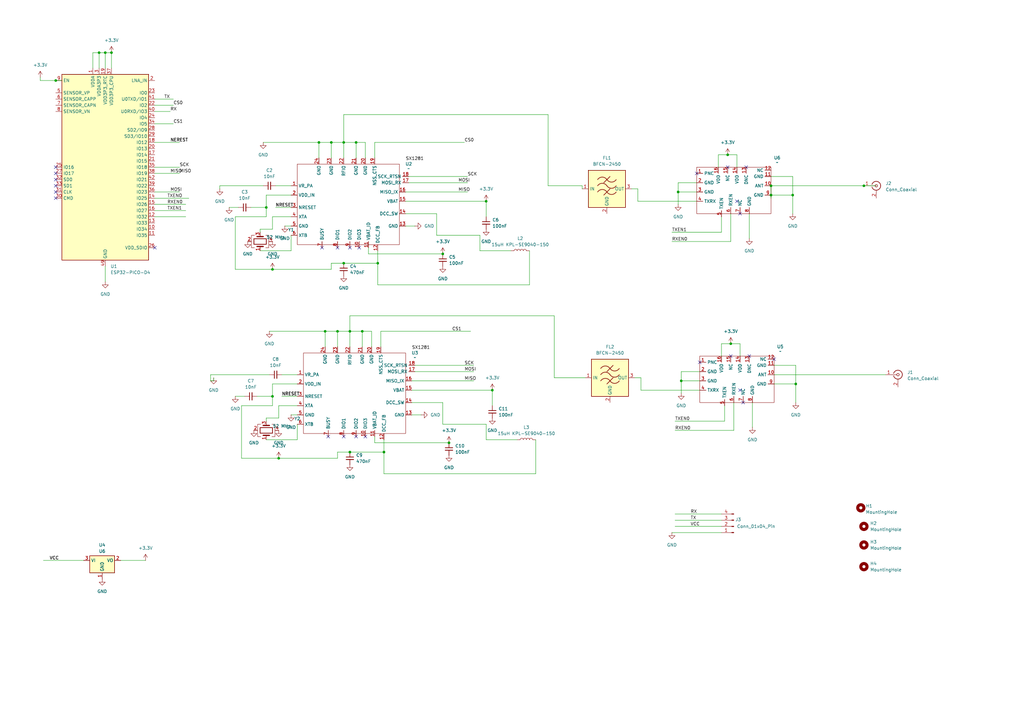
<source format=kicad_sch>
(kicad_sch
	(version 20250114)
	(generator "eeschema")
	(generator_version "9.0")
	(uuid "d3f90342-ec3d-44c2-bb8d-fd1ad00ad1db")
	(paper "A3")
	(lib_symbols
		(symbol "Connector:Conn_01x04_Pin"
			(pin_names
				(offset 1.016)
				(hide yes)
			)
			(exclude_from_sim no)
			(in_bom yes)
			(on_board yes)
			(property "Reference" "J"
				(at 0 5.08 0)
				(effects
					(font
						(size 1.27 1.27)
					)
				)
			)
			(property "Value" "Conn_01x04_Pin"
				(at 0 -7.62 0)
				(effects
					(font
						(size 1.27 1.27)
					)
				)
			)
			(property "Footprint" ""
				(at 0 0 0)
				(effects
					(font
						(size 1.27 1.27)
					)
					(hide yes)
				)
			)
			(property "Datasheet" "~"
				(at 0 0 0)
				(effects
					(font
						(size 1.27 1.27)
					)
					(hide yes)
				)
			)
			(property "Description" "Generic connector, single row, 01x04, script generated"
				(at 0 0 0)
				(effects
					(font
						(size 1.27 1.27)
					)
					(hide yes)
				)
			)
			(property "ki_locked" ""
				(at 0 0 0)
				(effects
					(font
						(size 1.27 1.27)
					)
				)
			)
			(property "ki_keywords" "connector"
				(at 0 0 0)
				(effects
					(font
						(size 1.27 1.27)
					)
					(hide yes)
				)
			)
			(property "ki_fp_filters" "Connector*:*_1x??_*"
				(at 0 0 0)
				(effects
					(font
						(size 1.27 1.27)
					)
					(hide yes)
				)
			)
			(symbol "Conn_01x04_Pin_1_1"
				(rectangle
					(start 0.8636 2.667)
					(end 0 2.413)
					(stroke
						(width 0.1524)
						(type default)
					)
					(fill
						(type outline)
					)
				)
				(rectangle
					(start 0.8636 0.127)
					(end 0 -0.127)
					(stroke
						(width 0.1524)
						(type default)
					)
					(fill
						(type outline)
					)
				)
				(rectangle
					(start 0.8636 -2.413)
					(end 0 -2.667)
					(stroke
						(width 0.1524)
						(type default)
					)
					(fill
						(type outline)
					)
				)
				(rectangle
					(start 0.8636 -4.953)
					(end 0 -5.207)
					(stroke
						(width 0.1524)
						(type default)
					)
					(fill
						(type outline)
					)
				)
				(polyline
					(pts
						(xy 1.27 2.54) (xy 0.8636 2.54)
					)
					(stroke
						(width 0.1524)
						(type default)
					)
					(fill
						(type none)
					)
				)
				(polyline
					(pts
						(xy 1.27 0) (xy 0.8636 0)
					)
					(stroke
						(width 0.1524)
						(type default)
					)
					(fill
						(type none)
					)
				)
				(polyline
					(pts
						(xy 1.27 -2.54) (xy 0.8636 -2.54)
					)
					(stroke
						(width 0.1524)
						(type default)
					)
					(fill
						(type none)
					)
				)
				(polyline
					(pts
						(xy 1.27 -5.08) (xy 0.8636 -5.08)
					)
					(stroke
						(width 0.1524)
						(type default)
					)
					(fill
						(type none)
					)
				)
				(pin passive line
					(at 5.08 2.54 180)
					(length 3.81)
					(name "Pin_1"
						(effects
							(font
								(size 1.27 1.27)
							)
						)
					)
					(number "1"
						(effects
							(font
								(size 1.27 1.27)
							)
						)
					)
				)
				(pin passive line
					(at 5.08 0 180)
					(length 3.81)
					(name "Pin_2"
						(effects
							(font
								(size 1.27 1.27)
							)
						)
					)
					(number "2"
						(effects
							(font
								(size 1.27 1.27)
							)
						)
					)
				)
				(pin passive line
					(at 5.08 -2.54 180)
					(length 3.81)
					(name "Pin_3"
						(effects
							(font
								(size 1.27 1.27)
							)
						)
					)
					(number "3"
						(effects
							(font
								(size 1.27 1.27)
							)
						)
					)
				)
				(pin passive line
					(at 5.08 -5.08 180)
					(length 3.81)
					(name "Pin_4"
						(effects
							(font
								(size 1.27 1.27)
							)
						)
					)
					(number "4"
						(effects
							(font
								(size 1.27 1.27)
							)
						)
					)
				)
			)
			(embedded_fonts no)
		)
		(symbol "Connector:Conn_Coaxial"
			(pin_names
				(offset 1.016)
				(hide yes)
			)
			(exclude_from_sim no)
			(in_bom yes)
			(on_board yes)
			(property "Reference" "J"
				(at 0.254 3.048 0)
				(effects
					(font
						(size 1.27 1.27)
					)
				)
			)
			(property "Value" "Conn_Coaxial"
				(at 2.921 0 90)
				(effects
					(font
						(size 1.27 1.27)
					)
				)
			)
			(property "Footprint" ""
				(at 0 0 0)
				(effects
					(font
						(size 1.27 1.27)
					)
					(hide yes)
				)
			)
			(property "Datasheet" "~"
				(at 0 0 0)
				(effects
					(font
						(size 1.27 1.27)
					)
					(hide yes)
				)
			)
			(property "Description" "coaxial connector (BNC, SMA, SMB, SMC, Cinch/RCA, LEMO, ...)"
				(at 0 0 0)
				(effects
					(font
						(size 1.27 1.27)
					)
					(hide yes)
				)
			)
			(property "ki_keywords" "BNC SMA SMB SMC LEMO coaxial connector CINCH RCA MCX MMCX U.FL UMRF"
				(at 0 0 0)
				(effects
					(font
						(size 1.27 1.27)
					)
					(hide yes)
				)
			)
			(property "ki_fp_filters" "*BNC* *SMA* *SMB* *SMC* *Cinch* *LEMO* *UMRF* *MCX* *U.FL*"
				(at 0 0 0)
				(effects
					(font
						(size 1.27 1.27)
					)
					(hide yes)
				)
			)
			(symbol "Conn_Coaxial_0_1"
				(polyline
					(pts
						(xy -2.54 0) (xy -0.508 0)
					)
					(stroke
						(width 0)
						(type default)
					)
					(fill
						(type none)
					)
				)
				(arc
					(start 1.778 0)
					(mid 0.222 -1.8079)
					(end -1.778 -0.508)
					(stroke
						(width 0.254)
						(type default)
					)
					(fill
						(type none)
					)
				)
				(arc
					(start -1.778 0.508)
					(mid 0.2221 1.8084)
					(end 1.778 0)
					(stroke
						(width 0.254)
						(type default)
					)
					(fill
						(type none)
					)
				)
				(circle
					(center 0 0)
					(radius 0.508)
					(stroke
						(width 0.2032)
						(type default)
					)
					(fill
						(type none)
					)
				)
				(polyline
					(pts
						(xy 0 -2.54) (xy 0 -1.778)
					)
					(stroke
						(width 0)
						(type default)
					)
					(fill
						(type none)
					)
				)
			)
			(symbol "Conn_Coaxial_1_1"
				(pin passive line
					(at -5.08 0 0)
					(length 2.54)
					(name "In"
						(effects
							(font
								(size 1.27 1.27)
							)
						)
					)
					(number "1"
						(effects
							(font
								(size 1.27 1.27)
							)
						)
					)
				)
				(pin passive line
					(at 0 -5.08 90)
					(length 2.54)
					(name "Ext"
						(effects
							(font
								(size 1.27 1.27)
							)
						)
					)
					(number "2"
						(effects
							(font
								(size 1.27 1.27)
							)
						)
					)
				)
			)
			(embedded_fonts no)
		)
		(symbol "Device:C_Small"
			(pin_numbers
				(hide yes)
			)
			(pin_names
				(offset 0.254)
				(hide yes)
			)
			(exclude_from_sim no)
			(in_bom yes)
			(on_board yes)
			(property "Reference" "C"
				(at 0.254 1.778 0)
				(effects
					(font
						(size 1.27 1.27)
					)
					(justify left)
				)
			)
			(property "Value" "C_Small"
				(at 0.254 -2.032 0)
				(effects
					(font
						(size 1.27 1.27)
					)
					(justify left)
				)
			)
			(property "Footprint" ""
				(at 0 0 0)
				(effects
					(font
						(size 1.27 1.27)
					)
					(hide yes)
				)
			)
			(property "Datasheet" "~"
				(at 0 0 0)
				(effects
					(font
						(size 1.27 1.27)
					)
					(hide yes)
				)
			)
			(property "Description" "Unpolarized capacitor, small symbol"
				(at 0 0 0)
				(effects
					(font
						(size 1.27 1.27)
					)
					(hide yes)
				)
			)
			(property "ki_keywords" "capacitor cap"
				(at 0 0 0)
				(effects
					(font
						(size 1.27 1.27)
					)
					(hide yes)
				)
			)
			(property "ki_fp_filters" "C_*"
				(at 0 0 0)
				(effects
					(font
						(size 1.27 1.27)
					)
					(hide yes)
				)
			)
			(symbol "C_Small_0_1"
				(polyline
					(pts
						(xy -1.524 0.508) (xy 1.524 0.508)
					)
					(stroke
						(width 0.3048)
						(type default)
					)
					(fill
						(type none)
					)
				)
				(polyline
					(pts
						(xy -1.524 -0.508) (xy 1.524 -0.508)
					)
					(stroke
						(width 0.3302)
						(type default)
					)
					(fill
						(type none)
					)
				)
			)
			(symbol "C_Small_1_1"
				(pin passive line
					(at 0 2.54 270)
					(length 2.032)
					(name "~"
						(effects
							(font
								(size 1.27 1.27)
							)
						)
					)
					(number "1"
						(effects
							(font
								(size 1.27 1.27)
							)
						)
					)
				)
				(pin passive line
					(at 0 -2.54 90)
					(length 2.032)
					(name "~"
						(effects
							(font
								(size 1.27 1.27)
							)
						)
					)
					(number "2"
						(effects
							(font
								(size 1.27 1.27)
							)
						)
					)
				)
			)
			(embedded_fonts no)
		)
		(symbol "Device:Crystal_GND24"
			(pin_names
				(offset 1.016)
				(hide yes)
			)
			(exclude_from_sim no)
			(in_bom yes)
			(on_board yes)
			(property "Reference" "Y"
				(at 3.175 5.08 0)
				(effects
					(font
						(size 1.27 1.27)
					)
					(justify left)
				)
			)
			(property "Value" "Crystal_GND24"
				(at 3.175 3.175 0)
				(effects
					(font
						(size 1.27 1.27)
					)
					(justify left)
				)
			)
			(property "Footprint" ""
				(at 0 0 0)
				(effects
					(font
						(size 1.27 1.27)
					)
					(hide yes)
				)
			)
			(property "Datasheet" "~"
				(at 0 0 0)
				(effects
					(font
						(size 1.27 1.27)
					)
					(hide yes)
				)
			)
			(property "Description" "Four pin crystal, GND on pins 2 and 4"
				(at 0 0 0)
				(effects
					(font
						(size 1.27 1.27)
					)
					(hide yes)
				)
			)
			(property "ki_keywords" "quartz ceramic resonator oscillator"
				(at 0 0 0)
				(effects
					(font
						(size 1.27 1.27)
					)
					(hide yes)
				)
			)
			(property "ki_fp_filters" "Crystal*"
				(at 0 0 0)
				(effects
					(font
						(size 1.27 1.27)
					)
					(hide yes)
				)
			)
			(symbol "Crystal_GND24_0_1"
				(polyline
					(pts
						(xy -2.54 2.286) (xy -2.54 3.556) (xy 2.54 3.556) (xy 2.54 2.286)
					)
					(stroke
						(width 0)
						(type default)
					)
					(fill
						(type none)
					)
				)
				(polyline
					(pts
						(xy -2.54 0) (xy -2.032 0)
					)
					(stroke
						(width 0)
						(type default)
					)
					(fill
						(type none)
					)
				)
				(polyline
					(pts
						(xy -2.54 -2.286) (xy -2.54 -3.556) (xy 2.54 -3.556) (xy 2.54 -2.286)
					)
					(stroke
						(width 0)
						(type default)
					)
					(fill
						(type none)
					)
				)
				(polyline
					(pts
						(xy -2.032 -1.27) (xy -2.032 1.27)
					)
					(stroke
						(width 0.508)
						(type default)
					)
					(fill
						(type none)
					)
				)
				(rectangle
					(start -1.143 2.54)
					(end 1.143 -2.54)
					(stroke
						(width 0.3048)
						(type default)
					)
					(fill
						(type none)
					)
				)
				(polyline
					(pts
						(xy 0 3.556) (xy 0 3.81)
					)
					(stroke
						(width 0)
						(type default)
					)
					(fill
						(type none)
					)
				)
				(polyline
					(pts
						(xy 0 -3.81) (xy 0 -3.556)
					)
					(stroke
						(width 0)
						(type default)
					)
					(fill
						(type none)
					)
				)
				(polyline
					(pts
						(xy 2.032 0) (xy 2.54 0)
					)
					(stroke
						(width 0)
						(type default)
					)
					(fill
						(type none)
					)
				)
				(polyline
					(pts
						(xy 2.032 -1.27) (xy 2.032 1.27)
					)
					(stroke
						(width 0.508)
						(type default)
					)
					(fill
						(type none)
					)
				)
			)
			(symbol "Crystal_GND24_1_1"
				(pin passive line
					(at -3.81 0 0)
					(length 1.27)
					(name "1"
						(effects
							(font
								(size 1.27 1.27)
							)
						)
					)
					(number "1"
						(effects
							(font
								(size 1.27 1.27)
							)
						)
					)
				)
				(pin passive line
					(at 0 5.08 270)
					(length 1.27)
					(name "2"
						(effects
							(font
								(size 1.27 1.27)
							)
						)
					)
					(number "2"
						(effects
							(font
								(size 1.27 1.27)
							)
						)
					)
				)
				(pin passive line
					(at 0 -5.08 90)
					(length 1.27)
					(name "4"
						(effects
							(font
								(size 1.27 1.27)
							)
						)
					)
					(number "4"
						(effects
							(font
								(size 1.27 1.27)
							)
						)
					)
				)
				(pin passive line
					(at 3.81 0 180)
					(length 1.27)
					(name "3"
						(effects
							(font
								(size 1.27 1.27)
							)
						)
					)
					(number "3"
						(effects
							(font
								(size 1.27 1.27)
							)
						)
					)
				)
			)
			(embedded_fonts no)
		)
		(symbol "Device:L"
			(pin_numbers
				(hide yes)
			)
			(pin_names
				(offset 1.016)
				(hide yes)
			)
			(exclude_from_sim no)
			(in_bom yes)
			(on_board yes)
			(property "Reference" "L"
				(at -1.27 0 90)
				(effects
					(font
						(size 1.27 1.27)
					)
				)
			)
			(property "Value" "L"
				(at 1.905 0 90)
				(effects
					(font
						(size 1.27 1.27)
					)
				)
			)
			(property "Footprint" ""
				(at 0 0 0)
				(effects
					(font
						(size 1.27 1.27)
					)
					(hide yes)
				)
			)
			(property "Datasheet" "~"
				(at 0 0 0)
				(effects
					(font
						(size 1.27 1.27)
					)
					(hide yes)
				)
			)
			(property "Description" "Inductor"
				(at 0 0 0)
				(effects
					(font
						(size 1.27 1.27)
					)
					(hide yes)
				)
			)
			(property "ki_keywords" "inductor choke coil reactor magnetic"
				(at 0 0 0)
				(effects
					(font
						(size 1.27 1.27)
					)
					(hide yes)
				)
			)
			(property "ki_fp_filters" "Choke_* *Coil* Inductor_* L_*"
				(at 0 0 0)
				(effects
					(font
						(size 1.27 1.27)
					)
					(hide yes)
				)
			)
			(symbol "L_0_1"
				(arc
					(start 0 2.54)
					(mid 0.6323 1.905)
					(end 0 1.27)
					(stroke
						(width 0)
						(type default)
					)
					(fill
						(type none)
					)
				)
				(arc
					(start 0 1.27)
					(mid 0.6323 0.635)
					(end 0 0)
					(stroke
						(width 0)
						(type default)
					)
					(fill
						(type none)
					)
				)
				(arc
					(start 0 0)
					(mid 0.6323 -0.635)
					(end 0 -1.27)
					(stroke
						(width 0)
						(type default)
					)
					(fill
						(type none)
					)
				)
				(arc
					(start 0 -1.27)
					(mid 0.6323 -1.905)
					(end 0 -2.54)
					(stroke
						(width 0)
						(type default)
					)
					(fill
						(type none)
					)
				)
			)
			(symbol "L_1_1"
				(pin passive line
					(at 0 3.81 270)
					(length 1.27)
					(name "1"
						(effects
							(font
								(size 1.27 1.27)
							)
						)
					)
					(number "1"
						(effects
							(font
								(size 1.27 1.27)
							)
						)
					)
				)
				(pin passive line
					(at 0 -3.81 90)
					(length 1.27)
					(name "2"
						(effects
							(font
								(size 1.27 1.27)
							)
						)
					)
					(number "2"
						(effects
							(font
								(size 1.27 1.27)
							)
						)
					)
				)
			)
			(embedded_fonts no)
		)
		(symbol "MCU_Espressif:ESP32-PICO-D4"
			(exclude_from_sim no)
			(in_bom yes)
			(on_board yes)
			(property "Reference" "U"
				(at -17.78 39.37 0)
				(effects
					(font
						(size 1.27 1.27)
					)
					(justify left)
				)
			)
			(property "Value" "ESP32-PICO-D4"
				(at 3.81 39.37 0)
				(effects
					(font
						(size 1.27 1.27)
					)
					(justify left)
				)
			)
			(property "Footprint" "Package_DFN_QFN:QFN-48-1EP_7x7mm_P0.5mm_EP5.3x5.3mm"
				(at 31.75 -39.37 0)
				(effects
					(font
						(size 1.27 1.27)
					)
					(hide yes)
				)
			)
			(property "Datasheet" "https://www.espressif.com/sites/default/files/documentation/esp32-pico-d4_datasheet_en.pdf"
				(at 0 0 0)
				(effects
					(font
						(size 1.27 1.27)
					)
					(hide yes)
				)
			)
			(property "Description" "RF Module, ESP32 SoC, Wi-Fi 802.11b/g/n, Bluetooth, BLE, 32-bit, 2.7-3.6V, external antenna, QFN-48"
				(at 0 0 0)
				(effects
					(font
						(size 1.27 1.27)
					)
					(hide yes)
				)
			)
			(property "ki_keywords" "RF Radio BT ESP ESP32 Espressif external antenna"
				(at 0 0 0)
				(effects
					(font
						(size 1.27 1.27)
					)
					(hide yes)
				)
			)
			(property "ki_fp_filters" "QFN*1EP*7x7mm*P0.5mm*"
				(at 0 0 0)
				(effects
					(font
						(size 1.27 1.27)
					)
					(hide yes)
				)
			)
			(symbol "ESP32-PICO-D4_0_0"
				(pin input line
					(at -20.32 35.56 0)
					(length 2.54)
					(name "EN"
						(effects
							(font
								(size 1.27 1.27)
							)
						)
					)
					(number "9"
						(effects
							(font
								(size 1.27 1.27)
							)
						)
					)
				)
				(pin input line
					(at -20.32 30.48 0)
					(length 2.54)
					(name "SENSOR_VP"
						(effects
							(font
								(size 1.27 1.27)
							)
						)
					)
					(number "5"
						(effects
							(font
								(size 1.27 1.27)
							)
						)
					)
				)
				(pin input line
					(at -20.32 27.94 0)
					(length 2.54)
					(name "SENSOR_CAPP"
						(effects
							(font
								(size 1.27 1.27)
							)
						)
					)
					(number "6"
						(effects
							(font
								(size 1.27 1.27)
							)
						)
					)
				)
				(pin input line
					(at -20.32 25.4 0)
					(length 2.54)
					(name "SENSOR_CAPN"
						(effects
							(font
								(size 1.27 1.27)
							)
						)
					)
					(number "7"
						(effects
							(font
								(size 1.27 1.27)
							)
						)
					)
				)
				(pin input line
					(at -20.32 22.86 0)
					(length 2.54)
					(name "SENSOR_VN"
						(effects
							(font
								(size 1.27 1.27)
							)
						)
					)
					(number "8"
						(effects
							(font
								(size 1.27 1.27)
							)
						)
					)
				)
				(pin bidirectional line
					(at -20.32 0 0)
					(length 2.54)
					(name "IO16"
						(effects
							(font
								(size 1.27 1.27)
							)
						)
					)
					(number "25"
						(effects
							(font
								(size 1.27 1.27)
							)
						)
					)
				)
				(pin bidirectional line
					(at -20.32 -2.54 0)
					(length 2.54)
					(name "IO17"
						(effects
							(font
								(size 1.27 1.27)
							)
						)
					)
					(number "27"
						(effects
							(font
								(size 1.27 1.27)
							)
						)
					)
				)
				(pin bidirectional line
					(at -20.32 -5.08 0)
					(length 2.54)
					(name "SD0"
						(effects
							(font
								(size 1.27 1.27)
							)
						)
					)
					(number "32"
						(effects
							(font
								(size 1.27 1.27)
							)
						)
					)
				)
				(pin bidirectional line
					(at -20.32 -7.62 0)
					(length 2.54)
					(name "SD1"
						(effects
							(font
								(size 1.27 1.27)
							)
						)
					)
					(number "33"
						(effects
							(font
								(size 1.27 1.27)
							)
						)
					)
				)
				(pin bidirectional line
					(at -20.32 -10.16 0)
					(length 2.54)
					(name "CLK"
						(effects
							(font
								(size 1.27 1.27)
							)
						)
					)
					(number "31"
						(effects
							(font
								(size 1.27 1.27)
							)
						)
					)
				)
				(pin bidirectional line
					(at -20.32 -12.7 0)
					(length 2.54)
					(name "CMD"
						(effects
							(font
								(size 1.27 1.27)
							)
						)
					)
					(number "30"
						(effects
							(font
								(size 1.27 1.27)
							)
						)
					)
				)
				(pin no_connect line
					(at -17.78 -25.4 0)
					(length 2.54)
					(hide yes)
					(name "XTAL_N_NC"
						(effects
							(font
								(size 1.27 1.27)
							)
						)
					)
					(number "44"
						(effects
							(font
								(size 1.27 1.27)
							)
						)
					)
				)
				(pin no_connect line
					(at -17.78 -27.94 0)
					(length 2.54)
					(hide yes)
					(name "XTAL_P_NC"
						(effects
							(font
								(size 1.27 1.27)
							)
						)
					)
					(number "45"
						(effects
							(font
								(size 1.27 1.27)
							)
						)
					)
				)
				(pin no_connect line
					(at -17.78 -30.48 0)
					(length 2.54)
					(hide yes)
					(name "CAP2_NC"
						(effects
							(font
								(size 1.27 1.27)
							)
						)
					)
					(number "47"
						(effects
							(font
								(size 1.27 1.27)
							)
						)
					)
				)
				(pin no_connect line
					(at -17.78 -33.02 0)
					(length 2.54)
					(hide yes)
					(name "CAP1_NC"
						(effects
							(font
								(size 1.27 1.27)
							)
						)
					)
					(number "48"
						(effects
							(font
								(size 1.27 1.27)
							)
						)
					)
				)
				(pin power_in line
					(at -5.08 40.64 270)
					(length 2.54)
					(name "VDDA"
						(effects
							(font
								(size 1.27 1.27)
							)
						)
					)
					(number "1"
						(effects
							(font
								(size 1.27 1.27)
							)
						)
					)
				)
				(pin passive line
					(at -5.08 40.64 270)
					(length 2.54)
					(hide yes)
					(name "VDDA"
						(effects
							(font
								(size 1.27 1.27)
							)
						)
					)
					(number "43"
						(effects
							(font
								(size 1.27 1.27)
							)
						)
					)
				)
				(pin passive line
					(at -5.08 40.64 270)
					(length 2.54)
					(hide yes)
					(name "VDDA"
						(effects
							(font
								(size 1.27 1.27)
							)
						)
					)
					(number "46"
						(effects
							(font
								(size 1.27 1.27)
							)
						)
					)
				)
				(pin power_in line
					(at -2.54 40.64 270)
					(length 2.54)
					(name "VDDA3P3"
						(effects
							(font
								(size 1.27 1.27)
							)
						)
					)
					(number "3"
						(effects
							(font
								(size 1.27 1.27)
							)
						)
					)
				)
				(pin passive line
					(at -2.54 40.64 270)
					(length 2.54)
					(hide yes)
					(name "VDDA3P3"
						(effects
							(font
								(size 1.27 1.27)
							)
						)
					)
					(number "4"
						(effects
							(font
								(size 1.27 1.27)
							)
						)
					)
				)
				(pin power_in line
					(at 0 40.64 270)
					(length 2.54)
					(name "VDD3P3_RTC"
						(effects
							(font
								(size 1.27 1.27)
							)
						)
					)
					(number "19"
						(effects
							(font
								(size 1.27 1.27)
							)
						)
					)
				)
				(pin power_in line
					(at 0 -40.64 90)
					(length 2.54)
					(name "GND"
						(effects
							(font
								(size 1.27 1.27)
							)
						)
					)
					(number "49"
						(effects
							(font
								(size 1.27 1.27)
							)
						)
					)
				)
				(pin power_in line
					(at 2.54 40.64 270)
					(length 2.54)
					(name "VDD3P3_CPU"
						(effects
							(font
								(size 1.27 1.27)
							)
						)
					)
					(number "37"
						(effects
							(font
								(size 1.27 1.27)
							)
						)
					)
				)
				(pin bidirectional line
					(at 20.32 35.56 180)
					(length 2.54)
					(name "LNA_IN"
						(effects
							(font
								(size 1.27 1.27)
							)
						)
					)
					(number "2"
						(effects
							(font
								(size 1.27 1.27)
							)
						)
					)
				)
				(pin bidirectional line
					(at 20.32 30.48 180)
					(length 2.54)
					(name "IO0"
						(effects
							(font
								(size 1.27 1.27)
							)
						)
					)
					(number "23"
						(effects
							(font
								(size 1.27 1.27)
							)
						)
					)
				)
				(pin bidirectional line
					(at 20.32 27.94 180)
					(length 2.54)
					(name "U0TXD/IO1"
						(effects
							(font
								(size 1.27 1.27)
							)
						)
					)
					(number "41"
						(effects
							(font
								(size 1.27 1.27)
							)
						)
					)
				)
				(pin bidirectional line
					(at 20.32 25.4 180)
					(length 2.54)
					(name "IO2"
						(effects
							(font
								(size 1.27 1.27)
							)
						)
					)
					(number "22"
						(effects
							(font
								(size 1.27 1.27)
							)
						)
					)
				)
				(pin bidirectional line
					(at 20.32 22.86 180)
					(length 2.54)
					(name "U0RXD/IO3"
						(effects
							(font
								(size 1.27 1.27)
							)
						)
					)
					(number "40"
						(effects
							(font
								(size 1.27 1.27)
							)
						)
					)
				)
				(pin bidirectional line
					(at 20.32 20.32 180)
					(length 2.54)
					(name "IO4"
						(effects
							(font
								(size 1.27 1.27)
							)
						)
					)
					(number "24"
						(effects
							(font
								(size 1.27 1.27)
							)
						)
					)
				)
				(pin bidirectional line
					(at 20.32 17.78 180)
					(length 2.54)
					(name "IO5"
						(effects
							(font
								(size 1.27 1.27)
							)
						)
					)
					(number "34"
						(effects
							(font
								(size 1.27 1.27)
							)
						)
					)
				)
				(pin bidirectional line
					(at 20.32 15.24 180)
					(length 2.54)
					(name "SD2/IO9"
						(effects
							(font
								(size 1.27 1.27)
							)
						)
					)
					(number "28"
						(effects
							(font
								(size 1.27 1.27)
							)
						)
					)
				)
				(pin bidirectional line
					(at 20.32 12.7 180)
					(length 2.54)
					(name "SD3/IO10"
						(effects
							(font
								(size 1.27 1.27)
							)
						)
					)
					(number "29"
						(effects
							(font
								(size 1.27 1.27)
							)
						)
					)
				)
				(pin bidirectional line
					(at 20.32 10.16 180)
					(length 2.54)
					(name "IO12"
						(effects
							(font
								(size 1.27 1.27)
							)
						)
					)
					(number "18"
						(effects
							(font
								(size 1.27 1.27)
							)
						)
					)
				)
				(pin bidirectional line
					(at 20.32 7.62 180)
					(length 2.54)
					(name "IO13"
						(effects
							(font
								(size 1.27 1.27)
							)
						)
					)
					(number "20"
						(effects
							(font
								(size 1.27 1.27)
							)
						)
					)
				)
				(pin bidirectional line
					(at 20.32 5.08 180)
					(length 2.54)
					(name "IO14"
						(effects
							(font
								(size 1.27 1.27)
							)
						)
					)
					(number "17"
						(effects
							(font
								(size 1.27 1.27)
							)
						)
					)
				)
				(pin bidirectional line
					(at 20.32 2.54 180)
					(length 2.54)
					(name "IO15"
						(effects
							(font
								(size 1.27 1.27)
							)
						)
					)
					(number "21"
						(effects
							(font
								(size 1.27 1.27)
							)
						)
					)
				)
				(pin bidirectional line
					(at 20.32 0 180)
					(length 2.54)
					(name "IO18"
						(effects
							(font
								(size 1.27 1.27)
							)
						)
					)
					(number "35"
						(effects
							(font
								(size 1.27 1.27)
							)
						)
					)
				)
				(pin bidirectional line
					(at 20.32 -2.54 180)
					(length 2.54)
					(name "IO19"
						(effects
							(font
								(size 1.27 1.27)
							)
						)
					)
					(number "38"
						(effects
							(font
								(size 1.27 1.27)
							)
						)
					)
				)
				(pin bidirectional line
					(at 20.32 -5.08 180)
					(length 2.54)
					(name "IO21"
						(effects
							(font
								(size 1.27 1.27)
							)
						)
					)
					(number "42"
						(effects
							(font
								(size 1.27 1.27)
							)
						)
					)
				)
				(pin bidirectional line
					(at 20.32 -7.62 180)
					(length 2.54)
					(name "IO22"
						(effects
							(font
								(size 1.27 1.27)
							)
						)
					)
					(number "39"
						(effects
							(font
								(size 1.27 1.27)
							)
						)
					)
				)
				(pin bidirectional line
					(at 20.32 -10.16 180)
					(length 2.54)
					(name "IO23"
						(effects
							(font
								(size 1.27 1.27)
							)
						)
					)
					(number "36"
						(effects
							(font
								(size 1.27 1.27)
							)
						)
					)
				)
				(pin bidirectional line
					(at 20.32 -12.7 180)
					(length 2.54)
					(name "IO25"
						(effects
							(font
								(size 1.27 1.27)
							)
						)
					)
					(number "14"
						(effects
							(font
								(size 1.27 1.27)
							)
						)
					)
				)
				(pin bidirectional line
					(at 20.32 -15.24 180)
					(length 2.54)
					(name "IO26"
						(effects
							(font
								(size 1.27 1.27)
							)
						)
					)
					(number "15"
						(effects
							(font
								(size 1.27 1.27)
							)
						)
					)
				)
				(pin bidirectional line
					(at 20.32 -17.78 180)
					(length 2.54)
					(name "IO27"
						(effects
							(font
								(size 1.27 1.27)
							)
						)
					)
					(number "16"
						(effects
							(font
								(size 1.27 1.27)
							)
						)
					)
				)
				(pin bidirectional line
					(at 20.32 -20.32 180)
					(length 2.54)
					(name "IO32"
						(effects
							(font
								(size 1.27 1.27)
							)
						)
					)
					(number "12"
						(effects
							(font
								(size 1.27 1.27)
							)
						)
					)
				)
				(pin bidirectional line
					(at 20.32 -22.86 180)
					(length 2.54)
					(name "IO33"
						(effects
							(font
								(size 1.27 1.27)
							)
						)
					)
					(number "13"
						(effects
							(font
								(size 1.27 1.27)
							)
						)
					)
				)
				(pin input line
					(at 20.32 -25.4 180)
					(length 2.54)
					(name "IO34"
						(effects
							(font
								(size 1.27 1.27)
							)
						)
					)
					(number "10"
						(effects
							(font
								(size 1.27 1.27)
							)
						)
					)
				)
				(pin input line
					(at 20.32 -27.94 180)
					(length 2.54)
					(name "IO35"
						(effects
							(font
								(size 1.27 1.27)
							)
						)
					)
					(number "11"
						(effects
							(font
								(size 1.27 1.27)
							)
						)
					)
				)
				(pin power_out line
					(at 20.32 -33.02 180)
					(length 2.54)
					(name "VDD_SDIO"
						(effects
							(font
								(size 1.27 1.27)
							)
						)
					)
					(number "26"
						(effects
							(font
								(size 1.27 1.27)
							)
						)
					)
				)
			)
			(symbol "ESP32-PICO-D4_0_1"
				(rectangle
					(start -17.78 38.1)
					(end 17.78 -38.1)
					(stroke
						(width 0.254)
						(type default)
					)
					(fill
						(type background)
					)
				)
			)
			(embedded_fonts no)
		)
		(symbol "Mechanical:MountingHole"
			(pin_names
				(offset 1.016)
			)
			(exclude_from_sim no)
			(in_bom no)
			(on_board yes)
			(property "Reference" "H"
				(at 0 5.08 0)
				(effects
					(font
						(size 1.27 1.27)
					)
				)
			)
			(property "Value" "MountingHole"
				(at 0 3.175 0)
				(effects
					(font
						(size 1.27 1.27)
					)
				)
			)
			(property "Footprint" ""
				(at 0 0 0)
				(effects
					(font
						(size 1.27 1.27)
					)
					(hide yes)
				)
			)
			(property "Datasheet" "~"
				(at 0 0 0)
				(effects
					(font
						(size 1.27 1.27)
					)
					(hide yes)
				)
			)
			(property "Description" "Mounting Hole without connection"
				(at 0 0 0)
				(effects
					(font
						(size 1.27 1.27)
					)
					(hide yes)
				)
			)
			(property "ki_keywords" "mounting hole"
				(at 0 0 0)
				(effects
					(font
						(size 1.27 1.27)
					)
					(hide yes)
				)
			)
			(property "ki_fp_filters" "MountingHole*"
				(at 0 0 0)
				(effects
					(font
						(size 1.27 1.27)
					)
					(hide yes)
				)
			)
			(symbol "MountingHole_0_1"
				(circle
					(center 0 0)
					(radius 1.27)
					(stroke
						(width 1.27)
						(type default)
					)
					(fill
						(type none)
					)
				)
			)
			(embedded_fonts no)
		)
		(symbol "New_Library:Uebung"
			(exclude_from_sim no)
			(in_bom yes)
			(on_board yes)
			(property "Reference" "U"
				(at 0 0 0)
				(effects
					(font
						(size 1.27 1.27)
					)
				)
			)
			(property "Value" ""
				(at 0 0 0)
				(effects
					(font
						(size 1.27 1.27)
					)
				)
			)
			(property "Footprint" ""
				(at 0 0 0)
				(effects
					(font
						(size 1.27 1.27)
					)
					(hide yes)
				)
			)
			(property "Datasheet" ""
				(at 0 0 0)
				(effects
					(font
						(size 1.27 1.27)
					)
					(hide yes)
				)
			)
			(property "Description" ""
				(at 0 0 0)
				(effects
					(font
						(size 1.27 1.27)
					)
					(hide yes)
				)
			)
			(symbol "Uebung_0_1"
				(rectangle
					(start 5.08 -40.64)
					(end 46.99 -73.66)
					(stroke
						(width 0)
						(type default)
					)
					(fill
						(type none)
					)
				)
			)
			(symbol "Uebung_1_1"
				(pin input line
					(at 2.54 -49.53 0)
					(length 2.54)
					(name "VR_PA"
						(effects
							(font
								(size 1.27 1.27)
							)
						)
					)
					(number "1"
						(effects
							(font
								(size 1.27 1.27)
							)
						)
					)
				)
				(pin input line
					(at 2.54 -53.34 0)
					(length 2.54)
					(name "VDD_IN"
						(effects
							(font
								(size 1.27 1.27)
							)
						)
					)
					(number "2"
						(effects
							(font
								(size 1.27 1.27)
							)
						)
					)
				)
				(pin input line
					(at 2.54 -58.42 0)
					(length 2.54)
					(name "NRESET"
						(effects
							(font
								(size 1.27 1.27)
							)
						)
					)
					(number "3"
						(effects
							(font
								(size 1.27 1.27)
							)
						)
					)
				)
				(pin input line
					(at 2.54 -62.23 0)
					(length 2.54)
					(name "XTA"
						(effects
							(font
								(size 1.27 1.27)
							)
						)
					)
					(number "4"
						(effects
							(font
								(size 1.27 1.27)
							)
						)
					)
				)
				(pin input line
					(at 2.54 -66.04 0)
					(length 2.54)
					(name "GND"
						(effects
							(font
								(size 1.27 1.27)
							)
						)
					)
					(number "5"
						(effects
							(font
								(size 1.27 1.27)
							)
						)
					)
				)
				(pin input line
					(at 2.54 -69.85 0)
					(length 2.54)
					(name "XTB"
						(effects
							(font
								(size 1.27 1.27)
							)
						)
					)
					(number "6"
						(effects
							(font
								(size 1.27 1.27)
							)
						)
					)
				)
				(pin output line
					(at 13.97 -38.1 270)
					(length 2.54)
					(name "GNO"
						(effects
							(font
								(size 1.27 1.27)
							)
						)
					)
					(number "24"
						(effects
							(font
								(size 1.27 1.27)
							)
						)
					)
				)
				(pin output line
					(at 15.24 -74.93 90)
					(length 2.54)
					(name "BUSY"
						(effects
							(font
								(size 1.27 1.27)
							)
						)
					)
					(number "7"
						(effects
							(font
								(size 1.27 1.27)
							)
						)
					)
				)
				(pin output line
					(at 19.05 -38.1 270)
					(length 2.54)
					(name "GND"
						(effects
							(font
								(size 1.27 1.27)
							)
						)
					)
					(number "23"
						(effects
							(font
								(size 1.27 1.27)
							)
						)
					)
				)
				(pin output line
					(at 21.59 -74.93 90)
					(length 2.54)
					(name "DIO1"
						(effects
							(font
								(size 1.27 1.27)
							)
						)
					)
					(number "8"
						(effects
							(font
								(size 1.27 1.27)
							)
						)
					)
				)
				(pin output line
					(at 24.13 -38.1 270)
					(length 2.54)
					(name "RFIO"
						(effects
							(font
								(size 1.27 1.27)
							)
						)
					)
					(number "22"
						(effects
							(font
								(size 1.27 1.27)
							)
						)
					)
				)
				(pin output line
					(at 26.67 -74.93 90)
					(length 2.54)
					(name "DIO2"
						(effects
							(font
								(size 1.27 1.27)
							)
						)
					)
					(number "9"
						(effects
							(font
								(size 1.27 1.27)
							)
						)
					)
				)
				(pin output line
					(at 29.21 -38.1 270)
					(length 2.54)
					(name "GNO"
						(effects
							(font
								(size 1.27 1.27)
							)
						)
					)
					(number "21"
						(effects
							(font
								(size 1.27 1.27)
							)
						)
					)
				)
				(pin output line
					(at 30.48 -74.93 90)
					(length 2.54)
					(name "DIO3"
						(effects
							(font
								(size 1.27 1.27)
							)
						)
					)
					(number "10"
						(effects
							(font
								(size 1.27 1.27)
							)
						)
					)
				)
				(pin output line
					(at 33.02 -38.1 270)
					(length 2.54)
					(name "GND"
						(effects
							(font
								(size 1.27 1.27)
							)
						)
					)
					(number "20"
						(effects
							(font
								(size 1.27 1.27)
							)
						)
					)
				)
				(pin output line
					(at 34.29 -74.93 90)
					(length 2.54)
					(name "VBAT_ID"
						(effects
							(font
								(size 1.27 1.27)
							)
						)
					)
					(number "11"
						(effects
							(font
								(size 1.27 1.27)
							)
						)
					)
				)
				(pin output line
					(at 36.83 -38.1 270)
					(length 2.54)
					(name "NSS_CTS"
						(effects
							(font
								(size 1.27 1.27)
							)
						)
					)
					(number "19"
						(effects
							(font
								(size 1.27 1.27)
							)
						)
					)
				)
				(pin output line
					(at 38.1 -76.2 90)
					(length 2.54)
					(name "DCC_FB"
						(effects
							(font
								(size 1.27 1.27)
							)
						)
					)
					(number "12"
						(effects
							(font
								(size 1.27 1.27)
							)
						)
					)
				)
				(pin input line
					(at 49.53 -52.07 180)
					(length 2.54)
					(name "MISO_IX"
						(effects
							(font
								(size 1.27 1.27)
							)
						)
					)
					(number "16"
						(effects
							(font
								(size 1.27 1.27)
							)
						)
					)
				)
				(pin input line
					(at 49.53 -55.88 180)
					(length 2.54)
					(name "VBAT"
						(effects
							(font
								(size 1.27 1.27)
							)
						)
					)
					(number "15"
						(effects
							(font
								(size 1.27 1.27)
							)
						)
					)
				)
				(pin input line
					(at 49.53 -60.96 180)
					(length 2.54)
					(name "DCC_SW"
						(effects
							(font
								(size 1.27 1.27)
							)
						)
					)
					(number "14"
						(effects
							(font
								(size 1.27 1.27)
							)
						)
					)
				)
				(pin input line
					(at 49.53 -66.04 180)
					(length 2.54)
					(name "GND"
						(effects
							(font
								(size 1.27 1.27)
							)
						)
					)
					(number "13"
						(effects
							(font
								(size 1.27 1.27)
							)
						)
					)
				)
				(pin input line
					(at 50.8 -45.72 180)
					(length 2.54)
					(name "SCK_RTSN"
						(effects
							(font
								(size 1.27 1.27)
							)
						)
					)
					(number "18"
						(effects
							(font
								(size 1.27 1.27)
							)
						)
					)
				)
				(pin input line
					(at 50.8 -48.26 180)
					(length 2.54)
					(name "MOSI_RX"
						(effects
							(font
								(size 1.27 1.27)
							)
						)
					)
					(number "17"
						(effects
							(font
								(size 1.27 1.27)
							)
						)
					)
				)
			)
			(embedded_fonts no)
		)
		(symbol "New_Library_HAHA:new ky"
			(exclude_from_sim no)
			(in_bom yes)
			(on_board yes)
			(property "Reference" "U"
				(at 0 0 0)
				(effects
					(font
						(size 1.27 1.27)
					)
				)
			)
			(property "Value" ""
				(at 0 0 0)
				(effects
					(font
						(size 1.27 1.27)
					)
				)
			)
			(property "Footprint" ""
				(at 0 0 0)
				(effects
					(font
						(size 1.27 1.27)
					)
					(hide yes)
				)
			)
			(property "Datasheet" ""
				(at 0 0 0)
				(effects
					(font
						(size 1.27 1.27)
					)
					(hide yes)
				)
			)
			(property "Description" ""
				(at 0 0 0)
				(effects
					(font
						(size 1.27 1.27)
					)
					(hide yes)
				)
			)
			(symbol "new ky_0_1"
				(rectangle
					(start -10.16 -2.54)
					(end 20.32 16.51)
					(stroke
						(width 0)
						(type default)
					)
					(fill
						(type none)
					)
				)
			)
			(symbol "new ky_1_1"
				(pin input line
					(at -10.16 13.97 0)
					(length 2.54)
					(name "PNC"
						(effects
							(font
								(size 1.27 1.27)
							)
						)
					)
					(number "1"
						(effects
							(font
								(size 1.27 1.27)
							)
						)
					)
				)
				(pin input line
					(at -10.16 10.16 0)
					(length 2.54)
					(name "GND"
						(effects
							(font
								(size 1.27 1.27)
							)
						)
					)
					(number "2"
						(effects
							(font
								(size 1.27 1.27)
							)
						)
					)
				)
				(pin input line
					(at -10.16 6.35 0)
					(length 2.54)
					(name "GND"
						(effects
							(font
								(size 1.27 1.27)
							)
						)
					)
					(number "3"
						(effects
							(font
								(size 1.27 1.27)
							)
						)
					)
				)
				(pin input line
					(at -10.16 2.54 0)
					(length 2.54)
					(name "TXRX"
						(effects
							(font
								(size 1.27 1.27)
							)
						)
					)
					(number "4"
						(effects
							(font
								(size 1.27 1.27)
							)
						)
					)
				)
				(pin input line
					(at -1.27 16.51 270)
					(length 2.54)
					(name "VDD"
						(effects
							(font
								(size 1.27 1.27)
							)
						)
					)
					(number "16"
						(effects
							(font
								(size 1.27 1.27)
							)
						)
					)
				)
				(pin input line
					(at 0 -3.81 90)
					(length 2.54)
					(name "TXEN"
						(effects
							(font
								(size 1.27 1.27)
							)
						)
					)
					(number "5"
						(effects
							(font
								(size 1.27 1.27)
							)
						)
					)
				)
				(pin input line
					(at 2.54 16.51 270)
					(length 2.54)
					(name "NC"
						(effects
							(font
								(size 1.27 1.27)
							)
						)
					)
					(number "15"
						(effects
							(font
								(size 1.27 1.27)
							)
						)
					)
				)
				(pin input line
					(at 3.81 -2.54 90)
					(length 2.54)
					(name "RXEN"
						(effects
							(font
								(size 1.27 1.27)
							)
						)
					)
					(number "6"
						(effects
							(font
								(size 1.27 1.27)
							)
						)
					)
				)
				(pin input line
					(at 6.35 16.51 270)
					(length 2.54)
					(name "VDD"
						(effects
							(font
								(size 1.27 1.27)
							)
						)
					)
					(number "14"
						(effects
							(font
								(size 1.27 1.27)
							)
						)
					)
				)
				(pin input line
					(at 7.62 -2.54 90)
					(length 2.54)
					(name "NC"
						(effects
							(font
								(size 1.27 1.27)
							)
						)
					)
					(number "7"
						(effects
							(font
								(size 1.27 1.27)
							)
						)
					)
				)
				(pin input line
					(at 10.16 16.51 270)
					(length 2.54)
					(name "DNC"
						(effects
							(font
								(size 1.27 1.27)
							)
						)
					)
					(number "13"
						(effects
							(font
								(size 1.27 1.27)
							)
						)
					)
				)
				(pin input line
					(at 11.43 -2.54 90)
					(length 2.54)
					(name "GND"
						(effects
							(font
								(size 1.27 1.27)
							)
						)
					)
					(number "8"
						(effects
							(font
								(size 1.27 1.27)
							)
						)
					)
				)
				(pin input line
					(at 20.32 15.24 180)
					(length 2.54)
					(name "NC"
						(effects
							(font
								(size 1.27 1.27)
							)
						)
					)
					(number "12"
						(effects
							(font
								(size 1.27 1.27)
							)
						)
					)
				)
				(pin input line
					(at 20.32 12.7 180)
					(length 2.54)
					(name "GND"
						(effects
							(font
								(size 1.27 1.27)
							)
						)
					)
					(number "11"
						(effects
							(font
								(size 1.27 1.27)
							)
						)
					)
				)
				(pin input line
					(at 20.32 8.89 180)
					(length 2.54)
					(name "ANT"
						(effects
							(font
								(size 1.27 1.27)
							)
						)
					)
					(number "10"
						(effects
							(font
								(size 1.27 1.27)
							)
						)
					)
				)
				(pin input line
					(at 20.32 5.08 180)
					(length 2.54)
					(name "GND"
						(effects
							(font
								(size 1.27 1.27)
							)
						)
					)
					(number "9"
						(effects
							(font
								(size 1.27 1.27)
							)
						)
					)
				)
			)
			(embedded_fonts no)
		)
		(symbol "RF_Filter:BFCN-2450"
			(exclude_from_sim no)
			(in_bom yes)
			(on_board yes)
			(property "Reference" "FL"
				(at 0 10.795 0)
				(effects
					(font
						(size 1.27 1.27)
					)
				)
			)
			(property "Value" "BFCN-2450"
				(at 0 8.89 0)
				(effects
					(font
						(size 1.27 1.27)
					)
				)
			)
			(property "Footprint" "Filter:Filter_Mini-Circuits_FV1206-4"
				(at 0 12.7 0)
				(effects
					(font
						(size 1.27 1.27)
					)
					(hide yes)
				)
			)
			(property "Datasheet" "https://www.minicircuits.com/pdfs/BFCN-2450+.pdf"
				(at 0 2.54 0)
				(effects
					(font
						(size 1.27 1.27)
					)
					(hide yes)
				)
			)
			(property "Description" "2400-2550MHz 50 Ohm Passive Band Pass Filter, FV1206-4"
				(at 0 0 0)
				(effects
					(font
						(size 1.27 1.27)
					)
					(hide yes)
				)
			)
			(property "ki_keywords" "Mini-Circuits band pass filter"
				(at 0 0 0)
				(effects
					(font
						(size 1.27 1.27)
					)
					(hide yes)
				)
			)
			(property "ki_fp_filters" "Filter*Mini?Circuits*FV1206?4*"
				(at 0 0 0)
				(effects
					(font
						(size 1.27 1.27)
					)
					(hide yes)
				)
			)
			(symbol "BFCN-2450_0_1"
				(rectangle
					(start -7.62 7.62)
					(end 7.62 -7.62)
					(stroke
						(width 0.254)
						(type default)
					)
					(fill
						(type background)
					)
				)
				(arc
					(start -3.81 3.81)
					(mid -1.905 4.8295)
					(end 0 3.81)
					(stroke
						(width 0.254)
						(type default)
					)
					(fill
						(type none)
					)
				)
				(arc
					(start -3.81 1.27)
					(mid -1.905 2.2895)
					(end 0 1.27)
					(stroke
						(width 0.254)
						(type default)
					)
					(fill
						(type none)
					)
				)
				(arc
					(start -3.81 -1.27)
					(mid -1.905 -0.2505)
					(end 0 -1.27)
					(stroke
						(width 0.254)
						(type default)
					)
					(fill
						(type none)
					)
				)
				(polyline
					(pts
						(xy -1.27 2.54) (xy 1.27 5.08)
					)
					(stroke
						(width 0.254)
						(type default)
					)
					(fill
						(type none)
					)
				)
				(polyline
					(pts
						(xy -1.27 -2.54) (xy 1.27 0)
					)
					(stroke
						(width 0.254)
						(type default)
					)
					(fill
						(type none)
					)
				)
				(arc
					(start 3.81 3.81)
					(mid 1.905 2.7905)
					(end 0 3.81)
					(stroke
						(width 0.254)
						(type default)
					)
					(fill
						(type none)
					)
				)
				(arc
					(start 3.81 1.27)
					(mid 1.905 0.2505)
					(end 0 1.27)
					(stroke
						(width 0.254)
						(type default)
					)
					(fill
						(type none)
					)
				)
				(arc
					(start 3.81 -1.27)
					(mid 1.905 -2.2895)
					(end 0 -1.27)
					(stroke
						(width 0.254)
						(type default)
					)
					(fill
						(type none)
					)
				)
			)
			(symbol "BFCN-2450_1_1"
				(pin passive line
					(at -10.16 0 0)
					(length 2.54)
					(name "IN"
						(effects
							(font
								(size 1.27 1.27)
							)
						)
					)
					(number "1"
						(effects
							(font
								(size 1.27 1.27)
							)
						)
					)
				)
				(pin passive line
					(at 0 -10.16 90)
					(length 2.54)
					(name "GND"
						(effects
							(font
								(size 1.27 1.27)
							)
						)
					)
					(number "2"
						(effects
							(font
								(size 1.27 1.27)
							)
						)
					)
				)
				(pin passive line
					(at 0 -10.16 90)
					(length 2.54)
					(hide yes)
					(name "GND"
						(effects
							(font
								(size 1.27 1.27)
							)
						)
					)
					(number "4"
						(effects
							(font
								(size 1.27 1.27)
							)
						)
					)
				)
				(pin passive line
					(at 10.16 0 180)
					(length 2.54)
					(name "OUT"
						(effects
							(font
								(size 1.27 1.27)
							)
						)
					)
					(number "3"
						(effects
							(font
								(size 1.27 1.27)
							)
						)
					)
				)
			)
			(embedded_fonts no)
		)
		(symbol "Regulator_Linear:LM1117MP-3.3"
			(exclude_from_sim no)
			(in_bom yes)
			(on_board yes)
			(property "Reference" "U"
				(at -3.81 3.175 0)
				(effects
					(font
						(size 1.27 1.27)
					)
				)
			)
			(property "Value" "LM1117MP-3.3"
				(at 0 3.175 0)
				(effects
					(font
						(size 1.27 1.27)
					)
					(justify left)
				)
			)
			(property "Footprint" "Package_TO_SOT_SMD:SOT-223-3_TabPin2"
				(at 0 0 0)
				(effects
					(font
						(size 1.27 1.27)
					)
					(hide yes)
				)
			)
			(property "Datasheet" "http://www.ti.com/lit/ds/symlink/lm1117.pdf"
				(at 0 0 0)
				(effects
					(font
						(size 1.27 1.27)
					)
					(hide yes)
				)
			)
			(property "Description" "800mA Low-Dropout Linear Regulator, 3.3V fixed output, SOT-223"
				(at 0 0 0)
				(effects
					(font
						(size 1.27 1.27)
					)
					(hide yes)
				)
			)
			(property "ki_keywords" "linear regulator ldo fixed positive"
				(at 0 0 0)
				(effects
					(font
						(size 1.27 1.27)
					)
					(hide yes)
				)
			)
			(property "ki_fp_filters" "SOT?223*"
				(at 0 0 0)
				(effects
					(font
						(size 1.27 1.27)
					)
					(hide yes)
				)
			)
			(symbol "LM1117MP-3.3_0_1"
				(rectangle
					(start -5.08 -5.08)
					(end 5.08 1.905)
					(stroke
						(width 0.254)
						(type default)
					)
					(fill
						(type background)
					)
				)
			)
			(symbol "LM1117MP-3.3_1_1"
				(pin power_in line
					(at -7.62 0 0)
					(length 2.54)
					(name "VI"
						(effects
							(font
								(size 1.27 1.27)
							)
						)
					)
					(number "3"
						(effects
							(font
								(size 1.27 1.27)
							)
						)
					)
				)
				(pin power_in line
					(at 0 -7.62 90)
					(length 2.54)
					(name "GND"
						(effects
							(font
								(size 1.27 1.27)
							)
						)
					)
					(number "1"
						(effects
							(font
								(size 1.27 1.27)
							)
						)
					)
				)
				(pin power_out line
					(at 7.62 0 180)
					(length 2.54)
					(name "VO"
						(effects
							(font
								(size 1.27 1.27)
							)
						)
					)
					(number "2"
						(effects
							(font
								(size 1.27 1.27)
							)
						)
					)
				)
			)
			(embedded_fonts no)
		)
		(symbol "Uebung_1"
			(exclude_from_sim no)
			(in_bom yes)
			(on_board yes)
			(property "Reference" "U3"
				(at 50.8 -40.5698 0)
				(effects
					(font
						(size 1.27 1.27)
					)
				)
			)
			(property "Value" "~"
				(at 50.8 -42.4749 0)
				(effects
					(font
						(size 1.27 1.27)
					)
				)
			)
			(property "Footprint" "Package_DFN_QFN:QFN-24-1EP_4x4mm_P0.5mm_EP2.7x2.7mm"
				(at 0 0 0)
				(effects
					(font
						(size 1.27 1.27)
					)
					(hide yes)
				)
			)
			(property "Datasheet" ""
				(at 0 0 0)
				(effects
					(font
						(size 1.27 1.27)
					)
					(hide yes)
				)
			)
			(property "Description" ""
				(at 0 0 0)
				(effects
					(font
						(size 1.27 1.27)
					)
					(hide yes)
				)
			)
			(symbol "Uebung_1_0_1"
				(rectangle
					(start 5.08 -40.64)
					(end 46.99 -73.66)
					(stroke
						(width 0)
						(type default)
					)
					(fill
						(type none)
					)
				)
			)
			(symbol "Uebung_1_1_1"
				(pin input line
					(at 2.54 -49.53 0)
					(length 2.54)
					(name "VR_PA"
						(effects
							(font
								(size 1.27 1.27)
							)
						)
					)
					(number "1"
						(effects
							(font
								(size 1.27 1.27)
							)
						)
					)
				)
				(pin input line
					(at 2.54 -53.34 0)
					(length 2.54)
					(name "VDD_IN"
						(effects
							(font
								(size 1.27 1.27)
							)
						)
					)
					(number "2"
						(effects
							(font
								(size 1.27 1.27)
							)
						)
					)
				)
				(pin input line
					(at 2.54 -58.42 0)
					(length 2.54)
					(name "NRESET"
						(effects
							(font
								(size 1.27 1.27)
							)
						)
					)
					(number "3"
						(effects
							(font
								(size 1.27 1.27)
							)
						)
					)
				)
				(pin input line
					(at 2.54 -62.23 0)
					(length 2.54)
					(name "XTA"
						(effects
							(font
								(size 1.27 1.27)
							)
						)
					)
					(number "4"
						(effects
							(font
								(size 1.27 1.27)
							)
						)
					)
				)
				(pin input line
					(at 2.54 -66.04 0)
					(length 2.54)
					(name "GND"
						(effects
							(font
								(size 1.27 1.27)
							)
						)
					)
					(number "5"
						(effects
							(font
								(size 1.27 1.27)
							)
						)
					)
				)
				(pin input line
					(at 2.54 -69.85 0)
					(length 2.54)
					(name "XTB"
						(effects
							(font
								(size 1.27 1.27)
							)
						)
					)
					(number "6"
						(effects
							(font
								(size 1.27 1.27)
							)
						)
					)
				)
				(pin output line
					(at 13.97 -38.1 270)
					(length 2.54)
					(name "GNO"
						(effects
							(font
								(size 1.27 1.27)
							)
						)
					)
					(number "24"
						(effects
							(font
								(size 1.27 1.27)
							)
						)
					)
				)
				(pin output line
					(at 15.24 -74.93 90)
					(length 2.54)
					(name "BUSY"
						(effects
							(font
								(size 1.27 1.27)
							)
						)
					)
					(number "7"
						(effects
							(font
								(size 1.27 1.27)
							)
						)
					)
				)
				(pin output line
					(at 19.05 -38.1 270)
					(length 2.54)
					(name "GND"
						(effects
							(font
								(size 1.27 1.27)
							)
						)
					)
					(number "23"
						(effects
							(font
								(size 1.27 1.27)
							)
						)
					)
				)
				(pin output line
					(at 21.59 -74.93 90)
					(length 2.54)
					(name "DIO1"
						(effects
							(font
								(size 1.27 1.27)
							)
						)
					)
					(number "8"
						(effects
							(font
								(size 1.27 1.27)
							)
						)
					)
				)
				(pin input line
					(at 24.13 -38.1 270)
					(length 2.54)
					(name "RFIO"
						(effects
							(font
								(size 1.27 1.27)
							)
						)
					)
					(number "22"
						(effects
							(font
								(size 1.27 1.27)
							)
						)
					)
				)
				(pin output line
					(at 26.67 -74.93 90)
					(length 2.54)
					(name "DIO2"
						(effects
							(font
								(size 1.27 1.27)
							)
						)
					)
					(number "9"
						(effects
							(font
								(size 1.27 1.27)
							)
						)
					)
				)
				(pin output line
					(at 29.21 -38.1 270)
					(length 2.54)
					(name "GNO"
						(effects
							(font
								(size 1.27 1.27)
							)
						)
					)
					(number "21"
						(effects
							(font
								(size 1.27 1.27)
							)
						)
					)
				)
				(pin output line
					(at 30.48 -74.93 90)
					(length 2.54)
					(name "DIO3"
						(effects
							(font
								(size 1.27 1.27)
							)
						)
					)
					(number "10"
						(effects
							(font
								(size 1.27 1.27)
							)
						)
					)
				)
				(pin output line
					(at 33.02 -38.1 270)
					(length 2.54)
					(name "GND"
						(effects
							(font
								(size 1.27 1.27)
							)
						)
					)
					(number "20"
						(effects
							(font
								(size 1.27 1.27)
							)
						)
					)
				)
				(pin output line
					(at 34.29 -74.93 90)
					(length 2.54)
					(name "VBAT_ID"
						(effects
							(font
								(size 1.27 1.27)
							)
						)
					)
					(number "11"
						(effects
							(font
								(size 1.27 1.27)
							)
						)
					)
				)
				(pin output line
					(at 36.83 -38.1 270)
					(length 2.54)
					(name "NSS_CTS"
						(effects
							(font
								(size 1.27 1.27)
							)
						)
					)
					(number "19"
						(effects
							(font
								(size 1.27 1.27)
							)
						)
					)
				)
				(pin output line
					(at 38.1 -76.2 90)
					(length 2.54)
					(name "DCC_FB"
						(effects
							(font
								(size 1.27 1.27)
							)
						)
					)
					(number "12"
						(effects
							(font
								(size 1.27 1.27)
							)
						)
					)
				)
				(pin input line
					(at 49.53 -52.07 180)
					(length 2.54)
					(name "MISO_IX"
						(effects
							(font
								(size 1.27 1.27)
							)
						)
					)
					(number "16"
						(effects
							(font
								(size 1.27 1.27)
							)
						)
					)
				)
				(pin input line
					(at 49.53 -55.88 180)
					(length 2.54)
					(name "VBAT"
						(effects
							(font
								(size 1.27 1.27)
							)
						)
					)
					(number "15"
						(effects
							(font
								(size 1.27 1.27)
							)
						)
					)
				)
				(pin input line
					(at 49.53 -60.96 180)
					(length 2.54)
					(name "DCC_SW"
						(effects
							(font
								(size 1.27 1.27)
							)
						)
					)
					(number "14"
						(effects
							(font
								(size 1.27 1.27)
							)
						)
					)
				)
				(pin input line
					(at 49.53 -66.04 180)
					(length 2.54)
					(name "GND"
						(effects
							(font
								(size 1.27 1.27)
							)
						)
					)
					(number "13"
						(effects
							(font
								(size 1.27 1.27)
							)
						)
					)
				)
				(pin input line
					(at 50.8 -45.72 180)
					(length 2.54)
					(name "SCK_RTSN"
						(effects
							(font
								(size 1.27 1.27)
							)
						)
					)
					(number "18"
						(effects
							(font
								(size 1.27 1.27)
							)
						)
					)
				)
				(pin input line
					(at 50.8 -48.26 180)
					(length 2.54)
					(name "MOSI_RX"
						(effects
							(font
								(size 1.27 1.27)
							)
						)
					)
					(number "17"
						(effects
							(font
								(size 1.27 1.27)
							)
						)
					)
				)
			)
			(embedded_fonts no)
		)
		(symbol "power:+3.3V"
			(power)
			(pin_numbers
				(hide yes)
			)
			(pin_names
				(offset 0)
				(hide yes)
			)
			(exclude_from_sim no)
			(in_bom yes)
			(on_board yes)
			(property "Reference" "#PWR"
				(at 0 -3.81 0)
				(effects
					(font
						(size 1.27 1.27)
					)
					(hide yes)
				)
			)
			(property "Value" "+3.3V"
				(at 0 3.556 0)
				(effects
					(font
						(size 1.27 1.27)
					)
				)
			)
			(property "Footprint" ""
				(at 0 0 0)
				(effects
					(font
						(size 1.27 1.27)
					)
					(hide yes)
				)
			)
			(property "Datasheet" ""
				(at 0 0 0)
				(effects
					(font
						(size 1.27 1.27)
					)
					(hide yes)
				)
			)
			(property "Description" "Power symbol creates a global label with name \"+3.3V\""
				(at 0 0 0)
				(effects
					(font
						(size 1.27 1.27)
					)
					(hide yes)
				)
			)
			(property "ki_keywords" "global power"
				(at 0 0 0)
				(effects
					(font
						(size 1.27 1.27)
					)
					(hide yes)
				)
			)
			(symbol "+3.3V_0_1"
				(polyline
					(pts
						(xy -0.762 1.27) (xy 0 2.54)
					)
					(stroke
						(width 0)
						(type default)
					)
					(fill
						(type none)
					)
				)
				(polyline
					(pts
						(xy 0 2.54) (xy 0.762 1.27)
					)
					(stroke
						(width 0)
						(type default)
					)
					(fill
						(type none)
					)
				)
				(polyline
					(pts
						(xy 0 0) (xy 0 2.54)
					)
					(stroke
						(width 0)
						(type default)
					)
					(fill
						(type none)
					)
				)
			)
			(symbol "+3.3V_1_1"
				(pin power_in line
					(at 0 0 90)
					(length 0)
					(name "~"
						(effects
							(font
								(size 1.27 1.27)
							)
						)
					)
					(number "1"
						(effects
							(font
								(size 1.27 1.27)
							)
						)
					)
				)
			)
			(embedded_fonts no)
		)
		(symbol "power:GND"
			(power)
			(pin_numbers
				(hide yes)
			)
			(pin_names
				(offset 0)
				(hide yes)
			)
			(exclude_from_sim no)
			(in_bom yes)
			(on_board yes)
			(property "Reference" "#PWR"
				(at 0 -6.35 0)
				(effects
					(font
						(size 1.27 1.27)
					)
					(hide yes)
				)
			)
			(property "Value" "GND"
				(at 0 -3.81 0)
				(effects
					(font
						(size 1.27 1.27)
					)
				)
			)
			(property "Footprint" ""
				(at 0 0 0)
				(effects
					(font
						(size 1.27 1.27)
					)
					(hide yes)
				)
			)
			(property "Datasheet" ""
				(at 0 0 0)
				(effects
					(font
						(size 1.27 1.27)
					)
					(hide yes)
				)
			)
			(property "Description" "Power symbol creates a global label with name \"GND\" , ground"
				(at 0 0 0)
				(effects
					(font
						(size 1.27 1.27)
					)
					(hide yes)
				)
			)
			(property "ki_keywords" "global power"
				(at 0 0 0)
				(effects
					(font
						(size 1.27 1.27)
					)
					(hide yes)
				)
			)
			(symbol "GND_0_1"
				(polyline
					(pts
						(xy 0 0) (xy 0 -1.27) (xy 1.27 -1.27) (xy 0 -2.54) (xy -1.27 -1.27) (xy 0 -1.27)
					)
					(stroke
						(width 0)
						(type default)
					)
					(fill
						(type none)
					)
				)
			)
			(symbol "GND_1_1"
				(pin power_in line
					(at 0 0 270)
					(length 0)
					(name "~"
						(effects
							(font
								(size 1.27 1.27)
							)
						)
					)
					(number "1"
						(effects
							(font
								(size 1.27 1.27)
							)
						)
					)
				)
			)
			(embedded_fonts no)
		)
	)
	(junction
		(at 133.35 135.89)
		(diameter 0)
		(color 0 0 0 0)
		(uuid "07fe6204-ecb4-4f0c-8446-678e8b5e9667")
	)
	(junction
		(at 109.22 85.09)
		(diameter 0)
		(color 0 0 0 0)
		(uuid "0f319dc9-d425-4270-88b2-6f7ade70c4ac")
	)
	(junction
		(at 135.89 58.42)
		(diameter 0)
		(color 0 0 0 0)
		(uuid "0f9b4561-fa64-42bc-99e0-c9ea4089a8a9")
	)
	(junction
		(at 325.12 80.01)
		(diameter 0)
		(color 0 0 0 0)
		(uuid "1d0e1fc8-fe69-40bf-b4c9-3d79138423fc")
	)
	(junction
		(at 316.23 80.01)
		(diameter 0)
		(color 0 0 0 0)
		(uuid "241e4083-d432-4f36-b568-19740f78e698")
	)
	(junction
		(at 181.61 104.14)
		(diameter 0)
		(color 0 0 0 0)
		(uuid "2bab6939-6b70-4c5f-b8fd-02b2c9fbbb86")
	)
	(junction
		(at 140.97 58.42)
		(diameter 0)
		(color 0 0 0 0)
		(uuid "3756de47-6729-4d9d-82cc-0cdaa21b824b")
	)
	(junction
		(at 114.3 187.96)
		(diameter 0)
		(color 0 0 0 0)
		(uuid "3934b2f6-20d1-4d2b-b73b-ec4fc75562e2")
	)
	(junction
		(at 22.86 33.02)
		(diameter 0)
		(color 0 0 0 0)
		(uuid "3960ccf7-84c5-455f-9516-53405d27c7be")
	)
	(junction
		(at 140.97 107.95)
		(diameter 0)
		(color 0 0 0 0)
		(uuid "3d7b6707-7c8c-44a9-a7af-a41540403fd2")
	)
	(junction
		(at 43.18 21.59)
		(diameter 0)
		(color 0 0 0 0)
		(uuid "49076679-0a4a-4f10-820e-f8a80d08818e")
	)
	(junction
		(at 184.15 181.61)
		(diameter 0)
		(color 0 0 0 0)
		(uuid "4ea2fd33-a90d-4ba4-88d5-fb0a80d4d15e")
	)
	(junction
		(at 154.94 107.95)
		(diameter 0)
		(color 0 0 0 0)
		(uuid "545a7e36-8691-4cc3-884d-95e08ffcf296")
	)
	(junction
		(at 316.23 76.2)
		(diameter 0)
		(color 0 0 0 0)
		(uuid "5aaded32-6d33-4b36-9080-8fe014979884")
	)
	(junction
		(at 111.76 110.49)
		(diameter 0)
		(color 0 0 0 0)
		(uuid "5abcba16-eaab-4b80-9172-fd82d84ae519")
	)
	(junction
		(at 326.39 157.48)
		(diameter 0)
		(color 0 0 0 0)
		(uuid "5f89f955-2aef-4b32-a4ce-55ce412db061")
	)
	(junction
		(at 199.39 82.55)
		(diameter 0)
		(color 0 0 0 0)
		(uuid "7eb9bd7e-e7d5-44e7-be92-d6367875ee7f")
	)
	(junction
		(at 157.48 185.42)
		(diameter 0)
		(color 0 0 0 0)
		(uuid "7f031409-b9df-464f-aa45-cd1a33150686")
	)
	(junction
		(at 299.72 140.97)
		(diameter 0)
		(color 0 0 0 0)
		(uuid "9b0ded6f-d0b5-43ec-83d6-66299ba7ca75")
	)
	(junction
		(at 138.43 135.89)
		(diameter 0)
		(color 0 0 0 0)
		(uuid "a26e127e-e4df-4c47-a827-444d87e9f490")
	)
	(junction
		(at 40.64 21.59)
		(diameter 0)
		(color 0 0 0 0)
		(uuid "b07da641-de80-4ab1-ad27-b963cb63e355")
	)
	(junction
		(at 148.59 135.89)
		(diameter 0)
		(color 0 0 0 0)
		(uuid "b2fc0b18-b615-4617-8b05-6d94359eb52c")
	)
	(junction
		(at 45.72 21.59)
		(diameter 0)
		(color 0 0 0 0)
		(uuid "b513b571-5757-49e8-ac27-646cd1900284")
	)
	(junction
		(at 111.76 162.56)
		(diameter 0)
		(color 0 0 0 0)
		(uuid "bbdc3b6e-08ad-46c4-b8d5-c20416a222f4")
	)
	(junction
		(at 201.93 160.02)
		(diameter 0)
		(color 0 0 0 0)
		(uuid "c29fb2f8-cb1d-44e4-af82-b604de5c56d6")
	)
	(junction
		(at 143.51 185.42)
		(diameter 0)
		(color 0 0 0 0)
		(uuid "c7c080dc-c8e6-4190-a97a-40d9a7590832")
	)
	(junction
		(at 143.51 135.89)
		(diameter 0)
		(color 0 0 0 0)
		(uuid "d059769a-be8b-4d53-a5a9-aacdd1a1a059")
	)
	(junction
		(at 354.33 76.2)
		(diameter 0)
		(color 0 0 0 0)
		(uuid "dc50f0f7-f254-4ddf-902f-5c4d9c62e117")
	)
	(junction
		(at 146.05 58.42)
		(diameter 0)
		(color 0 0 0 0)
		(uuid "dd364581-5080-4e64-ab02-f94e558942c7")
	)
	(junction
		(at 279.4 156.21)
		(diameter 0)
		(color 0 0 0 0)
		(uuid "e4046ef8-c8f9-48b4-80d2-9733c846d956")
	)
	(junction
		(at 278.13 78.74)
		(diameter 0)
		(color 0 0 0 0)
		(uuid "e5d28ccd-9244-4cac-8eae-026a682b05bd")
	)
	(junction
		(at 298.45 63.5)
		(diameter 0)
		(color 0 0 0 0)
		(uuid "f9e61f19-8f0f-400f-a1f9-15804af33c64")
	)
	(junction
		(at 130.81 58.42)
		(diameter 0)
		(color 0 0 0 0)
		(uuid "fdee5c1c-c51e-4f4a-a4c6-8a35aa312b64")
	)
	(no_connect
		(at 132.08 101.6)
		(uuid "0a9858b1-1e26-42d8-9f0c-dc54ee462b34")
	)
	(no_connect
		(at 303.53 87.63)
		(uuid "1492dcb2-1173-4d95-9846-b80cc8d4fb88")
	)
	(no_connect
		(at 22.86 76.2)
		(uuid "3da4507d-8917-45b6-af7b-4a393f08f70e")
	)
	(no_connect
		(at 307.34 146.05)
		(uuid "4c326188-4036-4e40-8c83-f40984f0c20b")
	)
	(no_connect
		(at 22.86 81.28)
		(uuid "554d72cd-d254-48b6-8dbb-5a7ef216f3c8")
	)
	(no_connect
		(at 147.32 101.6)
		(uuid "55fb0746-443f-45e2-a4dd-142800c0e44a")
	)
	(no_connect
		(at 22.86 71.12)
		(uuid "59141aef-4e6f-4212-ab4f-7ae73cfc1d1a")
	)
	(no_connect
		(at 22.86 78.74)
		(uuid "5ec98c47-e30b-4831-86ae-f95ca2497d07")
	)
	(no_connect
		(at 285.75 71.12)
		(uuid "6e08ee4f-6447-4c16-a431-d33fafdfdde8")
	)
	(no_connect
		(at 22.86 68.58)
		(uuid "768d7b98-0e0b-41fe-bc58-e2f619af33f1")
	)
	(no_connect
		(at 298.45 68.58)
		(uuid "7857dc01-588c-48d2-8047-8a1c1bf2d1d1")
	)
	(no_connect
		(at 303.53 160.02)
		(uuid "79264de3-75c0-412b-911f-67f3890df24f")
	)
	(no_connect
		(at 140.97 179.07)
		(uuid "81807d53-c828-44a4-b66d-c34c08108fd1")
	)
	(no_connect
		(at 304.8 165.1)
		(uuid "847394b7-a55d-455e-a0ed-df09e54b9932")
	)
	(no_connect
		(at 134.62 179.07)
		(uuid "86f532c9-c20c-4735-a646-bc820bdfa32c")
	)
	(no_connect
		(at 143.51 101.6)
		(uuid "8bb4ce8a-79ef-4eee-990a-acecfb66cfd1")
	)
	(no_connect
		(at 302.26 82.55)
		(uuid "8d8a67ee-a46d-4d86-9931-3d3b04b6d4b6")
	)
	(no_connect
		(at 22.86 73.66)
		(uuid "8e7ec5a9-1ee5-47c2-9a81-3da23ff1aa74")
	)
	(no_connect
		(at 63.5 101.6)
		(uuid "9eb6c283-d840-46a7-80aa-c72f5edf1c54")
	)
	(no_connect
		(at 149.86 179.07)
		(uuid "b08c8cd4-232f-4b33-8953-a7b45e914a7d")
	)
	(no_connect
		(at 306.07 68.58)
		(uuid "c2bbebcc-a45e-449c-b58c-8ece371507f5")
	)
	(no_connect
		(at 138.43 101.6)
		(uuid "caafb576-3747-452f-b859-f85033b6422c")
	)
	(no_connect
		(at 287.02 148.59)
		(uuid "cc52cb33-65f7-4e0b-865d-fd042b1c65d1")
	)
	(no_connect
		(at 146.05 179.07)
		(uuid "d6d9c096-e4e0-49d3-9e17-63627b3ca184")
	)
	(no_connect
		(at 317.5 147.32)
		(uuid "de97d70c-a9e1-4f82-82ee-a529dbabecfe")
	)
	(no_connect
		(at 299.72 146.05)
		(uuid "f3ad212e-45b2-42de-beb8-88d30245bb57")
	)
	(wire
		(pts
			(xy 303.53 146.05) (xy 303.53 140.97)
		)
		(stroke
			(width 0)
			(type default)
		)
		(uuid "032020fa-0679-44b2-bd59-71b0eb2309b9")
	)
	(wire
		(pts
			(xy 119.38 170.18) (xy 121.92 170.18)
		)
		(stroke
			(width 0)
			(type default)
		)
		(uuid "06699822-8f3d-49f4-b399-57b2696360c3")
	)
	(wire
		(pts
			(xy 298.45 63.5) (xy 294.64 63.5)
		)
		(stroke
			(width 0)
			(type default)
		)
		(uuid "07a4ffff-ddad-47d5-aa9e-912bc948d35e")
	)
	(wire
		(pts
			(xy 278.13 78.74) (xy 285.75 78.74)
		)
		(stroke
			(width 0)
			(type default)
		)
		(uuid "086af253-e15a-4291-8826-500fa57c103c")
	)
	(wire
		(pts
			(xy 40.64 21.59) (xy 43.18 21.59)
		)
		(stroke
			(width 0)
			(type default)
		)
		(uuid "08ff905b-92fe-45a9-b350-2d490a9d30af")
	)
	(wire
		(pts
			(xy 140.97 64.77) (xy 140.97 58.42)
		)
		(stroke
			(width 0)
			(type default)
		)
		(uuid "09e200f4-4183-45bd-96f0-93f744732622")
	)
	(wire
		(pts
			(xy 153.67 181.61) (xy 184.15 181.61)
		)
		(stroke
			(width 0)
			(type default)
		)
		(uuid "0ad2ef08-ca1e-45f7-bcbc-6eba5158a60d")
	)
	(wire
		(pts
			(xy 49.53 229.87) (xy 59.69 229.87)
		)
		(stroke
			(width 0)
			(type default)
		)
		(uuid "0c1473d2-ceee-49e2-9b2e-efebaa1fca42")
	)
	(wire
		(pts
			(xy 133.35 135.89) (xy 110.49 135.89)
		)
		(stroke
			(width 0)
			(type default)
		)
		(uuid "0de4b098-553c-4258-b64f-a22472ecd695")
	)
	(wire
		(pts
			(xy 199.39 82.55) (xy 199.39 88.9)
		)
		(stroke
			(width 0)
			(type default)
		)
		(uuid "0fa3d0b8-aedd-4e80-a12f-a5dc22ef9c6f")
	)
	(wire
		(pts
			(xy 114.3 187.96) (xy 138.43 187.96)
		)
		(stroke
			(width 0)
			(type default)
		)
		(uuid "10fcae73-2f84-41b5-ae8b-f28074e355a5")
	)
	(wire
		(pts
			(xy 279.4 152.4) (xy 279.4 156.21)
		)
		(stroke
			(width 0)
			(type default)
		)
		(uuid "12f84f87-a822-4954-adad-843a2fbb4d29")
	)
	(wire
		(pts
			(xy 285.75 74.93) (xy 278.13 74.93)
		)
		(stroke
			(width 0)
			(type default)
		)
		(uuid "161c1e6d-7cf5-482e-9b96-1edfa2425083")
	)
	(wire
		(pts
			(xy 326.39 157.48) (xy 317.5 157.48)
		)
		(stroke
			(width 0)
			(type default)
		)
		(uuid "19524e4b-6ad3-4409-b058-c44baefa89ee")
	)
	(wire
		(pts
			(xy 133.35 142.24) (xy 133.35 135.89)
		)
		(stroke
			(width 0)
			(type default)
		)
		(uuid "1bc48d2a-cde3-4507-a125-d62e5e472bb7")
	)
	(wire
		(pts
			(xy 43.18 109.22) (xy 43.18 115.57)
		)
		(stroke
			(width 0)
			(type default)
		)
		(uuid "1bdc274f-23f2-46a5-ae42-518755a63d15")
	)
	(wire
		(pts
			(xy 96.52 110.49) (xy 111.76 110.49)
		)
		(stroke
			(width 0)
			(type default)
		)
		(uuid "1be1c8a0-bc4e-456c-b450-3aa63f04d1ca")
	)
	(wire
		(pts
			(xy 121.92 173.99) (xy 121.92 180.34)
		)
		(stroke
			(width 0)
			(type default)
		)
		(uuid "1eb890f4-3ba0-4245-ba7a-186ebf909f74")
	)
	(wire
		(pts
			(xy 219.71 194.31) (xy 157.48 194.31)
		)
		(stroke
			(width 0)
			(type default)
		)
		(uuid "20aceee8-2ef6-422c-b773-6e6fc4aaadbe")
	)
	(wire
		(pts
			(xy 146.05 64.77) (xy 146.05 58.42)
		)
		(stroke
			(width 0)
			(type default)
		)
		(uuid "21ca531e-e362-4510-aac8-9ccd6f9a8de7")
	)
	(wire
		(pts
			(xy 317.5 149.86) (xy 326.39 149.86)
		)
		(stroke
			(width 0)
			(type default)
		)
		(uuid "269260a6-cbf3-4de6-8430-868242bfd8d2")
	)
	(wire
		(pts
			(xy 154.94 116.84) (xy 154.94 107.95)
		)
		(stroke
			(width 0)
			(type default)
		)
		(uuid "294f6bc9-4174-4748-99b4-224ab625bc16")
	)
	(wire
		(pts
			(xy 96.52 162.56) (xy 100.33 162.56)
		)
		(stroke
			(width 0)
			(type default)
		)
		(uuid "2a647dbd-4f9d-41f2-b95f-fbbd1e883543")
	)
	(wire
		(pts
			(xy 113.03 76.2) (xy 119.38 76.2)
		)
		(stroke
			(width 0)
			(type default)
		)
		(uuid "2a707036-c575-4a5b-b809-9cf92fde6123")
	)
	(wire
		(pts
			(xy 154.94 107.95) (xy 154.94 102.87)
		)
		(stroke
			(width 0)
			(type default)
		)
		(uuid "2b4145f1-5591-45bb-a66d-bf71d64b847a")
	)
	(wire
		(pts
			(xy 106.68 102.87) (xy 119.38 102.87)
		)
		(stroke
			(width 0)
			(type default)
		)
		(uuid "2bbcf991-7377-4317-8aa7-4de48b7ddc49")
	)
	(wire
		(pts
			(xy 135.89 64.77) (xy 135.89 58.42)
		)
		(stroke
			(width 0)
			(type default)
		)
		(uuid "2bd51aff-3bbe-4609-884b-737c2191941f")
	)
	(wire
		(pts
			(xy 326.39 149.86) (xy 326.39 157.48)
		)
		(stroke
			(width 0)
			(type default)
		)
		(uuid "2c3d591d-e1c0-4689-9883-88f3421d0cb5")
	)
	(wire
		(pts
			(xy 224.79 46.99) (xy 224.79 76.2)
		)
		(stroke
			(width 0)
			(type default)
		)
		(uuid "2c5e6181-3cbf-4178-89e9-5f84d1b981a2")
	)
	(wire
		(pts
			(xy 109.22 85.09) (xy 109.22 88.9)
		)
		(stroke
			(width 0)
			(type default)
		)
		(uuid "2dae2149-d719-4e4d-9cf4-e46b4c042c8b")
	)
	(wire
		(pts
			(xy 90.17 76.2) (xy 90.17 77.47)
		)
		(stroke
			(width 0)
			(type default)
		)
		(uuid "2db3e4cc-eb3c-49f1-9197-e1b2c7b99275")
	)
	(wire
		(pts
			(xy 276.86 176.53) (xy 300.99 176.53)
		)
		(stroke
			(width 0)
			(type default)
		)
		(uuid "31289711-2f6a-4dd5-b1fe-c56685fc89f9")
	)
	(wire
		(pts
			(xy 275.59 218.44) (xy 295.91 218.44)
		)
		(stroke
			(width 0)
			(type default)
		)
		(uuid "315cf6c2-e967-43ca-8dd4-25f93328f0d0")
	)
	(wire
		(pts
			(xy 109.22 88.9) (xy 96.52 88.9)
		)
		(stroke
			(width 0)
			(type default)
		)
		(uuid "358b559f-ea55-42f3-9853-fb0353728436")
	)
	(wire
		(pts
			(xy 262.89 160.02) (xy 287.02 160.02)
		)
		(stroke
			(width 0)
			(type default)
		)
		(uuid "35f1bd0c-6806-40d7-8c07-e9df3ce3a0cd")
	)
	(wire
		(pts
			(xy 153.67 64.77) (xy 153.67 58.42)
		)
		(stroke
			(width 0)
			(type default)
		)
		(uuid "37d64385-e179-4655-b68e-9b5d30151b34")
	)
	(wire
		(pts
			(xy 157.48 194.31) (xy 157.48 185.42)
		)
		(stroke
			(width 0)
			(type default)
		)
		(uuid "38343fa0-9cf3-471a-9c9a-e203d42c0072")
	)
	(wire
		(pts
			(xy 119.38 96.52) (xy 119.38 102.87)
		)
		(stroke
			(width 0)
			(type default)
		)
		(uuid "3ca78e10-df65-4903-9954-fdf44a7048e6")
	)
	(wire
		(pts
			(xy 63.5 50.8) (xy 71.12 50.8)
		)
		(stroke
			(width 0)
			(type default)
		)
		(uuid "3e6f0adc-be9a-496d-8c02-53f4a6eab6d4")
	)
	(wire
		(pts
			(xy 45.72 21.59) (xy 45.72 27.94)
		)
		(stroke
			(width 0)
			(type default)
		)
		(uuid "40d3d836-fc33-489c-bf54-196721e502dd")
	)
	(wire
		(pts
			(xy 38.1 27.94) (xy 38.1 21.59)
		)
		(stroke
			(width 0)
			(type default)
		)
		(uuid "4156a8d2-47c1-4011-a3c6-a42a23c01362")
	)
	(wire
		(pts
			(xy 130.81 58.42) (xy 107.95 58.42)
		)
		(stroke
			(width 0)
			(type default)
		)
		(uuid "41f84d32-17dc-4eec-9228-b47738b7bcb8")
	)
	(wire
		(pts
			(xy 149.86 58.42) (xy 146.05 58.42)
		)
		(stroke
			(width 0)
			(type default)
		)
		(uuid "42176c7b-17ec-423e-b9d1-368fa67c5e2f")
	)
	(wire
		(pts
			(xy 43.18 21.59) (xy 43.18 27.94)
		)
		(stroke
			(width 0)
			(type default)
		)
		(uuid "423a87c3-cc4d-4020-a763-4daaa6b324ef")
	)
	(wire
		(pts
			(xy 259.08 77.47) (xy 261.62 77.47)
		)
		(stroke
			(width 0)
			(type default)
		)
		(uuid "432d353b-bc72-46be-9954-548afffa3402")
	)
	(wire
		(pts
			(xy 138.43 185.42) (xy 138.43 187.96)
		)
		(stroke
			(width 0)
			(type default)
		)
		(uuid "4362f227-64f1-4b74-a2a6-6aa71cf94d6d")
	)
	(wire
		(pts
			(xy 111.76 157.48) (xy 111.76 162.56)
		)
		(stroke
			(width 0)
			(type default)
		)
		(uuid "45512542-d46c-4a9a-b88a-91f66c8f96d5")
	)
	(wire
		(pts
			(xy 135.89 107.95) (xy 135.89 110.49)
		)
		(stroke
			(width 0)
			(type default)
		)
		(uuid "467cb621-b0ac-4696-ad56-9644bac89619")
	)
	(wire
		(pts
			(xy 22.86 33.02) (xy 25.4 33.02)
		)
		(stroke
			(width 0)
			(type default)
		)
		(uuid "472b95b8-2e15-46cf-b041-8a1dfe347ec9")
	)
	(wire
		(pts
			(xy 107.95 76.2) (xy 90.17 76.2)
		)
		(stroke
			(width 0)
			(type default)
		)
		(uuid "481475cb-10ec-401e-90fc-a62af68ac243")
	)
	(wire
		(pts
			(xy 168.91 160.02) (xy 201.93 160.02)
		)
		(stroke
			(width 0)
			(type default)
		)
		(uuid "48298433-3d30-479a-99bf-0989604cfc20")
	)
	(wire
		(pts
			(xy 138.43 185.42) (xy 143.51 185.42)
		)
		(stroke
			(width 0)
			(type default)
		)
		(uuid "4a58b667-256c-4700-a92f-d8ba0d0157ed")
	)
	(wire
		(pts
			(xy 181.61 165.1) (xy 181.61 173.99)
		)
		(stroke
			(width 0)
			(type default)
		)
		(uuid "4b5ddd80-4c65-47ae-9edb-57d7382e1d6d")
	)
	(wire
		(pts
			(xy 217.17 116.84) (xy 154.94 116.84)
		)
		(stroke
			(width 0)
			(type default)
		)
		(uuid "4b7d2c19-fd1c-4ba2-b48d-92af51f3ca0f")
	)
	(wire
		(pts
			(xy 38.1 21.59) (xy 40.64 21.59)
		)
		(stroke
			(width 0)
			(type default)
		)
		(uuid "4bb8df81-7633-4c9a-ab5f-b8d6c8612d55")
	)
	(wire
		(pts
			(xy 297.18 166.37) (xy 297.18 172.72)
		)
		(stroke
			(width 0)
			(type default)
		)
		(uuid "4bf1d5f6-9c2b-4bb9-8d46-a7c4374c7993")
	)
	(wire
		(pts
			(xy 140.97 107.95) (xy 154.94 107.95)
		)
		(stroke
			(width 0)
			(type default)
		)
		(uuid "4c040ef0-c47e-4412-9702-dc9b814dec92")
	)
	(wire
		(pts
			(xy 262.89 154.94) (xy 262.89 160.02)
		)
		(stroke
			(width 0)
			(type default)
		)
		(uuid "4c7ed500-e491-4c66-9f65-3e2690bc49e8")
	)
	(wire
		(pts
			(xy 316.23 76.2) (xy 354.33 76.2)
		)
		(stroke
			(width 0)
			(type default)
		)
		(uuid "4cc827bd-ada3-4cf4-85fe-2157d0143262")
	)
	(wire
		(pts
			(xy 111.76 110.49) (xy 135.89 110.49)
		)
		(stroke
			(width 0)
			(type default)
		)
		(uuid "4d45d33f-b598-49d5-8310-64a840875857")
	)
	(wire
		(pts
			(xy 166.37 87.63) (xy 179.07 87.63)
		)
		(stroke
			(width 0)
			(type default)
		)
		(uuid "50218332-8741-45a9-9ff6-90e1870f5e01")
	)
	(wire
		(pts
			(xy 106.68 93.98) (xy 106.68 95.25)
		)
		(stroke
			(width 0)
			(type default)
		)
		(uuid "505cd4bb-2790-4e16-ba5c-4fd247a5ab36")
	)
	(wire
		(pts
			(xy 143.51 135.89) (xy 138.43 135.89)
		)
		(stroke
			(width 0)
			(type default)
		)
		(uuid "511e78d3-b21c-45d6-bb18-f13d291d60c8")
	)
	(wire
		(pts
			(xy 302.26 63.5) (xy 298.45 63.5)
		)
		(stroke
			(width 0)
			(type default)
		)
		(uuid "518ff6d5-8d1b-4e90-b772-abf068d34458")
	)
	(wire
		(pts
			(xy 63.5 88.9) (xy 76.2 88.9)
		)
		(stroke
			(width 0)
			(type default)
		)
		(uuid "531e1c1a-1490-415c-8253-6cf25e6551e3")
	)
	(wire
		(pts
			(xy 156.21 135.89) (xy 193.04 135.89)
		)
		(stroke
			(width 0)
			(type default)
		)
		(uuid "55840deb-03a2-45b9-8f9d-ed89fe8d35fb")
	)
	(wire
		(pts
			(xy 109.22 171.45) (xy 114.3 171.45)
		)
		(stroke
			(width 0)
			(type default)
		)
		(uuid "58428b91-015f-421c-8bae-f842bea82d1f")
	)
	(wire
		(pts
			(xy 295.91 140.97) (xy 295.91 146.05)
		)
		(stroke
			(width 0)
			(type default)
		)
		(uuid "58630e05-57b5-4ec1-adf0-f846124e0ce4")
	)
	(wire
		(pts
			(xy 115.57 153.67) (xy 121.92 153.67)
		)
		(stroke
			(width 0)
			(type default)
		)
		(uuid "588a4d11-69c1-4a6d-8abe-ecb98aca0be8")
	)
	(wire
		(pts
			(xy 93.98 85.09) (xy 97.79 85.09)
		)
		(stroke
			(width 0)
			(type default)
		)
		(uuid "5bb4eaa9-90e1-4e20-84d2-405b8d0e349e")
	)
	(wire
		(pts
			(xy 217.17 102.87) (xy 217.17 116.84)
		)
		(stroke
			(width 0)
			(type default)
		)
		(uuid "5c365564-ad37-467e-b3d9-98458fb3e291")
	)
	(wire
		(pts
			(xy 167.64 72.39) (xy 191.77 72.39)
		)
		(stroke
			(width 0)
			(type default)
		)
		(uuid "5d71256a-dfe1-4677-9fd8-1c97a929f0c1")
	)
	(wire
		(pts
			(xy 151.13 104.14) (xy 181.61 104.14)
		)
		(stroke
			(width 0)
			(type default)
		)
		(uuid "60ec28b2-d9ef-40c5-a4a9-8b525345de27")
	)
	(wire
		(pts
			(xy 140.97 46.99) (xy 224.79 46.99)
		)
		(stroke
			(width 0)
			(type default)
		)
		(uuid "63b52f0c-1126-41ea-804e-a5b7d947f2ef")
	)
	(wire
		(pts
			(xy 276.86 210.82) (xy 295.91 210.82)
		)
		(stroke
			(width 0)
			(type default)
		)
		(uuid "64c1aa3b-b05e-4ad3-bed4-5b470342774a")
	)
	(wire
		(pts
			(xy 143.51 185.42) (xy 157.48 185.42)
		)
		(stroke
			(width 0)
			(type default)
		)
		(uuid "653897ea-86bd-40b7-9931-2bea464e11b8")
	)
	(wire
		(pts
			(xy 63.5 45.72) (xy 69.85 45.72)
		)
		(stroke
			(width 0)
			(type default)
		)
		(uuid "677e65a0-8af3-4ea2-9897-7caf34377103")
	)
	(wire
		(pts
			(xy 138.43 135.89) (xy 133.35 135.89)
		)
		(stroke
			(width 0)
			(type default)
		)
		(uuid "6853f9f7-1ba3-49c7-ad47-bd62f878dbb1")
	)
	(wire
		(pts
			(xy 179.07 87.63) (xy 179.07 96.52)
		)
		(stroke
			(width 0)
			(type default)
		)
		(uuid "6b079f8c-fc0f-4c74-be36-040b885f9443")
	)
	(wire
		(pts
			(xy 130.81 64.77) (xy 130.81 58.42)
		)
		(stroke
			(width 0)
			(type default)
		)
		(uuid "6b5430b6-ee83-4847-9e15-1a1bcbfa002a")
	)
	(wire
		(pts
			(xy 354.33 76.2) (xy 359.41 76.2)
		)
		(stroke
			(width 0)
			(type default)
		)
		(uuid "73773708-e907-4238-b27b-a08e31ef22be")
	)
	(wire
		(pts
			(xy 63.5 71.12) (xy 73.66 71.12)
		)
		(stroke
			(width 0)
			(type default)
		)
		(uuid "73ab09b3-b66e-46ae-b18a-adedc94b0a32")
	)
	(wire
		(pts
			(xy 17.78 229.87) (xy 34.29 229.87)
		)
		(stroke
			(width 0)
			(type default)
		)
		(uuid "74107d6d-03e2-4bcb-88c0-99189d8b6cc4")
	)
	(wire
		(pts
			(xy 299.72 87.63) (xy 299.72 99.06)
		)
		(stroke
			(width 0)
			(type default)
		)
		(uuid "741660f9-bde6-483a-a825-276eb971d0ea")
	)
	(wire
		(pts
			(xy 102.87 85.09) (xy 109.22 85.09)
		)
		(stroke
			(width 0)
			(type default)
		)
		(uuid "746600fb-6012-41a3-824c-c14101031594")
	)
	(wire
		(pts
			(xy 287.02 152.4) (xy 279.4 152.4)
		)
		(stroke
			(width 0)
			(type default)
		)
		(uuid "7544f889-f479-43ce-8791-cb3aee7d1c0b")
	)
	(wire
		(pts
			(xy 63.5 68.58) (xy 73.66 68.58)
		)
		(stroke
			(width 0)
			(type default)
		)
		(uuid "7a3f2dbe-e57f-4898-ba8e-5b8460863603")
	)
	(wire
		(pts
			(xy 111.76 93.98) (xy 106.68 93.98)
		)
		(stroke
			(width 0)
			(type default)
		)
		(uuid "7bf58e46-1892-46bb-8048-a9ac85d87612")
	)
	(wire
		(pts
			(xy 121.92 166.37) (xy 114.3 166.37)
		)
		(stroke
			(width 0)
			(type default)
		)
		(uuid "7e3dbe80-66d1-4327-8207-3c829cb32438")
	)
	(wire
		(pts
			(xy 302.26 68.58) (xy 302.26 63.5)
		)
		(stroke
			(width 0)
			(type default)
		)
		(uuid "813e97ee-c4be-4a12-b955-5893ea2ea576")
	)
	(wire
		(pts
			(xy 63.5 58.42) (xy 73.66 58.42)
		)
		(stroke
			(width 0)
			(type default)
		)
		(uuid "8313d347-56eb-45a2-a255-28fde3541427")
	)
	(wire
		(pts
			(xy 279.4 156.21) (xy 287.02 156.21)
		)
		(stroke
			(width 0)
			(type default)
		)
		(uuid "832f57ef-4847-4941-b43f-15ce51b68e7a")
	)
	(wire
		(pts
			(xy 325.12 80.01) (xy 316.23 80.01)
		)
		(stroke
			(width 0)
			(type default)
		)
		(uuid "83645f9d-0037-459c-96aa-bc9f5270a640")
	)
	(wire
		(pts
			(xy 143.51 142.24) (xy 143.51 135.89)
		)
		(stroke
			(width 0)
			(type default)
		)
		(uuid "83855ae4-ffb2-425f-a800-55655f6db615")
	)
	(wire
		(pts
			(xy 109.22 80.01) (xy 109.22 85.09)
		)
		(stroke
			(width 0)
			(type default)
		)
		(uuid "8388435d-cef6-4f0c-b20c-ea0174b8f3b5")
	)
	(wire
		(pts
			(xy 148.59 142.24) (xy 148.59 135.89)
		)
		(stroke
			(width 0)
			(type default)
		)
		(uuid "8408e161-f97c-41a1-b6fd-72e6104613e6")
	)
	(wire
		(pts
			(xy 119.38 80.01) (xy 109.22 80.01)
		)
		(stroke
			(width 0)
			(type default)
		)
		(uuid "84b41cc6-6c17-4c9e-a443-59a8fa3b056d")
	)
	(wire
		(pts
			(xy 99.06 187.96) (xy 114.3 187.96)
		)
		(stroke
			(width 0)
			(type default)
		)
		(uuid "878a69a7-8a90-46a7-b957-ed43c72080ed")
	)
	(wire
		(pts
			(xy 170.18 152.4) (xy 194.31 152.4)
		)
		(stroke
			(width 0)
			(type default)
		)
		(uuid "8794ffe1-b306-4743-b34a-d58b3687b0b8")
	)
	(wire
		(pts
			(xy 326.39 157.48) (xy 326.39 165.1)
		)
		(stroke
			(width 0)
			(type default)
		)
		(uuid "8a08c1d8-d497-4dbd-bb10-8520cd472c98")
	)
	(wire
		(pts
			(xy 86.36 156.21) (xy 86.36 153.67)
		)
		(stroke
			(width 0)
			(type default)
		)
		(uuid "8c1d36c5-d289-4e68-b8e0-8be7f33808b2")
	)
	(wire
		(pts
			(xy 196.85 102.87) (xy 209.55 102.87)
		)
		(stroke
			(width 0)
			(type default)
		)
		(uuid "8cd436bf-3978-4452-852c-cb910a89049b")
	)
	(wire
		(pts
			(xy 153.67 179.07) (xy 153.67 181.61)
		)
		(stroke
			(width 0)
			(type default)
		)
		(uuid "8cd794ed-1513-42bd-8c6e-171b13e4a1c0")
	)
	(wire
		(pts
			(xy 166.37 78.74) (xy 191.77 78.74)
		)
		(stroke
			(width 0)
			(type default)
		)
		(uuid "8d2f2e92-ef18-431c-a7d8-3a231429b483")
	)
	(wire
		(pts
			(xy 316.23 81.28) (xy 316.23 80.01)
		)
		(stroke
			(width 0)
			(type default)
		)
		(uuid "8d7e6fd8-b3c5-4ecd-81e1-8ea9e655a1a1")
	)
	(wire
		(pts
			(xy 148.59 135.89) (xy 143.51 135.89)
		)
		(stroke
			(width 0)
			(type default)
		)
		(uuid "9519e1c2-a6fc-4487-b828-80a80d23b349")
	)
	(wire
		(pts
			(xy 227.33 154.94) (xy 240.03 154.94)
		)
		(stroke
			(width 0)
			(type default)
		)
		(uuid "95ccc519-f707-476f-9857-7ca2a2d2526f")
	)
	(wire
		(pts
			(xy 149.86 64.77) (xy 149.86 58.42)
		)
		(stroke
			(width 0)
			(type default)
		)
		(uuid "98be0ad3-4d7d-484d-84ad-ab1f18dbfd1f")
	)
	(wire
		(pts
			(xy 111.76 88.9) (xy 111.76 93.98)
		)
		(stroke
			(width 0)
			(type default)
		)
		(uuid "9c750881-b92a-4092-84ab-15b2730da93b")
	)
	(wire
		(pts
			(xy 111.76 162.56) (xy 111.76 166.37)
		)
		(stroke
			(width 0)
			(type default)
		)
		(uuid "9fd9c117-fa38-4140-82fe-0508bf2877d0")
	)
	(wire
		(pts
			(xy 63.5 81.28) (xy 77.47 81.28)
		)
		(stroke
			(width 0)
			(type default)
		)
		(uuid "9ff1dcc8-e612-44af-8908-45f09946b5a2")
	)
	(wire
		(pts
			(xy 276.86 213.36) (xy 295.91 213.36)
		)
		(stroke
			(width 0)
			(type default)
		)
		(uuid "a124afe5-b2df-46a9-93b2-0df4ed829b34")
	)
	(wire
		(pts
			(xy 63.5 40.64) (xy 71.12 40.64)
		)
		(stroke
			(width 0)
			(type default)
		)
		(uuid "a12f1f00-68e3-4583-a000-5d4749a84893")
	)
	(wire
		(pts
			(xy 307.34 87.63) (xy 307.34 97.79)
		)
		(stroke
			(width 0)
			(type default)
		)
		(uuid "a2db4d12-4488-4e16-8dca-c54f1404c57e")
	)
	(wire
		(pts
			(xy 156.21 142.24) (xy 156.21 135.89)
		)
		(stroke
			(width 0)
			(type default)
		)
		(uuid "a37eb55f-eabf-4eeb-8a13-e4e2438e752c")
	)
	(wire
		(pts
			(xy 201.93 160.02) (xy 201.93 166.37)
		)
		(stroke
			(width 0)
			(type default)
		)
		(uuid "a477e63d-2e70-4a4c-bb18-668c2ce9bbf7")
	)
	(wire
		(pts
			(xy 157.48 185.42) (xy 157.48 180.34)
		)
		(stroke
			(width 0)
			(type default)
		)
		(uuid "a50f5c5d-347c-41c6-be00-5e62abbe5559")
	)
	(wire
		(pts
			(xy 199.39 180.34) (xy 212.09 180.34)
		)
		(stroke
			(width 0)
			(type default)
		)
		(uuid "a66cd355-f77f-473f-955c-f9a9bd490774")
	)
	(wire
		(pts
			(xy 179.07 96.52) (xy 196.85 96.52)
		)
		(stroke
			(width 0)
			(type default)
		)
		(uuid "aaa7b0b6-16a6-4097-8389-7242bf617cb0")
	)
	(wire
		(pts
			(xy 86.36 153.67) (xy 110.49 153.67)
		)
		(stroke
			(width 0)
			(type default)
		)
		(uuid "aaf55588-7091-4295-841b-981a354751ea")
	)
	(wire
		(pts
			(xy 196.85 96.52) (xy 196.85 102.87)
		)
		(stroke
			(width 0)
			(type default)
		)
		(uuid "ac28b3af-6290-4835-89ba-ed5e34790e27")
	)
	(wire
		(pts
			(xy 16.51 31.75) (xy 16.51 33.02)
		)
		(stroke
			(width 0)
			(type default)
		)
		(uuid "acdbf9a1-ed7e-4fa0-8f35-af0e27d13e10")
	)
	(wire
		(pts
			(xy 16.51 33.02) (xy 22.86 33.02)
		)
		(stroke
			(width 0)
			(type default)
		)
		(uuid "aeaf47b0-fd02-4c61-8cee-48805e4a7f8e")
	)
	(wire
		(pts
			(xy 114.3 166.37) (xy 114.3 171.45)
		)
		(stroke
			(width 0)
			(type default)
		)
		(uuid "b056acde-a93d-4ac6-94eb-26ffdf043da0")
	)
	(wire
		(pts
			(xy 303.53 140.97) (xy 299.72 140.97)
		)
		(stroke
			(width 0)
			(type default)
		)
		(uuid "b09c5aaf-9af3-4332-a353-b20c85efee48")
	)
	(wire
		(pts
			(xy 105.41 162.56) (xy 111.76 162.56)
		)
		(stroke
			(width 0)
			(type default)
		)
		(uuid "b1ed2785-3d69-4721-8e36-67f120bcfb8d")
	)
	(wire
		(pts
			(xy 219.71 180.34) (xy 219.71 194.31)
		)
		(stroke
			(width 0)
			(type default)
		)
		(uuid "b298972b-a19d-402f-8a4d-4660693c539f")
	)
	(wire
		(pts
			(xy 96.52 88.9) (xy 96.52 110.49)
		)
		(stroke
			(width 0)
			(type default)
		)
		(uuid "b2b32c1f-0c20-4514-8d89-a5df820097f3")
	)
	(wire
		(pts
			(xy 151.13 101.6) (xy 151.13 104.14)
		)
		(stroke
			(width 0)
			(type default)
		)
		(uuid "b4c1d153-c2d8-4e90-903c-bb0017f4d12e")
	)
	(wire
		(pts
			(xy 153.67 58.42) (xy 190.5 58.42)
		)
		(stroke
			(width 0)
			(type default)
		)
		(uuid "b6817574-7220-4240-b55e-2599c6a1e972")
	)
	(wire
		(pts
			(xy 317.5 153.67) (xy 363.22 153.67)
		)
		(stroke
			(width 0)
			(type default)
		)
		(uuid "b73b3b89-d865-45d5-9d4f-6b2c9aa27b0b")
	)
	(wire
		(pts
			(xy 168.91 165.1) (xy 181.61 165.1)
		)
		(stroke
			(width 0)
			(type default)
		)
		(uuid "b8202c35-0926-4af5-a5ae-ee6c90378d94")
	)
	(wire
		(pts
			(xy 227.33 129.54) (xy 227.33 154.94)
		)
		(stroke
			(width 0)
			(type default)
		)
		(uuid "bb04942c-9b59-4681-8b0b-c2b43eefc0af")
	)
	(wire
		(pts
			(xy 167.64 74.93) (xy 191.77 74.93)
		)
		(stroke
			(width 0)
			(type default)
		)
		(uuid "bb1a3d5b-9282-433a-a494-6c1d042849a1")
	)
	(wire
		(pts
			(xy 140.97 46.99) (xy 140.97 58.42)
		)
		(stroke
			(width 0)
			(type default)
		)
		(uuid "bd82022f-a9aa-484b-b406-d7f1c9c3f5d1")
	)
	(wire
		(pts
			(xy 238.76 76.2) (xy 238.76 77.47)
		)
		(stroke
			(width 0)
			(type default)
		)
		(uuid "c08cd6d8-4700-4d43-828a-d629246954cd")
	)
	(wire
		(pts
			(xy 87.63 156.21) (xy 87.63 154.94)
		)
		(stroke
			(width 0)
			(type default)
		)
		(uuid "c1c148d3-a841-4c1f-b3a2-68b5282fe0a4")
	)
	(wire
		(pts
			(xy 99.06 166.37) (xy 99.06 187.96)
		)
		(stroke
			(width 0)
			(type default)
		)
		(uuid "c36a938b-494c-403b-b4c9-56249683da70")
	)
	(wire
		(pts
			(xy 295.91 88.9) (xy 295.91 95.25)
		)
		(stroke
			(width 0)
			(type default)
		)
		(uuid "c38d6760-7da3-4b8a-a7b8-608000aee858")
	)
	(wire
		(pts
			(xy 143.51 129.54) (xy 227.33 129.54)
		)
		(stroke
			(width 0)
			(type default)
		)
		(uuid "c4f51955-1e6f-4c48-bae7-6b6cd2c0d2d1")
	)
	(wire
		(pts
			(xy 40.64 21.59) (xy 40.64 27.94)
		)
		(stroke
			(width 0)
			(type default)
		)
		(uuid "c5c33f83-d842-4ab7-9e37-622be1f8aee9")
	)
	(wire
		(pts
			(xy 152.4 135.89) (xy 148.59 135.89)
		)
		(stroke
			(width 0)
			(type default)
		)
		(uuid "c80c1470-ff09-4cfa-a28b-8e009de05e8a")
	)
	(wire
		(pts
			(xy 279.4 156.21) (xy 279.4 161.29)
		)
		(stroke
			(width 0)
			(type default)
		)
		(uuid "c8de6ee4-8afe-40db-89a1-417854cac4fe")
	)
	(wire
		(pts
			(xy 308.61 165.1) (xy 308.61 175.26)
		)
		(stroke
			(width 0)
			(type default)
		)
		(uuid "c9cbb2a2-fbe1-4bc7-b86e-24d0b2b513bb")
	)
	(wire
		(pts
			(xy 152.4 142.24) (xy 152.4 135.89)
		)
		(stroke
			(width 0)
			(type default)
		)
		(uuid "ca490e32-c635-4989-9d54-ef5885389878")
	)
	(wire
		(pts
			(xy 166.37 92.71) (xy 170.18 92.71)
		)
		(stroke
			(width 0)
			(type default)
		)
		(uuid "ca4ffb18-4908-4a9b-abd6-4f24de1bf53d")
	)
	(wire
		(pts
			(xy 121.92 157.48) (xy 111.76 157.48)
		)
		(stroke
			(width 0)
			(type default)
		)
		(uuid "cb5030a6-591c-4307-8f76-44019904dab5")
	)
	(wire
		(pts
			(xy 109.22 180.34) (xy 121.92 180.34)
		)
		(stroke
			(width 0)
			(type default)
		)
		(uuid "cb671ca1-31e5-4949-b964-52e2b3b2d85b")
	)
	(wire
		(pts
			(xy 325.12 80.01) (xy 325.12 87.63)
		)
		(stroke
			(width 0)
			(type default)
		)
		(uuid "cd86867e-e6d1-463c-9bf0-3f1ee72d5984")
	)
	(wire
		(pts
			(xy 325.12 72.39) (xy 325.12 80.01)
		)
		(stroke
			(width 0)
			(type default)
		)
		(uuid "ce25d31d-ed20-4a28-b86a-3f2f83c411f7")
	)
	(wire
		(pts
			(xy 116.84 92.71) (xy 119.38 92.71)
		)
		(stroke
			(width 0)
			(type default)
		)
		(uuid "ce4218f6-0f57-414e-bf8a-a9e8b4a7851a")
	)
	(wire
		(pts
			(xy 113.03 85.09) (xy 119.38 85.09)
		)
		(stroke
			(width 0)
			(type default)
		)
		(uuid "d07bafa1-b681-4c7c-9055-c6515bb58452")
	)
	(wire
		(pts
			(xy 181.61 173.99) (xy 199.39 173.99)
		)
		(stroke
			(width 0)
			(type default)
		)
		(uuid "d07e728a-dd10-4d6a-9cd8-13a43d0098ec")
	)
	(wire
		(pts
			(xy 316.23 80.01) (xy 316.23 76.2)
		)
		(stroke
			(width 0)
			(type default)
		)
		(uuid "d08a5005-6f78-4735-9248-95adf319705f")
	)
	(wire
		(pts
			(xy 261.62 82.55) (xy 285.75 82.55)
		)
		(stroke
			(width 0)
			(type default)
		)
		(uuid "d1a2e121-913f-4f81-a435-46389805bbe8")
	)
	(wire
		(pts
			(xy 166.37 82.55) (xy 199.39 82.55)
		)
		(stroke
			(width 0)
			(type default)
		)
		(uuid "d489430d-696f-4d4e-bbc6-73f6327ef995")
	)
	(wire
		(pts
			(xy 170.18 149.86) (xy 194.31 149.86)
		)
		(stroke
			(width 0)
			(type default)
		)
		(uuid "d4d6072f-e7e7-409d-b778-1ab886c6d209")
	)
	(wire
		(pts
			(xy 115.57 162.56) (xy 121.92 162.56)
		)
		(stroke
			(width 0)
			(type default)
		)
		(uuid "d50be94c-ee0e-4238-9ffe-2932ce712d66")
	)
	(wire
		(pts
			(xy 275.59 99.06) (xy 299.72 99.06)
		)
		(stroke
			(width 0)
			(type default)
		)
		(uuid "d5e84244-cdb2-427c-ad7b-37259c703f06")
	)
	(wire
		(pts
			(xy 140.97 58.42) (xy 135.89 58.42)
		)
		(stroke
			(width 0)
			(type default)
		)
		(uuid "d8cdf128-e19b-4f69-a809-475b8247496d")
	)
	(wire
		(pts
			(xy 276.86 172.72) (xy 297.18 172.72)
		)
		(stroke
			(width 0)
			(type default)
		)
		(uuid "d9bb2695-f552-42a5-95ab-05af01a26302")
	)
	(wire
		(pts
			(xy 63.5 86.36) (xy 76.2 86.36)
		)
		(stroke
			(width 0)
			(type default)
		)
		(uuid "da4bebc7-2516-45ca-a4e1-b2c327bb1f4a")
	)
	(wire
		(pts
			(xy 300.99 165.1) (xy 300.99 176.53)
		)
		(stroke
			(width 0)
			(type default)
		)
		(uuid "db77c1d6-114a-46f6-a6c5-133b3392c0b0")
	)
	(wire
		(pts
			(xy 146.05 58.42) (xy 140.97 58.42)
		)
		(stroke
			(width 0)
			(type default)
		)
		(uuid "dcacc005-a9d4-417b-a944-9244a2c8c448")
	)
	(wire
		(pts
			(xy 278.13 78.74) (xy 278.13 83.82)
		)
		(stroke
			(width 0)
			(type default)
		)
		(uuid "de31e7fe-2d23-4efd-9939-3baf9222a3f2")
	)
	(wire
		(pts
			(xy 199.39 173.99) (xy 199.39 180.34)
		)
		(stroke
			(width 0)
			(type default)
		)
		(uuid "de65267a-9dc5-4295-ba05-b90a4fc1f3b6")
	)
	(wire
		(pts
			(xy 143.51 135.89) (xy 143.51 129.54)
		)
		(stroke
			(width 0)
			(type default)
		)
		(uuid "dec07a9a-9ce3-414d-88b4-edef9ac10fee")
	)
	(wire
		(pts
			(xy 275.59 95.25) (xy 295.91 95.25)
		)
		(stroke
			(width 0)
			(type default)
		)
		(uuid "e18ba03e-4298-4b74-848b-9b2b1369ddc5")
	)
	(wire
		(pts
			(xy 276.86 215.9) (xy 295.91 215.9)
		)
		(stroke
			(width 0)
			(type default)
		)
		(uuid "e2a7c118-7851-4ab7-848e-cd5a902ed667")
	)
	(wire
		(pts
			(xy 135.89 58.42) (xy 130.81 58.42)
		)
		(stroke
			(width 0)
			(type default)
		)
		(uuid "e3122132-8269-41a5-b14a-cb37744621bb")
	)
	(wire
		(pts
			(xy 109.22 171.45) (xy 109.22 172.72)
		)
		(stroke
			(width 0)
			(type default)
		)
		(uuid "e4a61041-e731-40bc-82a3-f258cdf45803")
	)
	(wire
		(pts
			(xy 278.13 74.93) (xy 278.13 78.74)
		)
		(stroke
			(width 0)
			(type default)
		)
		(uuid "e8bd4872-bcfd-414f-acf3-7737cb9bc55d")
	)
	(wire
		(pts
			(xy 138.43 142.24) (xy 138.43 135.89)
		)
		(stroke
			(width 0)
			(type default)
		)
		(uuid "e918ec70-6643-4547-b3c8-1373e63bcfe7")
	)
	(wire
		(pts
			(xy 316.23 72.39) (xy 325.12 72.39)
		)
		(stroke
			(width 0)
			(type default)
		)
		(uuid "eb79fe08-b471-49e8-a6e1-f8211a4577d5")
	)
	(wire
		(pts
			(xy 294.64 63.5) (xy 294.64 68.58)
		)
		(stroke
			(width 0)
			(type default)
		)
		(uuid "ebda4663-665b-4ad6-a294-b40951c3bcf8")
	)
	(wire
		(pts
			(xy 86.36 156.21) (xy 87.63 156.21)
		)
		(stroke
			(width 0)
			(type default)
		)
		(uuid "ec24015a-7d6d-48a0-b862-aabc7dd7f420")
	)
	(wire
		(pts
			(xy 63.5 78.74) (xy 73.66 78.74)
		)
		(stroke
			(width 0)
			(type default)
		)
		(uuid "ec598925-63b4-4d07-96da-46e2bee32e9b")
	)
	(wire
		(pts
			(xy 224.79 76.2) (xy 238.76 76.2)
		)
		(stroke
			(width 0)
			(type default)
		)
		(uuid "ecb71dab-f3a5-4a18-8e2a-033a5dc84329")
	)
	(wire
		(pts
			(xy 135.89 107.95) (xy 140.97 107.95)
		)
		(stroke
			(width 0)
			(type default)
		)
		(uuid "ef5c568d-691e-4bef-b033-43afb3f0d639")
	)
	(wire
		(pts
			(xy 63.5 43.18) (xy 71.12 43.18)
		)
		(stroke
			(width 0)
			(type default)
		)
		(uuid "f179cd0c-e357-4adf-8bba-f4de7b48ea83")
	)
	(wire
		(pts
			(xy 43.18 21.59) (xy 45.72 21.59)
		)
		(stroke
			(width 0)
			(type default)
		)
		(uuid "f1e85a84-eb74-4422-9a87-252ba5e13cb9")
	)
	(wire
		(pts
			(xy 63.5 83.82) (xy 76.2 83.82)
		)
		(stroke
			(width 0)
			(type default)
		)
		(uuid "f30ae356-31a2-4761-ba41-fea59a2c2653")
	)
	(wire
		(pts
			(xy 168.91 170.18) (xy 172.72 170.18)
		)
		(stroke
			(width 0)
			(type default)
		)
		(uuid "f86758c4-a742-407a-864b-32c31ae47a2e")
	)
	(wire
		(pts
			(xy 261.62 77.47) (xy 261.62 82.55)
		)
		(stroke
			(width 0)
			(type default)
		)
		(uuid "f894aa44-fe59-4c02-8765-3d4b31d78240")
	)
	(wire
		(pts
			(xy 119.38 88.9) (xy 111.76 88.9)
		)
		(stroke
			(width 0)
			(type default)
		)
		(uuid "f915471a-3502-441e-80f3-621fa1dd4af4")
	)
	(wire
		(pts
			(xy 168.91 156.21) (xy 194.31 156.21)
		)
		(stroke
			(width 0)
			(type default)
		)
		(uuid "f9b9c762-60fb-445b-96ec-92483dd29d74")
	)
	(wire
		(pts
			(xy 299.72 140.97) (xy 295.91 140.97)
		)
		(stroke
			(width 0)
			(type default)
		)
		(uuid "fb6f215a-dfa0-4fbd-b724-2b019356d3e0")
	)
	(wire
		(pts
			(xy 260.35 154.94) (xy 262.89 154.94)
		)
		(stroke
			(width 0)
			(type default)
		)
		(uuid "fc68cd74-a546-4711-a6ed-82ff28ecebcc")
	)
	(wire
		(pts
			(xy 111.76 166.37) (xy 99.06 166.37)
		)
		(stroke
			(width 0)
			(type default)
		)
		(uuid "ff109ad1-c05e-4338-809b-e0e88cce717c")
	)
	(label "TXENO"
		(at 68.58 81.28 0)
		(effects
			(font
				(size 1.27 1.27)
			)
			(justify left bottom)
		)
		(uuid "0312eba8-8eaf-4f44-9943-c81cf3c19635")
	)
	(label "RXEN0"
		(at 68.58 83.82 0)
		(effects
			(font
				(size 1.27 1.27)
			)
			(justify left bottom)
		)
		(uuid "050e42ec-8286-4a84-8390-7092d76e4641")
	)
	(label "RX"
		(at 69.85 45.72 0)
		(effects
			(font
				(size 1.27 1.27)
			)
			(justify left bottom)
		)
		(uuid "0b1c15b2-6f54-4c1a-91ca-b8c0f0c34d4d")
	)
	(label "MISO"
		(at 190.5 156.21 0)
		(effects
			(font
				(size 1.27 1.27)
			)
			(justify left bottom)
		)
		(uuid "143ba02e-da76-4b95-ae5d-af1a0e98e146")
	)
	(label "NRESET"
		(at 115.57 162.56 0)
		(effects
			(font
				(size 1.27 1.27)
			)
			(justify left bottom)
		)
		(uuid "16f3bd07-a337-4156-ade5-d9325213679c")
	)
	(label "NRESET"
		(at 113.03 85.09 0)
		(effects
			(font
				(size 1.27 1.27)
			)
			(justify left bottom)
		)
		(uuid "3734ce4d-8063-4523-a36f-547d6824fb90")
	)
	(label "MOSI"
		(at 187.96 74.93 0)
		(effects
			(font
				(size 1.27 1.27)
			)
			(justify left bottom)
		)
		(uuid "47dab365-f9a3-42fe-be18-cc696a50141f")
	)
	(label "TX"
		(at 283.21 213.36 0)
		(effects
			(font
				(size 1.27 1.27)
			)
			(justify left bottom)
		)
		(uuid "4a616777-c2c1-4e8d-929f-00aaa046f5f4")
	)
	(label "CS1"
		(at 71.12 50.8 0)
		(effects
			(font
				(size 1.27 1.27)
			)
			(justify left bottom)
		)
		(uuid "50e9a7b1-1ad2-4768-a1d5-e5158a0e7d51")
	)
	(label "RXEN0"
		(at 275.59 99.06 0)
		(effects
			(font
				(size 1.27 1.27)
			)
			(justify left bottom)
		)
		(uuid "53aeedae-eaaf-4cf2-bd17-383e72f80eca")
	)
	(label "TXEN0"
		(at 276.86 172.72 0)
		(effects
			(font
				(size 1.27 1.27)
			)
			(justify left bottom)
		)
		(uuid "56c97ba2-4773-4453-bbe9-da82166e2968")
	)
	(label "CS0"
		(at 190.5 58.42 0)
		(effects
			(font
				(size 1.27 1.27)
			)
			(justify left bottom)
		)
		(uuid "6838b474-348e-481c-b100-6635a58003fd")
	)
	(label "SX1281"
		(at 166.37 66.04 0)
		(effects
			(font
				(size 1.27 1.27)
			)
			(justify left bottom)
		)
		(uuid "722dcb8f-739e-4fa8-b4dc-aeae27df7f7b")
	)
	(label "CS0"
		(at 71.12 43.18 0)
		(effects
			(font
				(size 1.27 1.27)
			)
			(justify left bottom)
		)
		(uuid "7337287f-2481-47c4-8c90-ea63aa0bfa85")
	)
	(label "VCC"
		(at 20.32 229.87 0)
		(effects
			(font
				(size 1.27 1.27)
			)
			(justify left bottom)
		)
		(uuid "7572c68e-5428-4fef-8f7c-fb1ff58c58cd")
	)
	(label "RXEN0"
		(at 276.86 176.53 0)
		(effects
			(font
				(size 1.27 1.27)
			)
			(justify left bottom)
		)
		(uuid "770e56fb-9f0c-45e5-89f2-77aea7a9f875")
	)
	(label "MISO"
		(at 187.96 78.74 0)
		(effects
			(font
				(size 1.27 1.27)
			)
			(justify left bottom)
		)
		(uuid "777a6c4f-1ed6-4b30-a68a-776184cde2c2")
	)
	(label "RX"
		(at 283.21 210.82 0)
		(effects
			(font
				(size 1.27 1.27)
			)
			(justify left bottom)
		)
		(uuid "7cd07e10-cf7c-460c-9349-5d5848c64790")
	)
	(label "TXEN1"
		(at 68.58 86.36 0)
		(effects
			(font
				(size 1.27 1.27)
			)
			(justify left bottom)
		)
		(uuid "83f08db5-5237-42b8-ae38-0ab1de039c0e")
	)
	(label "SCK"
		(at 73.66 68.58 0)
		(effects
			(font
				(size 1.27 1.27)
			)
			(justify left bottom)
		)
		(uuid "84b706a8-5719-4c1a-a194-47f4c08769ff")
	)
	(label "MOSI"
		(at 190.5 152.4 0)
		(effects
			(font
				(size 1.27 1.27)
			)
			(justify left bottom)
		)
		(uuid "927d9bac-9e05-4d8c-97be-53e38f979e00")
	)
	(label "MISO"
		(at 73.66 71.12 0)
		(effects
			(font
				(size 1.27 1.27)
			)
			(justify left bottom)
		)
		(uuid "a58b5c47-6924-48f0-86e5-467bb99007cc")
	)
	(label "VCC"
		(at 287.02 215.9 180)
		(effects
			(font
				(size 1.27 1.27)
			)
			(justify right bottom)
		)
		(uuid "b18e0554-ce80-4051-8b99-851557434816")
	)
	(label "NRESET"
		(at 113.03 85.09 0)
		(effects
			(font
				(size 1.27 1.27)
			)
			(justify left bottom)
		)
		(uuid "b2a04084-8424-42da-afe5-627c732383a9")
	)
	(label "MISO"
		(at 69.85 71.12 0)
		(effects
			(font
				(size 1.27 1.27)
			)
			(justify left bottom)
		)
		(uuid "bb76fd10-d984-42d9-a021-080bbf52d943")
	)
	(label "SCK"
		(at 191.77 72.39 0)
		(effects
			(font
				(size 1.27 1.27)
			)
			(justify left bottom)
		)
		(uuid "c324987c-1561-4de6-9269-05e54ab6e59b")
	)
	(label "NEREST"
		(at 69.85 58.42 0)
		(effects
			(font
				(size 1.27 1.27)
			)
			(justify left bottom)
		)
		(uuid "cd48ac88-0a1f-443c-aad5-4bca44f1a5e7")
	)
	(label "NEREST"
		(at 69.85 58.42 0)
		(effects
			(font
				(size 1.27 1.27)
			)
			(justify left bottom)
		)
		(uuid "d1362372-ff1f-4f6c-9eae-53d3be5ee096")
	)
	(label "TX"
		(at 67.31 40.64 0)
		(effects
			(font
				(size 1.27 1.27)
			)
			(justify left bottom)
		)
		(uuid "d95ae71d-c9b3-4d24-83aa-42657b73d539")
	)
	(label "MOSI"
		(at 69.85 78.74 0)
		(effects
			(font
				(size 1.27 1.27)
			)
			(justify left bottom)
		)
		(uuid "dd1dc4da-aacf-42cf-9188-53a109676ffd")
	)
	(label "VCC"
		(at 20.32 229.87 0)
		(effects
			(font
				(size 1.27 1.27)
			)
			(justify left bottom)
		)
		(uuid "df1d8b5a-e9a3-4214-ad7c-280dedd1b67b")
	)
	(label "TXEN1"
		(at 275.59 95.25 0)
		(effects
			(font
				(size 1.27 1.27)
			)
			(justify left bottom)
		)
		(uuid "dfcf5995-6920-4a56-a814-9ea1b28d4bb0")
	)
	(label "SX1281"
		(at 168.91 143.51 0)
		(effects
			(font
				(size 1.27 1.27)
			)
			(justify left bottom)
		)
		(uuid "e06aad15-f913-462f-9c11-d90a9b529b69")
	)
	(label "CS1"
		(at 185.42 135.89 0)
		(effects
			(font
				(size 1.27 1.27)
			)
			(justify left bottom)
		)
		(uuid "ebb1e33a-7ae2-4e86-b240-0b79935c08e4")
	)
	(label "NRESET"
		(at 115.57 162.56 0)
		(effects
			(font
				(size 1.27 1.27)
			)
			(justify left bottom)
		)
		(uuid "fe1aa076-c585-4998-b126-2fc3a4d97400")
	)
	(label "SCK"
		(at 190.5 149.86 0)
		(effects
			(font
				(size 1.27 1.27)
			)
			(justify left bottom)
		)
		(uuid "fff66f61-5283-4534-a904-b2781f8cf269")
	)
	(symbol
		(lib_id "Device:C_Small")
		(at 181.61 106.68 0)
		(unit 1)
		(exclude_from_sim no)
		(in_bom yes)
		(on_board yes)
		(dnp no)
		(fields_autoplaced yes)
		(uuid "082391d1-4a99-48b5-bdb7-9f732e52342d")
		(property "Reference" "C5"
			(at 184.15 105.4162 0)
			(effects
				(font
					(size 1.27 1.27)
				)
				(justify left)
			)
		)
		(property "Value" "100nF"
			(at 184.15 107.9562 0)
			(effects
				(font
					(size 1.27 1.27)
				)
				(justify left)
			)
		)
		(property "Footprint" "Capacitor_SMD:C_0603_1608Metric_Pad1.08x0.95mm_HandSolder"
			(at 181.61 106.68 0)
			(effects
				(font
					(size 1.27 1.27)
				)
				(hide yes)
			)
		)
		(property "Datasheet" "~"
			(at 181.61 106.68 0)
			(effects
				(font
					(size 1.27 1.27)
				)
				(hide yes)
			)
		)
		(property "Description" "Unpolarized capacitor, small symbol"
			(at 181.61 106.68 0)
			(effects
				(font
					(size 1.27 1.27)
				)
				(hide yes)
			)
		)
		(pin "2"
			(uuid "4dca5e38-7534-4363-b93d-a2a45c5b3003")
		)
		(pin "1"
			(uuid "2ff0784e-551e-4f7d-b8ab-c047ab64d215")
		)
		(instances
			(project ""
				(path "/d3f90342-ec3d-44c2-bb8d-fd1ad00ad1db"
					(reference "C5")
					(unit 1)
				)
			)
		)
	)
	(symbol
		(lib_id "Mechanical:MountingHole")
		(at 354.33 215.9 0)
		(unit 1)
		(exclude_from_sim no)
		(in_bom no)
		(on_board yes)
		(dnp no)
		(fields_autoplaced yes)
		(uuid "09f7f8d0-6c4d-4054-abb2-07d4ae6b0db3")
		(property "Reference" "H2"
			(at 356.87 214.6299 0)
			(effects
				(font
					(size 1.27 1.27)
				)
				(justify left)
			)
		)
		(property "Value" "MountingHole"
			(at 356.87 217.1699 0)
			(effects
				(font
					(size 1.27 1.27)
				)
				(justify left)
			)
		)
		(property "Footprint" "MountingHole:MountingHole_3.2mm_M3"
			(at 354.33 215.9 0)
			(effects
				(font
					(size 1.27 1.27)
				)
				(hide yes)
			)
		)
		(property "Datasheet" "~"
			(at 354.33 215.9 0)
			(effects
				(font
					(size 1.27 1.27)
				)
				(hide yes)
			)
		)
		(property "Description" "Mounting Hole without connection"
			(at 354.33 215.9 0)
			(effects
				(font
					(size 1.27 1.27)
				)
				(hide yes)
			)
		)
		(instances
			(project ""
				(path "/d3f90342-ec3d-44c2-bb8d-fd1ad00ad1db"
					(reference "H2")
					(unit 1)
				)
			)
		)
	)
	(symbol
		(lib_id "Device:C_Small")
		(at 110.49 76.2 90)
		(unit 1)
		(exclude_from_sim no)
		(in_bom yes)
		(on_board yes)
		(dnp no)
		(fields_autoplaced yes)
		(uuid "117392b4-86cd-49de-aad6-e8cd4fc7c09d")
		(property "Reference" "C2"
			(at 110.4963 69.85 90)
			(effects
				(font
					(size 1.27 1.27)
				)
			)
		)
		(property "Value" "10nF"
			(at 110.4963 72.39 90)
			(effects
				(font
					(size 1.27 1.27)
				)
			)
		)
		(property "Footprint" "Capacitor_SMD:C_0603_1608Metric_Pad1.08x0.95mm_HandSolder"
			(at 110.49 76.2 0)
			(effects
				(font
					(size 1.27 1.27)
				)
				(hide yes)
			)
		)
		(property "Datasheet" "~"
			(at 110.49 76.2 0)
			(effects
				(font
					(size 1.27 1.27)
				)
				(hide yes)
			)
		)
		(property "Description" "Unpolarized capacitor, small symbol"
			(at 110.49 76.2 0)
			(effects
				(font
					(size 1.27 1.27)
				)
				(hide yes)
			)
		)
		(pin "1"
			(uuid "f3c82b1d-a896-4eb8-8573-648753deabc5")
		)
		(pin "2"
			(uuid "863cd546-7ef3-4629-b331-0102f8162d18")
		)
		(instances
			(project ""
				(path "/d3f90342-ec3d-44c2-bb8d-fd1ad00ad1db"
					(reference "C2")
					(unit 1)
				)
			)
		)
	)
	(symbol
		(lib_id "power:GND")
		(at 275.59 218.44 0)
		(unit 1)
		(exclude_from_sim no)
		(in_bom yes)
		(on_board yes)
		(dnp no)
		(fields_autoplaced yes)
		(uuid "17953074-61ed-47ab-a05b-1ea7d68bea44")
		(property "Reference" "#PWR038"
			(at 275.59 224.79 0)
			(effects
				(font
					(size 1.27 1.27)
				)
				(hide yes)
			)
		)
		(property "Value" "GND"
			(at 275.59 223.52 0)
			(effects
				(font
					(size 1.27 1.27)
				)
			)
		)
		(property "Footprint" ""
			(at 275.59 218.44 0)
			(effects
				(font
					(size 1.27 1.27)
				)
				(hide yes)
			)
		)
		(property "Datasheet" ""
			(at 275.59 218.44 0)
			(effects
				(font
					(size 1.27 1.27)
				)
				(hide yes)
			)
		)
		(property "Description" "Power symbol creates a global label with name \"GND\" , ground"
			(at 275.59 218.44 0)
			(effects
				(font
					(size 1.27 1.27)
				)
				(hide yes)
			)
		)
		(pin "1"
			(uuid "c2eaf4b8-0cc7-48aa-924e-bb09641c8176")
		)
		(instances
			(project ""
				(path "/d3f90342-ec3d-44c2-bb8d-fd1ad00ad1db"
					(reference "#PWR038")
					(unit 1)
				)
			)
		)
	)
	(symbol
		(lib_id "Device:L")
		(at 215.9 180.34 90)
		(unit 1)
		(exclude_from_sim no)
		(in_bom yes)
		(on_board yes)
		(dnp no)
		(fields_autoplaced yes)
		(uuid "18c2b52c-d685-479f-8c67-dab3f1c5f508")
		(property "Reference" "L3"
			(at 215.9 175.26 90)
			(effects
				(font
					(size 1.27 1.27)
				)
			)
		)
		(property "Value" "15uH KPL-SE9040-150"
			(at 215.9 177.8 90)
			(effects
				(font
					(size 1.27 1.27)
				)
			)
		)
		(property "Footprint" "Inductor_SMD:L_APV_ANR5045"
			(at 215.9 180.34 0)
			(effects
				(font
					(size 1.27 1.27)
				)
				(hide yes)
			)
		)
		(property "Datasheet" "~"
			(at 215.9 180.34 0)
			(effects
				(font
					(size 1.27 1.27)
				)
				(hide yes)
			)
		)
		(property "Description" "Inductor"
			(at 215.9 180.34 0)
			(effects
				(font
					(size 1.27 1.27)
				)
				(hide yes)
			)
		)
		(pin "1"
			(uuid "019a2be0-3e61-498a-8674-a5dfe9dc72cb")
		)
		(pin "2"
			(uuid "b15074a0-9ddc-45a5-8d38-7325b851e6dd")
		)
		(instances
			(project "new Sympol"
				(path "/d3f90342-ec3d-44c2-bb8d-fd1ad00ad1db"
					(reference "L3")
					(unit 1)
				)
			)
		)
	)
	(symbol
		(lib_id "power:GND")
		(at 278.13 83.82 0)
		(unit 1)
		(exclude_from_sim no)
		(in_bom yes)
		(on_board yes)
		(dnp no)
		(fields_autoplaced yes)
		(uuid "1a3949ee-3a24-430a-b0e8-c80f531e5d60")
		(property "Reference" "#PWR033"
			(at 278.13 90.17 0)
			(effects
				(font
					(size 1.27 1.27)
				)
				(hide yes)
			)
		)
		(property "Value" "GND"
			(at 278.13 88.9 0)
			(effects
				(font
					(size 1.27 1.27)
				)
			)
		)
		(property "Footprint" ""
			(at 278.13 83.82 0)
			(effects
				(font
					(size 1.27 1.27)
				)
				(hide yes)
			)
		)
		(property "Datasheet" ""
			(at 278.13 83.82 0)
			(effects
				(font
					(size 1.27 1.27)
				)
				(hide yes)
			)
		)
		(property "Description" "Power symbol creates a global label with name \"GND\" , ground"
			(at 278.13 83.82 0)
			(effects
				(font
					(size 1.27 1.27)
				)
				(hide yes)
			)
		)
		(pin "1"
			(uuid "e17e513f-44a2-4dd9-b56b-ca75afe126ad")
		)
		(instances
			(project ""
				(path "/d3f90342-ec3d-44c2-bb8d-fd1ad00ad1db"
					(reference "#PWR033")
					(unit 1)
				)
			)
		)
	)
	(symbol
		(lib_id "power:GND")
		(at 90.17 77.47 0)
		(unit 1)
		(exclude_from_sim no)
		(in_bom yes)
		(on_board yes)
		(dnp no)
		(fields_autoplaced yes)
		(uuid "1a7575e4-a96b-4d74-951a-9af76cb03d65")
		(property "Reference" "#PWR08"
			(at 90.17 83.82 0)
			(effects
				(font
					(size 1.27 1.27)
				)
				(hide yes)
			)
		)
		(property "Value" "GND"
			(at 90.17 82.55 0)
			(effects
				(font
					(size 1.27 1.27)
				)
			)
		)
		(property "Footprint" ""
			(at 90.17 77.47 0)
			(effects
				(font
					(size 1.27 1.27)
				)
				(hide yes)
			)
		)
		(property "Datasheet" ""
			(at 90.17 77.47 0)
			(effects
				(font
					(size 1.27 1.27)
				)
				(hide yes)
			)
		)
		(property "Description" "Power symbol creates a global label with name \"GND\" , ground"
			(at 90.17 77.47 0)
			(effects
				(font
					(size 1.27 1.27)
				)
				(hide yes)
			)
		)
		(pin "1"
			(uuid "0511c228-3465-44af-abe7-106068ef05da")
		)
		(instances
			(project ""
				(path "/d3f90342-ec3d-44c2-bb8d-fd1ad00ad1db"
					(reference "#PWR08")
					(unit 1)
				)
			)
		)
	)
	(symbol
		(lib_id "Regulator_Linear:LM1117MP-3.3")
		(at 41.91 229.87 0)
		(unit 1)
		(exclude_from_sim no)
		(in_bom yes)
		(on_board yes)
		(dnp no)
		(fields_autoplaced yes)
		(uuid "1acdef1e-1947-4dd1-aa3e-83ce8f20cd38")
		(property "Reference" "U4"
			(at 41.91 223.52 0)
			(effects
				(font
					(size 1.27 1.27)
				)
			)
		)
		(property "Value" "U6"
			(at 41.91 226.06 0)
			(effects
				(font
					(size 1.27 1.27)
				)
			)
		)
		(property "Footprint" "Package_DFN_QFN:QFN-16-1EP_3x3mm_P0.5mm_EP1.75x1.75mm"
			(at 41.91 229.87 0)
			(effects
				(font
					(size 1.27 1.27)
				)
				(hide yes)
			)
		)
		(property "Datasheet" "http://www.ti.com/lit/ds/symlink/lm1117.pdf"
			(at 41.91 229.87 0)
			(effects
				(font
					(size 1.27 1.27)
				)
				(hide yes)
			)
		)
		(property "Description" "800mA Low-Dropout Linear Regulator, 3.3V fixed output, SOT-223"
			(at 41.91 229.87 0)
			(effects
				(font
					(size 1.27 1.27)
				)
				(hide yes)
			)
		)
		(pin "2"
			(uuid "654e2083-16ff-4e30-8998-b6b1cfaad656")
		)
		(pin "3"
			(uuid "f417e011-4c75-41f0-b315-1fc7768c7699")
		)
		(pin "1"
			(uuid "1dfdab71-9da5-43fb-b3c2-1b21cc690cf9")
		)
		(instances
			(project ""
				(path "/d3f90342-ec3d-44c2-bb8d-fd1ad00ad1db"
					(reference "U4")
					(unit 1)
				)
			)
		)
	)
	(symbol
		(lib_id "power:GND")
		(at 143.51 190.5 0)
		(unit 1)
		(exclude_from_sim no)
		(in_bom yes)
		(on_board yes)
		(dnp no)
		(fields_autoplaced yes)
		(uuid "24b7b3f2-ee98-48af-96ca-3c1d8cf915e2")
		(property "Reference" "#PWR021"
			(at 143.51 196.85 0)
			(effects
				(font
					(size 1.27 1.27)
				)
				(hide yes)
			)
		)
		(property "Value" "GND"
			(at 143.51 195.58 0)
			(effects
				(font
					(size 1.27 1.27)
				)
			)
		)
		(property "Footprint" ""
			(at 143.51 190.5 0)
			(effects
				(font
					(size 1.27 1.27)
				)
				(hide yes)
			)
		)
		(property "Datasheet" ""
			(at 143.51 190.5 0)
			(effects
				(font
					(size 1.27 1.27)
				)
				(hide yes)
			)
		)
		(property "Description" "Power symbol creates a global label with name \"GND\" , ground"
			(at 143.51 190.5 0)
			(effects
				(font
					(size 1.27 1.27)
				)
				(hide yes)
			)
		)
		(pin "1"
			(uuid "4fb2f8b9-5cd2-4349-92cf-aae24bebdfd9")
		)
		(instances
			(project "new Sympol"
				(path "/d3f90342-ec3d-44c2-bb8d-fd1ad00ad1db"
					(reference "#PWR021")
					(unit 1)
				)
			)
		)
	)
	(symbol
		(lib_id "power:GND")
		(at 184.15 186.69 0)
		(unit 1)
		(exclude_from_sim no)
		(in_bom yes)
		(on_board yes)
		(dnp no)
		(fields_autoplaced yes)
		(uuid "25af1ff8-dcf9-4e59-b8b5-d55ea533a2c3")
		(property "Reference" "#PWR024"
			(at 184.15 193.04 0)
			(effects
				(font
					(size 1.27 1.27)
				)
				(hide yes)
			)
		)
		(property "Value" "GND"
			(at 184.15 191.77 0)
			(effects
				(font
					(size 1.27 1.27)
				)
			)
		)
		(property "Footprint" ""
			(at 184.15 186.69 0)
			(effects
				(font
					(size 1.27 1.27)
				)
				(hide yes)
			)
		)
		(property "Datasheet" ""
			(at 184.15 186.69 0)
			(effects
				(font
					(size 1.27 1.27)
				)
				(hide yes)
			)
		)
		(property "Description" "Power symbol creates a global label with name \"GND\" , ground"
			(at 184.15 186.69 0)
			(effects
				(font
					(size 1.27 1.27)
				)
				(hide yes)
			)
		)
		(pin "1"
			(uuid "32daf9cc-a9ea-4a40-91d4-cfa4b8d2e7bb")
		)
		(instances
			(project "new Sympol"
				(path "/d3f90342-ec3d-44c2-bb8d-fd1ad00ad1db"
					(reference "#PWR024")
					(unit 1)
				)
			)
		)
	)
	(symbol
		(lib_id "RF_Filter:BFCN-2450")
		(at 250.19 154.94 0)
		(unit 1)
		(exclude_from_sim no)
		(in_bom yes)
		(on_board yes)
		(dnp no)
		(fields_autoplaced yes)
		(uuid "25bc69f3-4a64-4dd0-a92c-79dfc0741cb3")
		(property "Reference" "FL2"
			(at 250.19 142.24 0)
			(effects
				(font
					(size 1.27 1.27)
				)
			)
		)
		(property "Value" "BFCN-2450"
			(at 250.19 144.78 0)
			(effects
				(font
					(size 1.27 1.27)
				)
			)
		)
		(property "Footprint" "Filter:Filter_Mini-Circuits_FV1206-4"
			(at 250.19 142.24 0)
			(effects
				(font
					(size 1.27 1.27)
				)
				(hide yes)
			)
		)
		(property "Datasheet" "https://www.minicircuits.com/pdfs/BFCN-2450+.pdf"
			(at 250.19 152.4 0)
			(effects
				(font
					(size 1.27 1.27)
				)
				(hide yes)
			)
		)
		(property "Description" "2400-2550MHz 50 Ohm Passive Band Pass Filter, FV1206-4"
			(at 250.19 154.94 0)
			(effects
				(font
					(size 1.27 1.27)
				)
				(hide yes)
			)
		)
		(pin "1"
			(uuid "f217785c-8fab-4a2f-8585-dccfd61eab7a")
		)
		(pin "4"
			(uuid "4bcbe3f5-ceea-4f9a-b439-33b8216fa69c")
		)
		(pin "3"
			(uuid "2e882534-bf3f-4cc2-a09d-db061da58178")
		)
		(pin "2"
			(uuid "c193fcdf-369a-46e4-9c26-4aa278eb5630")
		)
		(instances
			(project "new Sympol"
				(path "/d3f90342-ec3d-44c2-bb8d-fd1ad00ad1db"
					(reference "FL2")
					(unit 1)
				)
			)
		)
	)
	(symbol
		(lib_id "power:GND")
		(at 279.4 161.29 0)
		(unit 1)
		(exclude_from_sim no)
		(in_bom yes)
		(on_board yes)
		(dnp no)
		(fields_autoplaced yes)
		(uuid "26345aef-7799-419d-96ca-b15eaf1d47d4")
		(property "Reference" "#PWR034"
			(at 279.4 167.64 0)
			(effects
				(font
					(size 1.27 1.27)
				)
				(hide yes)
			)
		)
		(property "Value" "GND"
			(at 279.4 166.37 0)
			(effects
				(font
					(size 1.27 1.27)
				)
			)
		)
		(property "Footprint" ""
			(at 279.4 161.29 0)
			(effects
				(font
					(size 1.27 1.27)
				)
				(hide yes)
			)
		)
		(property "Datasheet" ""
			(at 279.4 161.29 0)
			(effects
				(font
					(size 1.27 1.27)
				)
				(hide yes)
			)
		)
		(property "Description" "Power symbol creates a global label with name \"GND\" , ground"
			(at 279.4 161.29 0)
			(effects
				(font
					(size 1.27 1.27)
				)
				(hide yes)
			)
		)
		(pin "1"
			(uuid "a5214e66-ab5f-4b96-addb-0d0705439beb")
		)
		(instances
			(project "new Sympol"
				(path "/d3f90342-ec3d-44c2-bb8d-fd1ad00ad1db"
					(reference "#PWR034")
					(unit 1)
				)
			)
		)
	)
	(symbol
		(lib_id "power:GND")
		(at 96.52 162.56 0)
		(unit 1)
		(exclude_from_sim no)
		(in_bom yes)
		(on_board yes)
		(dnp no)
		(fields_autoplaced yes)
		(uuid "265cad00-36f2-414e-9c4a-9600f8c1b0ff")
		(property "Reference" "#PWR015"
			(at 96.52 168.91 0)
			(effects
				(font
					(size 1.27 1.27)
				)
				(hide yes)
			)
		)
		(property "Value" "GND"
			(at 96.52 167.64 0)
			(effects
				(font
					(size 1.27 1.27)
				)
			)
		)
		(property "Footprint" ""
			(at 96.52 162.56 0)
			(effects
				(font
					(size 1.27 1.27)
				)
				(hide yes)
			)
		)
		(property "Datasheet" ""
			(at 96.52 162.56 0)
			(effects
				(font
					(size 1.27 1.27)
				)
				(hide yes)
			)
		)
		(property "Description" "Power symbol creates a global label with name \"GND\" , ground"
			(at 96.52 162.56 0)
			(effects
				(font
					(size 1.27 1.27)
				)
				(hide yes)
			)
		)
		(pin "1"
			(uuid "ae78f316-b632-4617-bc40-fa09f0f76aa1")
		)
		(instances
			(project "new Sympol"
				(path "/d3f90342-ec3d-44c2-bb8d-fd1ad00ad1db"
					(reference "#PWR015")
					(unit 1)
				)
			)
		)
	)
	(symbol
		(lib_id "Device:C_Small")
		(at 143.51 187.96 0)
		(unit 1)
		(exclude_from_sim no)
		(in_bom yes)
		(on_board yes)
		(dnp no)
		(fields_autoplaced yes)
		(uuid "33a92da9-922f-4d18-aa4f-483f3518ead8")
		(property "Reference" "C9"
			(at 146.05 186.6962 0)
			(effects
				(font
					(size 1.27 1.27)
				)
				(justify left)
			)
		)
		(property "Value" "470nF"
			(at 146.05 189.2362 0)
			(effects
				(font
					(size 1.27 1.27)
				)
				(justify left)
			)
		)
		(property "Footprint" "Capacitor_SMD:C_0603_1608Metric_Pad1.08x0.95mm_HandSolder"
			(at 143.51 187.96 0)
			(effects
				(font
					(size 1.27 1.27)
				)
				(hide yes)
			)
		)
		(property "Datasheet" "~"
			(at 143.51 187.96 0)
			(effects
				(font
					(size 1.27 1.27)
				)
				(hide yes)
			)
		)
		(property "Description" "Unpolarized capacitor, small symbol"
			(at 143.51 187.96 0)
			(effects
				(font
					(size 1.27 1.27)
				)
				(hide yes)
			)
		)
		(pin "1"
			(uuid "c1d6a99a-49b9-4f9a-a1ce-06d472476f20")
		)
		(pin "2"
			(uuid "a25eb45d-d697-4394-ac38-608b365d8516")
		)
		(instances
			(project "new Sympol"
				(path "/d3f90342-ec3d-44c2-bb8d-fd1ad00ad1db"
					(reference "C9")
					(unit 1)
				)
			)
		)
	)
	(symbol
		(lib_id "Device:Crystal_GND24")
		(at 109.22 176.53 90)
		(unit 1)
		(exclude_from_sim no)
		(in_bom yes)
		(on_board yes)
		(dnp no)
		(uuid "3465872a-7dbc-4ba6-a1d0-ce481e04b9d3")
		(property "Reference" "Y2"
			(at 121.92 171.704 90)
			(effects
				(font
					(size 1.27 1.27)
				)
			)
		)
		(property "Value" "52 MHz"
			(at 115.57 174.7519 90)
			(effects
				(font
					(size 1.27 1.27)
				)
			)
		)
		(property "Footprint" ""
			(at 109.22 176.53 0)
			(effects
				(font
					(size 1.27 1.27)
				)
				(hide yes)
			)
		)
		(property "Datasheet" "~"
			(at 109.22 176.53 0)
			(effects
				(font
					(size 1.27 1.27)
				)
				(hide yes)
			)
		)
		(property "Description" "Four pin crystal, GND on pins 2 and 4"
			(at 109.22 176.53 0)
			(effects
				(font
					(size 1.27 1.27)
				)
				(hide yes)
			)
		)
		(pin "2"
			(uuid "8bd52955-c40d-46b2-881f-dd0db9a23729")
		)
		(pin "1"
			(uuid "5986447e-74e0-4f72-a11c-3e75c1f5ef26")
		)
		(pin "4"
			(uuid "d17e7c9b-217c-4850-b3bd-ad9b07e9fd3e")
		)
		(pin "3"
			(uuid "1df28d28-6168-4676-b837-0bfb9d53bdc6")
		)
		(instances
			(project "new Sympol"
				(path "/d3f90342-ec3d-44c2-bb8d-fd1ad00ad1db"
					(reference "Y2")
					(unit 1)
				)
			)
		)
	)
	(symbol
		(lib_id "Device:C_Small")
		(at 184.15 184.15 0)
		(unit 1)
		(exclude_from_sim no)
		(in_bom yes)
		(on_board yes)
		(dnp no)
		(fields_autoplaced yes)
		(uuid "3946d17c-7e37-4be6-97b1-ef14328ea5b1")
		(property "Reference" "C10"
			(at 186.69 182.8862 0)
			(effects
				(font
					(size 1.27 1.27)
				)
				(justify left)
			)
		)
		(property "Value" "100nF"
			(at 186.69 185.4262 0)
			(effects
				(font
					(size 1.27 1.27)
				)
				(justify left)
			)
		)
		(property "Footprint" "Capacitor_SMD:C_0603_1608Metric_Pad1.08x0.95mm_HandSolder"
			(at 184.15 184.15 0)
			(effects
				(font
					(size 1.27 1.27)
				)
				(hide yes)
			)
		)
		(property "Datasheet" "~"
			(at 184.15 184.15 0)
			(effects
				(font
					(size 1.27 1.27)
				)
				(hide yes)
			)
		)
		(property "Description" "Unpolarized capacitor, small symbol"
			(at 184.15 184.15 0)
			(effects
				(font
					(size 1.27 1.27)
				)
				(hide yes)
			)
		)
		(pin "2"
			(uuid "35266ba9-e127-4c06-af5e-5e92dea7acea")
		)
		(pin "1"
			(uuid "fe6da008-37de-4ea3-8a06-6c58807e095e")
		)
		(instances
			(project "new Sympol"
				(path "/d3f90342-ec3d-44c2-bb8d-fd1ad00ad1db"
					(reference "C10")
					(unit 1)
				)
			)
		)
	)
	(symbol
		(lib_id "power:GND")
		(at 201.93 171.45 0)
		(unit 1)
		(exclude_from_sim no)
		(in_bom yes)
		(on_board yes)
		(dnp no)
		(fields_autoplaced yes)
		(uuid "3c3fb47e-8e3d-41bc-a317-c31df2019c14")
		(property "Reference" "#PWR026"
			(at 201.93 177.8 0)
			(effects
				(font
					(size 1.27 1.27)
				)
				(hide yes)
			)
		)
		(property "Value" "GND"
			(at 201.93 176.53 0)
			(effects
				(font
					(size 1.27 1.27)
				)
			)
		)
		(property "Footprint" ""
			(at 201.93 171.45 0)
			(effects
				(font
					(size 1.27 1.27)
				)
				(hide yes)
			)
		)
		(property "Datasheet" ""
			(at 201.93 171.45 0)
			(effects
				(font
					(size 1.27 1.27)
				)
				(hide yes)
			)
		)
		(property "Description" "Power symbol creates a global label with name \"GND\" , ground"
			(at 201.93 171.45 0)
			(effects
				(font
					(size 1.27 1.27)
				)
				(hide yes)
			)
		)
		(pin "1"
			(uuid "1b4da8aa-68d1-4692-babf-91ad02b9e5d3")
		)
		(instances
			(project "new Sympol"
				(path "/d3f90342-ec3d-44c2-bb8d-fd1ad00ad1db"
					(reference "#PWR026")
					(unit 1)
				)
			)
		)
	)
	(symbol
		(lib_id "power:GND")
		(at 119.38 170.18 0)
		(unit 1)
		(exclude_from_sim no)
		(in_bom yes)
		(on_board yes)
		(dnp no)
		(fields_autoplaced yes)
		(uuid "3d8fb4ea-6079-42c4-8da8-424d674d8205")
		(property "Reference" "#PWR020"
			(at 119.38 176.53 0)
			(effects
				(font
					(size 1.27 1.27)
				)
				(hide yes)
			)
		)
		(property "Value" "GND"
			(at 119.38 175.26 0)
			(effects
				(font
					(size 1.27 1.27)
				)
			)
		)
		(property "Footprint" ""
			(at 119.38 170.18 0)
			(effects
				(font
					(size 1.27 1.27)
				)
				(hide yes)
			)
		)
		(property "Datasheet" ""
			(at 119.38 170.18 0)
			(effects
				(font
					(size 1.27 1.27)
				)
				(hide yes)
			)
		)
		(property "Description" "Power symbol creates a global label with name \"GND\" , ground"
			(at 119.38 170.18 0)
			(effects
				(font
					(size 1.27 1.27)
				)
				(hide yes)
			)
		)
		(pin "1"
			(uuid "9a5a8ad8-5eef-491e-a4ca-f72762287cdd")
		)
		(instances
			(project "new Sympol"
				(path "/d3f90342-ec3d-44c2-bb8d-fd1ad00ad1db"
					(reference "#PWR020")
					(unit 1)
				)
			)
		)
	)
	(symbol
		(lib_id "power:GND")
		(at 107.95 58.42 0)
		(unit 1)
		(exclude_from_sim no)
		(in_bom yes)
		(on_board yes)
		(dnp no)
		(fields_autoplaced yes)
		(uuid "40316693-3efe-4563-b5ee-0179873c368d")
		(property "Reference" "#PWR01"
			(at 107.95 64.77 0)
			(effects
				(font
					(size 1.27 1.27)
				)
				(hide yes)
			)
		)
		(property "Value" "GND"
			(at 107.95 63.5 0)
			(effects
				(font
					(size 1.27 1.27)
				)
			)
		)
		(property "Footprint" ""
			(at 107.95 58.42 0)
			(effects
				(font
					(size 1.27 1.27)
				)
				(hide yes)
			)
		)
		(property "Datasheet" ""
			(at 107.95 58.42 0)
			(effects
				(font
					(size 1.27 1.27)
				)
				(hide yes)
			)
		)
		(property "Description" "Power symbol creates a global label with name \"GND\" , ground"
			(at 107.95 58.42 0)
			(effects
				(font
					(size 1.27 1.27)
				)
				(hide yes)
			)
		)
		(pin "1"
			(uuid "5f2a0470-3798-4400-b1a7-5c9590c6e9a8")
		)
		(instances
			(project ""
				(path "/d3f90342-ec3d-44c2-bb8d-fd1ad00ad1db"
					(reference "#PWR01")
					(unit 1)
				)
			)
		)
	)
	(symbol
		(lib_id "power:GND")
		(at 111.76 99.06 0)
		(unit 1)
		(exclude_from_sim no)
		(in_bom yes)
		(on_board yes)
		(dnp no)
		(fields_autoplaced yes)
		(uuid "40a77c77-908a-4550-928f-81f0508c5868")
		(property "Reference" "#PWR011"
			(at 111.76 105.41 0)
			(effects
				(font
					(size 1.27 1.27)
				)
				(hide yes)
			)
		)
		(property "Value" "GND"
			(at 111.76 104.14 0)
			(effects
				(font
					(size 1.27 1.27)
				)
			)
		)
		(property "Footprint" ""
			(at 111.76 99.06 0)
			(effects
				(font
					(size 1.27 1.27)
				)
				(hide yes)
			)
		)
		(property "Datasheet" ""
			(at 111.76 99.06 0)
			(effects
				(font
					(size 1.27 1.27)
				)
				(hide yes)
			)
		)
		(property "Description" "Power symbol creates a global label with name \"GND\" , ground"
			(at 111.76 99.06 0)
			(effects
				(font
					(size 1.27 1.27)
				)
				(hide yes)
			)
		)
		(pin "1"
			(uuid "9dc22dbc-aa8b-4e9b-ae47-4f1021fb997e")
		)
		(instances
			(project ""
				(path "/d3f90342-ec3d-44c2-bb8d-fd1ad00ad1db"
					(reference "#PWR011")
					(unit 1)
				)
			)
		)
	)
	(symbol
		(lib_id "power:+3.3V")
		(at 114.3 187.96 0)
		(unit 1)
		(exclude_from_sim no)
		(in_bom yes)
		(on_board yes)
		(dnp no)
		(fields_autoplaced yes)
		(uuid "41615af0-87fe-4855-9067-017c8a9f5b68")
		(property "Reference" "#PWR019"
			(at 114.3 191.77 0)
			(effects
				(font
					(size 1.27 1.27)
				)
				(hide yes)
			)
		)
		(property "Value" "+3.3V"
			(at 114.3 182.88 0)
			(effects
				(font
					(size 1.27 1.27)
				)
			)
		)
		(property "Footprint" ""
			(at 114.3 187.96 0)
			(effects
				(font
					(size 1.27 1.27)
				)
				(hide yes)
			)
		)
		(property "Datasheet" ""
			(at 114.3 187.96 0)
			(effects
				(font
					(size 1.27 1.27)
				)
				(hide yes)
			)
		)
		(property "Description" "Power symbol creates a global label with name \"+3.3V\""
			(at 114.3 187.96 0)
			(effects
				(font
					(size 1.27 1.27)
				)
				(hide yes)
			)
		)
		(pin "1"
			(uuid "3a93275d-3d2a-4083-9bb6-3828ef34c52c")
		)
		(instances
			(project "new Sympol"
				(path "/d3f90342-ec3d-44c2-bb8d-fd1ad00ad1db"
					(reference "#PWR019")
					(unit 1)
				)
			)
		)
	)
	(symbol
		(lib_id "power:GND")
		(at 307.34 97.79 0)
		(unit 1)
		(exclude_from_sim no)
		(in_bom yes)
		(on_board yes)
		(dnp no)
		(fields_autoplaced yes)
		(uuid "41c890e3-6aab-4eaa-ba20-e51875d6f4f6")
		(property "Reference" "#PWR031"
			(at 307.34 104.14 0)
			(effects
				(font
					(size 1.27 1.27)
				)
				(hide yes)
			)
		)
		(property "Value" "GND"
			(at 307.34 102.87 0)
			(effects
				(font
					(size 1.27 1.27)
				)
			)
		)
		(property "Footprint" ""
			(at 307.34 97.79 0)
			(effects
				(font
					(size 1.27 1.27)
				)
				(hide yes)
			)
		)
		(property "Datasheet" ""
			(at 307.34 97.79 0)
			(effects
				(font
					(size 1.27 1.27)
				)
				(hide yes)
			)
		)
		(property "Description" "Power symbol creates a global label with name \"GND\" , ground"
			(at 307.34 97.79 0)
			(effects
				(font
					(size 1.27 1.27)
				)
				(hide yes)
			)
		)
		(pin "1"
			(uuid "1d0f6adc-8348-43b4-bb5c-9bffde0c98f3")
		)
		(instances
			(project ""
				(path "/d3f90342-ec3d-44c2-bb8d-fd1ad00ad1db"
					(reference "#PWR031")
					(unit 1)
				)
			)
		)
	)
	(symbol
		(lib_id "power:GND")
		(at 93.98 85.09 0)
		(unit 1)
		(exclude_from_sim no)
		(in_bom yes)
		(on_board yes)
		(dnp no)
		(fields_autoplaced yes)
		(uuid "45d2b290-89fc-42ef-a963-c96b574ebef6")
		(property "Reference" "#PWR09"
			(at 93.98 91.44 0)
			(effects
				(font
					(size 1.27 1.27)
				)
				(hide yes)
			)
		)
		(property "Value" "GND"
			(at 93.98 90.17 0)
			(effects
				(font
					(size 1.27 1.27)
				)
			)
		)
		(property "Footprint" ""
			(at 93.98 85.09 0)
			(effects
				(font
					(size 1.27 1.27)
				)
				(hide yes)
			)
		)
		(property "Datasheet" ""
			(at 93.98 85.09 0)
			(effects
				(font
					(size 1.27 1.27)
				)
				(hide yes)
			)
		)
		(property "Description" "Power symbol creates a global label with name \"GND\" , ground"
			(at 93.98 85.09 0)
			(effects
				(font
					(size 1.27 1.27)
				)
				(hide yes)
			)
		)
		(pin "1"
			(uuid "00632eec-1474-40cc-a063-bf4cbd250a1f")
		)
		(instances
			(project ""
				(path "/d3f90342-ec3d-44c2-bb8d-fd1ad00ad1db"
					(reference "#PWR09")
					(unit 1)
				)
			)
		)
	)
	(symbol
		(lib_id "power:GND")
		(at 87.63 154.94 0)
		(unit 1)
		(exclude_from_sim no)
		(in_bom yes)
		(on_board yes)
		(dnp no)
		(fields_autoplaced yes)
		(uuid "4616f6dc-9e26-4ecc-bd48-1ad4ccb72399")
		(property "Reference" "#PWR014"
			(at 87.63 161.29 0)
			(effects
				(font
					(size 1.27 1.27)
				)
				(hide yes)
			)
		)
		(property "Value" "GND"
			(at 87.63 160.02 0)
			(effects
				(font
					(size 1.27 1.27)
				)
			)
		)
		(property "Footprint" ""
			(at 87.63 154.94 0)
			(effects
				(font
					(size 1.27 1.27)
				)
				(hide yes)
			)
		)
		(property "Datasheet" ""
			(at 87.63 154.94 0)
			(effects
				(font
					(size 1.27 1.27)
				)
				(hide yes)
			)
		)
		(property "Description" "Power symbol creates a global label with name \"GND\" , ground"
			(at 87.63 154.94 0)
			(effects
				(font
					(size 1.27 1.27)
				)
				(hide yes)
			)
		)
		(pin "1"
			(uuid "ae6d9e8a-0cca-4228-a23c-f347975b7c50")
		)
		(instances
			(project "new Sympol"
				(path "/d3f90342-ec3d-44c2-bb8d-fd1ad00ad1db"
					(reference "#PWR014")
					(unit 1)
				)
			)
		)
	)
	(symbol
		(lib_id "Device:L")
		(at 213.36 102.87 90)
		(unit 1)
		(exclude_from_sim no)
		(in_bom yes)
		(on_board yes)
		(dnp no)
		(fields_autoplaced yes)
		(uuid "496baf49-e4ed-4865-abc7-014a4d6041d2")
		(property "Reference" "L2"
			(at 213.36 97.79 90)
			(effects
				(font
					(size 1.27 1.27)
				)
			)
		)
		(property "Value" "15uH KPL-SE9040-150"
			(at 213.36 100.33 90)
			(effects
				(font
					(size 1.27 1.27)
				)
			)
		)
		(property "Footprint" "Inductor_SMD:L_APV_ANR5045"
			(at 213.36 102.87 0)
			(effects
				(font
					(size 1.27 1.27)
				)
				(hide yes)
			)
		)
		(property "Datasheet" "~"
			(at 213.36 102.87 0)
			(effects
				(font
					(size 1.27 1.27)
				)
				(hide yes)
			)
		)
		(property "Description" "Inductor"
			(at 213.36 102.87 0)
			(effects
				(font
					(size 1.27 1.27)
				)
				(hide yes)
			)
		)
		(pin "1"
			(uuid "7cfe82a0-6396-4c4f-b4f1-fd581a3d30d1")
		)
		(pin "2"
			(uuid "0c81478c-93ce-4584-a188-070b5b8f151b")
		)
		(instances
			(project ""
				(path "/d3f90342-ec3d-44c2-bb8d-fd1ad00ad1db"
					(reference "L2")
					(unit 1)
				)
			)
		)
	)
	(symbol
		(lib_id "Connector:Conn_01x04_Pin")
		(at 300.99 215.9 180)
		(unit 1)
		(exclude_from_sim no)
		(in_bom yes)
		(on_board yes)
		(dnp no)
		(uuid "4a57916c-c0bb-4b9a-88c9-af1e6e4ebff5")
		(property "Reference" "J3"
			(at 302.768 213.106 0)
			(effects
				(font
					(size 1.27 1.27)
				)
			)
		)
		(property "Value" "Conn_01x04_Pin"
			(at 310.134 215.9 0)
			(effects
				(font
					(size 1.27 1.27)
				)
			)
		)
		(property "Footprint" "Connector_JST:JST_GH_SM04B-GHS-TB_1x04-1MP_P1.25mm_Horizontal"
			(at 300.99 215.9 0)
			(effects
				(font
					(size 1.27 1.27)
				)
				(hide yes)
			)
		)
		(property "Datasheet" "~"
			(at 300.99 215.9 0)
			(effects
				(font
					(size 1.27 1.27)
				)
				(hide yes)
			)
		)
		(property "Description" "Generic connector, single row, 01x04, script generated"
			(at 300.99 215.9 0)
			(effects
				(font
					(size 1.27 1.27)
				)
				(hide yes)
			)
		)
		(pin "3"
			(uuid "eab1296b-d963-40d2-9bf1-aa48c8d3eacf")
		)
		(pin "1"
			(uuid "4cdbbf40-37a5-4a19-bd0a-ae32d9dbf333")
		)
		(pin "2"
			(uuid "d819a541-d99e-4294-905c-5ccca3fdde89")
		)
		(pin "4"
			(uuid "605c6ffb-f8ad-471d-ad80-a756926dad78")
		)
		(instances
			(project ""
				(path "/d3f90342-ec3d-44c2-bb8d-fd1ad00ad1db"
					(reference "J3")
					(unit 1)
				)
			)
		)
	)
	(symbol
		(lib_id "Mechanical:MountingHole")
		(at 354.33 223.52 0)
		(unit 1)
		(exclude_from_sim no)
		(in_bom no)
		(on_board yes)
		(dnp no)
		(fields_autoplaced yes)
		(uuid "500be7e6-c6a4-421b-8177-d0a0fdca8888")
		(property "Reference" "H3"
			(at 356.87 222.2499 0)
			(effects
				(font
					(size 1.27 1.27)
				)
				(justify left)
			)
		)
		(property "Value" "MountingHole"
			(at 356.87 224.7899 0)
			(effects
				(font
					(size 1.27 1.27)
				)
				(justify left)
			)
		)
		(property "Footprint" "MountingHole:MountingHole_3.2mm_M3"
			(at 354.33 223.52 0)
			(effects
				(font
					(size 1.27 1.27)
				)
				(hide yes)
			)
		)
		(property "Datasheet" "~"
			(at 354.33 223.52 0)
			(effects
				(font
					(size 1.27 1.27)
				)
				(hide yes)
			)
		)
		(property "Description" "Mounting Hole without connection"
			(at 354.33 223.52 0)
			(effects
				(font
					(size 1.27 1.27)
				)
				(hide yes)
			)
		)
		(instances
			(project ""
				(path "/d3f90342-ec3d-44c2-bb8d-fd1ad00ad1db"
					(reference "H3")
					(unit 1)
				)
			)
		)
	)
	(symbol
		(lib_id "RF_Filter:BFCN-2450")
		(at 248.92 77.47 0)
		(unit 1)
		(exclude_from_sim no)
		(in_bom yes)
		(on_board yes)
		(dnp no)
		(fields_autoplaced yes)
		(uuid "537a55a1-ccc6-4b62-a576-9e16e1548690")
		(property "Reference" "FL1"
			(at 248.92 64.77 0)
			(effects
				(font
					(size 1.27 1.27)
				)
			)
		)
		(property "Value" "BFCN-2450"
			(at 248.92 67.31 0)
			(effects
				(font
					(size 1.27 1.27)
				)
			)
		)
		(property "Footprint" "Filter:Filter_Mini-Circuits_FV1206-4"
			(at 248.92 64.77 0)
			(effects
				(font
					(size 1.27 1.27)
				)
				(hide yes)
			)
		)
		(property "Datasheet" "https://www.minicircuits.com/pdfs/BFCN-2450+.pdf"
			(at 248.92 74.93 0)
			(effects
				(font
					(size 1.27 1.27)
				)
				(hide yes)
			)
		)
		(property "Description" "2400-2550MHz 50 Ohm Passive Band Pass Filter, FV1206-4"
			(at 248.92 77.47 0)
			(effects
				(font
					(size 1.27 1.27)
				)
				(hide yes)
			)
		)
		(pin "1"
			(uuid "f60c6f11-d095-4234-9317-93b3291faf36")
		)
		(pin "4"
			(uuid "d65e8de2-34d5-4e51-9f63-8f749983d9aa")
		)
		(pin "3"
			(uuid "33b4c566-f13a-4761-b36a-8bf5a4b22ceb")
		)
		(pin "2"
			(uuid "e1cf50dd-ae9f-42da-97f4-c193424b0b9d")
		)
		(instances
			(project ""
				(path "/d3f90342-ec3d-44c2-bb8d-fd1ad00ad1db"
					(reference "FL1")
					(unit 1)
				)
			)
		)
	)
	(symbol
		(lib_id "power:GND")
		(at 43.18 115.57 0)
		(unit 1)
		(exclude_from_sim no)
		(in_bom yes)
		(on_board yes)
		(dnp no)
		(fields_autoplaced yes)
		(uuid "700213ed-a07b-4efe-a60b-0c9e1d82315d")
		(property "Reference" "#PWR029"
			(at 43.18 121.92 0)
			(effects
				(font
					(size 1.27 1.27)
				)
				(hide yes)
			)
		)
		(property "Value" "GND"
			(at 43.18 120.65 0)
			(effects
				(font
					(size 1.27 1.27)
				)
			)
		)
		(property "Footprint" ""
			(at 43.18 115.57 0)
			(effects
				(font
					(size 1.27 1.27)
				)
				(hide yes)
			)
		)
		(property "Datasheet" ""
			(at 43.18 115.57 0)
			(effects
				(font
					(size 1.27 1.27)
				)
				(hide yes)
			)
		)
		(property "Description" "Power symbol creates a global label with name \"GND\" , ground"
			(at 43.18 115.57 0)
			(effects
				(font
					(size 1.27 1.27)
				)
				(hide yes)
			)
		)
		(pin "1"
			(uuid "518bf0b0-8ab1-4df5-9819-30b42e872e6b")
		)
		(instances
			(project ""
				(path "/d3f90342-ec3d-44c2-bb8d-fd1ad00ad1db"
					(reference "#PWR029")
					(unit 1)
				)
			)
		)
	)
	(symbol
		(lib_id "power:GND")
		(at 110.49 135.89 0)
		(unit 1)
		(exclude_from_sim no)
		(in_bom yes)
		(on_board yes)
		(dnp no)
		(fields_autoplaced yes)
		(uuid "71dfc73f-7a4e-4547-b68d-fc7e7aebaa63")
		(property "Reference" "#PWR017"
			(at 110.49 142.24 0)
			(effects
				(font
					(size 1.27 1.27)
				)
				(hide yes)
			)
		)
		(property "Value" "GND"
			(at 110.49 140.97 0)
			(effects
				(font
					(size 1.27 1.27)
				)
			)
		)
		(property "Footprint" ""
			(at 110.49 135.89 0)
			(effects
				(font
					(size 1.27 1.27)
				)
				(hide yes)
			)
		)
		(property "Datasheet" ""
			(at 110.49 135.89 0)
			(effects
				(font
					(size 1.27 1.27)
				)
				(hide yes)
			)
		)
		(property "Description" "Power symbol creates a global label with name \"GND\" , ground"
			(at 110.49 135.89 0)
			(effects
				(font
					(size 1.27 1.27)
				)
				(hide yes)
			)
		)
		(pin "1"
			(uuid "5d28fa78-9425-4fd0-9d19-2558282c13a2")
		)
		(instances
			(project "new Sympol"
				(path "/d3f90342-ec3d-44c2-bb8d-fd1ad00ad1db"
					(reference "#PWR017")
					(unit 1)
				)
			)
		)
	)
	(symbol
		(lib_id "power:+3.3V")
		(at 111.76 110.49 0)
		(unit 1)
		(exclude_from_sim no)
		(in_bom yes)
		(on_board yes)
		(dnp no)
		(fields_autoplaced yes)
		(uuid "79d319ca-c3e6-4658-948a-71709e26484f")
		(property "Reference" "#PWR013"
			(at 111.76 114.3 0)
			(effects
				(font
					(size 1.27 1.27)
				)
				(hide yes)
			)
		)
		(property "Value" "+3.3V"
			(at 111.76 105.41 0)
			(effects
				(font
					(size 1.27 1.27)
				)
			)
		)
		(property "Footprint" ""
			(at 111.76 110.49 0)
			(effects
				(font
					(size 1.27 1.27)
				)
				(hide yes)
			)
		)
		(property "Datasheet" ""
			(at 111.76 110.49 0)
			(effects
				(font
					(size 1.27 1.27)
				)
				(hide yes)
			)
		)
		(property "Description" "Power symbol creates a global label with name \"+3.3V\""
			(at 111.76 110.49 0)
			(effects
				(font
					(size 1.27 1.27)
				)
				(hide yes)
			)
		)
		(pin "1"
			(uuid "ae578478-7267-4936-9b65-39f80a559a1f")
		)
		(instances
			(project ""
				(path "/d3f90342-ec3d-44c2-bb8d-fd1ad00ad1db"
					(reference "#PWR013")
					(unit 1)
				)
			)
		)
	)
	(symbol
		(lib_id "Device:Crystal_GND24")
		(at 106.68 99.06 90)
		(unit 1)
		(exclude_from_sim no)
		(in_bom yes)
		(on_board yes)
		(dnp no)
		(uuid "7b997b9d-4dff-41c5-84e6-8a779ac0186b")
		(property "Reference" "Y1"
			(at 119.38 94.234 90)
			(effects
				(font
					(size 1.27 1.27)
				)
			)
		)
		(property "Value" "52 MHz"
			(at 113.03 97.2819 90)
			(effects
				(font
					(size 1.27 1.27)
				)
			)
		)
		(property "Footprint" ""
			(at 106.68 99.06 0)
			(effects
				(font
					(size 1.27 1.27)
				)
				(hide yes)
			)
		)
		(property "Datasheet" "~"
			(at 106.68 99.06 0)
			(effects
				(font
					(size 1.27 1.27)
				)
				(hide yes)
			)
		)
		(property "Description" "Four pin crystal, GND on pins 2 and 4"
			(at 106.68 99.06 0)
			(effects
				(font
					(size 1.27 1.27)
				)
				(hide yes)
			)
		)
		(pin "2"
			(uuid "338aa8a1-148b-41e9-b83a-fa046c5cbe6c")
		)
		(pin "1"
			(uuid "bbf4d1eb-714c-43a5-8073-30ef2e38a932")
		)
		(pin "4"
			(uuid "012812aa-05c5-4faf-bb5c-9d31a3511d73")
		)
		(pin "3"
			(uuid "de05881e-5d1f-464d-8819-76c9a453d81f")
		)
		(instances
			(project ""
				(path "/d3f90342-ec3d-44c2-bb8d-fd1ad00ad1db"
					(reference "Y1")
					(unit 1)
				)
			)
		)
	)
	(symbol
		(lib_id "power:+3.3V")
		(at 181.61 104.14 0)
		(unit 1)
		(exclude_from_sim no)
		(in_bom yes)
		(on_board yes)
		(dnp no)
		(fields_autoplaced yes)
		(uuid "808ea69a-ea9c-42e7-bea0-977c2a72f0e5")
		(property "Reference" "#PWR06"
			(at 181.61 107.95 0)
			(effects
				(font
					(size 1.27 1.27)
				)
				(hide yes)
			)
		)
		(property "Value" "+3.3V"
			(at 181.61 99.06 0)
			(effects
				(font
					(size 1.27 1.27)
				)
			)
		)
		(property "Footprint" ""
			(at 181.61 104.14 0)
			(effects
				(font
					(size 1.27 1.27)
				)
				(hide yes)
			)
		)
		(property "Datasheet" ""
			(at 181.61 104.14 0)
			(effects
				(font
					(size 1.27 1.27)
				)
				(hide yes)
			)
		)
		(property "Description" "Power symbol creates a global label with name \"+3.3V\""
			(at 181.61 104.14 0)
			(effects
				(font
					(size 1.27 1.27)
				)
				(hide yes)
			)
		)
		(pin "1"
			(uuid "b6212838-0c28-4f4e-8c5d-157ac1ae468a")
		)
		(instances
			(project ""
				(path "/d3f90342-ec3d-44c2-bb8d-fd1ad00ad1db"
					(reference "#PWR06")
					(unit 1)
				)
			)
		)
	)
	(symbol
		(lib_id "Device:C_Small")
		(at 201.93 168.91 0)
		(unit 1)
		(exclude_from_sim no)
		(in_bom yes)
		(on_board yes)
		(dnp no)
		(fields_autoplaced yes)
		(uuid "826b606d-db5e-4060-94a0-bbb2c30dfdab")
		(property "Reference" "C11"
			(at 204.47 167.6462 0)
			(effects
				(font
					(size 1.27 1.27)
				)
				(justify left)
			)
		)
		(property "Value" "100nF"
			(at 204.47 170.1862 0)
			(effects
				(font
					(size 1.27 1.27)
				)
				(justify left)
			)
		)
		(property "Footprint" "Capacitor_SMD:C_0603_1608Metric_Pad1.08x0.95mm_HandSolder"
			(at 201.93 168.91 0)
			(effects
				(font
					(size 1.27 1.27)
				)
				(hide yes)
			)
		)
		(property "Datasheet" "~"
			(at 201.93 168.91 0)
			(effects
				(font
					(size 1.27 1.27)
				)
				(hide yes)
			)
		)
		(property "Description" "Unpolarized capacitor, small symbol"
			(at 201.93 168.91 0)
			(effects
				(font
					(size 1.27 1.27)
				)
				(hide yes)
			)
		)
		(pin "1"
			(uuid "d22f3bb2-6e82-4fe9-9574-5831ff0d5d36")
		)
		(pin "2"
			(uuid "02aecb81-2872-457f-8cf8-536d3f7b1c93")
		)
		(instances
			(project "new Sympol"
				(path "/d3f90342-ec3d-44c2-bb8d-fd1ad00ad1db"
					(reference "C11")
					(unit 1)
				)
			)
		)
	)
	(symbol
		(lib_id "power:+3.3V")
		(at 199.39 82.55 0)
		(unit 1)
		(exclude_from_sim no)
		(in_bom yes)
		(on_board yes)
		(dnp no)
		(fields_autoplaced yes)
		(uuid "82ffc628-f380-48c1-9458-98003161e058")
		(property "Reference" "#PWR02"
			(at 199.39 86.36 0)
			(effects
				(font
					(size 1.27 1.27)
				)
				(hide yes)
			)
		)
		(property "Value" "+3.3V"
			(at 199.39 77.47 0)
			(effects
				(font
					(size 1.27 1.27)
				)
			)
		)
		(property "Footprint" ""
			(at 199.39 82.55 0)
			(effects
				(font
					(size 1.27 1.27)
				)
				(hide yes)
			)
		)
		(property "Datasheet" ""
			(at 199.39 82.55 0)
			(effects
				(font
					(size 1.27 1.27)
				)
				(hide yes)
			)
		)
		(property "Description" "Power symbol creates a global label with name \"+3.3V\""
			(at 199.39 82.55 0)
			(effects
				(font
					(size 1.27 1.27)
				)
				(hide yes)
			)
		)
		(pin "1"
			(uuid "09704e6f-47a6-4fd0-b190-cdf63652f38c")
		)
		(instances
			(project ""
				(path "/d3f90342-ec3d-44c2-bb8d-fd1ad00ad1db"
					(reference "#PWR02")
					(unit 1)
				)
			)
		)
	)
	(symbol
		(lib_id "power:GND")
		(at 116.84 92.71 0)
		(unit 1)
		(exclude_from_sim no)
		(in_bom yes)
		(on_board yes)
		(dnp no)
		(fields_autoplaced yes)
		(uuid "8724d246-5732-4e20-a005-33a6f31ff2bb")
		(property "Reference" "#PWR010"
			(at 116.84 99.06 0)
			(effects
				(font
					(size 1.27 1.27)
				)
				(hide yes)
			)
		)
		(property "Value" "GND"
			(at 116.84 97.79 0)
			(effects
				(font
					(size 1.27 1.27)
				)
			)
		)
		(property "Footprint" ""
			(at 116.84 92.71 0)
			(effects
				(font
					(size 1.27 1.27)
				)
				(hide yes)
			)
		)
		(property "Datasheet" ""
			(at 116.84 92.71 0)
			(effects
				(font
					(size 1.27 1.27)
				)
				(hide yes)
			)
		)
		(property "Description" "Power symbol creates a global label with name \"GND\" , ground"
			(at 116.84 92.71 0)
			(effects
				(font
					(size 1.27 1.27)
				)
				(hide yes)
			)
		)
		(pin "1"
			(uuid "9b6a2009-697f-4ff8-9278-e26b234245f3")
		)
		(instances
			(project ""
				(path "/d3f90342-ec3d-44c2-bb8d-fd1ad00ad1db"
					(reference "#PWR010")
					(unit 1)
				)
			)
		)
	)
	(symbol
		(lib_id "Device:C_Small")
		(at 113.03 153.67 90)
		(unit 1)
		(exclude_from_sim no)
		(in_bom yes)
		(on_board yes)
		(dnp no)
		(fields_autoplaced yes)
		(uuid "94034e29-8567-4ab7-b9b9-0286aa766623")
		(property "Reference" "C8"
			(at 113.0363 147.32 90)
			(effects
				(font
					(size 1.27 1.27)
				)
			)
		)
		(property "Value" "10nF"
			(at 113.0363 149.86 90)
			(effects
				(font
					(size 1.27 1.27)
				)
			)
		)
		(property "Footprint" "Capacitor_SMD:C_0603_1608Metric_Pad1.08x0.95mm_HandSolder"
			(at 113.03 153.67 0)
			(effects
				(font
					(size 1.27 1.27)
				)
				(hide yes)
			)
		)
		(property "Datasheet" "~"
			(at 113.03 153.67 0)
			(effects
				(font
					(size 1.27 1.27)
				)
				(hide yes)
			)
		)
		(property "Description" "Unpolarized capacitor, small symbol"
			(at 113.03 153.67 0)
			(effects
				(font
					(size 1.27 1.27)
				)
				(hide yes)
			)
		)
		(pin "1"
			(uuid "5fba95bd-ee40-48c2-9195-967c6148f698")
		)
		(pin "2"
			(uuid "fa1cbe88-a929-4b23-94a9-db8054381f82")
		)
		(instances
			(project "new Sympol"
				(path "/d3f90342-ec3d-44c2-bb8d-fd1ad00ad1db"
					(reference "C8")
					(unit 1)
				)
			)
		)
	)
	(symbol
		(lib_id "Mechanical:MountingHole")
		(at 353.06 208.28 0)
		(unit 1)
		(exclude_from_sim no)
		(in_bom no)
		(on_board yes)
		(dnp no)
		(uuid "94f04d13-807c-4854-9413-4a9653eb6ee6")
		(property "Reference" "H1"
			(at 355.092 207.518 0)
			(effects
				(font
					(size 1.27 1.27)
				)
				(justify left)
			)
		)
		(property "Value" "MountingHole"
			(at 355.092 210.058 0)
			(effects
				(font
					(size 1.27 1.27)
				)
				(justify left)
			)
		)
		(property "Footprint" "MountingHole:MountingHole_3.2mm_M3"
			(at 353.06 208.28 0)
			(effects
				(font
					(size 1.27 1.27)
				)
				(hide yes)
			)
		)
		(property "Datasheet" "~"
			(at 353.06 208.28 0)
			(effects
				(font
					(size 1.27 1.27)
				)
				(hide yes)
			)
		)
		(property "Description" "Mounting Hole without connection"
			(at 353.06 208.28 0)
			(effects
				(font
					(size 1.27 1.27)
				)
				(hide yes)
			)
		)
		(instances
			(project ""
				(path "/d3f90342-ec3d-44c2-bb8d-fd1ad00ad1db"
					(reference "H1")
					(unit 1)
				)
			)
		)
	)
	(symbol
		(lib_id "power:+3.3V")
		(at 184.15 181.61 0)
		(unit 1)
		(exclude_from_sim no)
		(in_bom yes)
		(on_board yes)
		(dnp no)
		(fields_autoplaced yes)
		(uuid "95e6dd90-f8eb-427e-a08e-dfde67fccfe0")
		(property "Reference" "#PWR023"
			(at 184.15 185.42 0)
			(effects
				(font
					(size 1.27 1.27)
				)
				(hide yes)
			)
		)
		(property "Value" "+3.3V"
			(at 184.15 176.53 0)
			(effects
				(font
					(size 1.27 1.27)
				)
			)
		)
		(property "Footprint" ""
			(at 184.15 181.61 0)
			(effects
				(font
					(size 1.27 1.27)
				)
				(hide yes)
			)
		)
		(property "Datasheet" ""
			(at 184.15 181.61 0)
			(effects
				(font
					(size 1.27 1.27)
				)
				(hide yes)
			)
		)
		(property "Description" "Power symbol creates a global label with name \"+3.3V\""
			(at 184.15 181.61 0)
			(effects
				(font
					(size 1.27 1.27)
				)
				(hide yes)
			)
		)
		(pin "1"
			(uuid "8d323fed-9353-4ca6-9aef-acc96622212a")
		)
		(instances
			(project "new Sympol"
				(path "/d3f90342-ec3d-44c2-bb8d-fd1ad00ad1db"
					(reference "#PWR023")
					(unit 1)
				)
			)
		)
	)
	(symbol
		(lib_id "power:+3.3V")
		(at 298.45 63.5 0)
		(unit 1)
		(exclude_from_sim no)
		(in_bom yes)
		(on_board yes)
		(dnp no)
		(fields_autoplaced yes)
		(uuid "96542afd-ece2-4acb-99d4-100d9a740846")
		(property "Reference" "#PWR032"
			(at 298.45 67.31 0)
			(effects
				(font
					(size 1.27 1.27)
				)
				(hide yes)
			)
		)
		(property "Value" "+3.3V"
			(at 298.45 58.42 0)
			(effects
				(font
					(size 1.27 1.27)
				)
			)
		)
		(property "Footprint" ""
			(at 298.45 63.5 0)
			(effects
				(font
					(size 1.27 1.27)
				)
				(hide yes)
			)
		)
		(property "Datasheet" ""
			(at 298.45 63.5 0)
			(effects
				(font
					(size 1.27 1.27)
				)
				(hide yes)
			)
		)
		(property "Description" "Power symbol creates a global label with name \"+3.3V\""
			(at 298.45 63.5 0)
			(effects
				(font
					(size 1.27 1.27)
				)
				(hide yes)
			)
		)
		(pin "1"
			(uuid "729cf826-a175-45f2-93bb-f8a438b0a88b")
		)
		(instances
			(project ""
				(path "/d3f90342-ec3d-44c2-bb8d-fd1ad00ad1db"
					(reference "#PWR032")
					(unit 1)
				)
			)
		)
	)
	(symbol
		(lib_id "Device:C_Small")
		(at 102.87 162.56 90)
		(unit 1)
		(exclude_from_sim no)
		(in_bom yes)
		(on_board yes)
		(dnp no)
		(fields_autoplaced yes)
		(uuid "96bd115c-aff3-4259-923f-3a53276d6d80")
		(property "Reference" "C7"
			(at 102.8763 156.21 90)
			(effects
				(font
					(size 1.27 1.27)
				)
			)
		)
		(property "Value" "10nF"
			(at 102.8763 158.75 90)
			(effects
				(font
					(size 1.27 1.27)
				)
			)
		)
		(property "Footprint" "Capacitor_SMD:C_0603_1608Metric_Pad1.08x0.95mm_HandSolder"
			(at 102.87 162.56 0)
			(effects
				(font
					(size 1.27 1.27)
				)
				(hide yes)
			)
		)
		(property "Datasheet" "~"
			(at 102.87 162.56 0)
			(effects
				(font
					(size 1.27 1.27)
				)
				(hide yes)
			)
		)
		(property "Description" "Unpolarized capacitor, small symbol"
			(at 102.87 162.56 0)
			(effects
				(font
					(size 1.27 1.27)
				)
				(hide yes)
			)
		)
		(pin "1"
			(uuid "557c6b80-0b64-4643-80a2-b69e74d17daa")
		)
		(pin "2"
			(uuid "4f7f7ec9-5248-48cd-ba34-d31bd726b1b2")
		)
		(instances
			(project "new Sympol"
				(path "/d3f90342-ec3d-44c2-bb8d-fd1ad00ad1db"
					(reference "C7")
					(unit 1)
				)
			)
		)
	)
	(symbol
		(lib_id "power:GND")
		(at 199.39 93.98 0)
		(unit 1)
		(exclude_from_sim no)
		(in_bom yes)
		(on_board yes)
		(dnp no)
		(fields_autoplaced yes)
		(uuid "9877c919-e15e-45d2-ad89-29cca27459ef")
		(property "Reference" "#PWR03"
			(at 199.39 100.33 0)
			(effects
				(font
					(size 1.27 1.27)
				)
				(hide yes)
			)
		)
		(property "Value" "GND"
			(at 199.39 99.06 0)
			(effects
				(font
					(size 1.27 1.27)
				)
			)
		)
		(property "Footprint" ""
			(at 199.39 93.98 0)
			(effects
				(font
					(size 1.27 1.27)
				)
				(hide yes)
			)
		)
		(property "Datasheet" ""
			(at 199.39 93.98 0)
			(effects
				(font
					(size 1.27 1.27)
				)
				(hide yes)
			)
		)
		(property "Description" "Power symbol creates a global label with name \"GND\" , ground"
			(at 199.39 93.98 0)
			(effects
				(font
					(size 1.27 1.27)
				)
				(hide yes)
			)
		)
		(pin "1"
			(uuid "086913b0-a8b3-4600-8c4b-ec8609db99da")
		)
		(instances
			(project ""
				(path "/d3f90342-ec3d-44c2-bb8d-fd1ad00ad1db"
					(reference "#PWR03")
					(unit 1)
				)
			)
		)
	)
	(symbol
		(lib_id "power:GND")
		(at 41.91 237.49 0)
		(unit 1)
		(exclude_from_sim no)
		(in_bom yes)
		(on_board yes)
		(dnp no)
		(fields_autoplaced yes)
		(uuid "99e4549d-c5b2-4b59-85fb-408b3df7cc54")
		(property "Reference" "#PWR040"
			(at 41.91 243.84 0)
			(effects
				(font
					(size 1.27 1.27)
				)
				(hide yes)
			)
		)
		(property "Value" "GND"
			(at 41.91 242.57 0)
			(effects
				(font
					(size 1.27 1.27)
				)
			)
		)
		(property "Footprint" ""
			(at 41.91 237.49 0)
			(effects
				(font
					(size 1.27 1.27)
				)
				(hide yes)
			)
		)
		(property "Datasheet" ""
			(at 41.91 237.49 0)
			(effects
				(font
					(size 1.27 1.27)
				)
				(hide yes)
			)
		)
		(property "Description" "Power symbol creates a global label with name \"GND\" , ground"
			(at 41.91 237.49 0)
			(effects
				(font
					(size 1.27 1.27)
				)
				(hide yes)
			)
		)
		(pin "1"
			(uuid "d072b4c6-cd6c-45be-9379-6877bbc90de1")
		)
		(instances
			(project ""
				(path "/d3f90342-ec3d-44c2-bb8d-fd1ad00ad1db"
					(reference "#PWR040")
					(unit 1)
				)
			)
		)
	)
	(symbol
		(lib_id "power:GND")
		(at 181.61 109.22 0)
		(unit 1)
		(exclude_from_sim no)
		(in_bom yes)
		(on_board yes)
		(dnp no)
		(fields_autoplaced yes)
		(uuid "9ccd22c5-6e39-46e0-acd7-f248b78cd61b")
		(property "Reference" "#PWR05"
			(at 181.61 115.57 0)
			(effects
				(font
					(size 1.27 1.27)
				)
				(hide yes)
			)
		)
		(property "Value" "GND"
			(at 181.61 114.3 0)
			(effects
				(font
					(size 1.27 1.27)
				)
			)
		)
		(property "Footprint" ""
			(at 181.61 109.22 0)
			(effects
				(font
					(size 1.27 1.27)
				)
				(hide yes)
			)
		)
		(property "Datasheet" ""
			(at 181.61 109.22 0)
			(effects
				(font
					(size 1.27 1.27)
				)
				(hide yes)
			)
		)
		(property "Description" "Power symbol creates a global label with name \"GND\" , ground"
			(at 181.61 109.22 0)
			(effects
				(font
					(size 1.27 1.27)
				)
				(hide yes)
			)
		)
		(pin "1"
			(uuid "f7b39297-7a2c-4d70-9156-4da36cb3c6b9")
		)
		(instances
			(project ""
				(path "/d3f90342-ec3d-44c2-bb8d-fd1ad00ad1db"
					(reference "#PWR05")
					(unit 1)
				)
			)
		)
	)
	(symbol
		(lib_id "power:+3.3V")
		(at 45.72 21.59 0)
		(unit 1)
		(exclude_from_sim no)
		(in_bom yes)
		(on_board yes)
		(dnp no)
		(fields_autoplaced yes)
		(uuid "9f6fea64-ae81-4139-a2f4-26c0e4cbaded")
		(property "Reference" "#PWR028"
			(at 45.72 25.4 0)
			(effects
				(font
					(size 1.27 1.27)
				)
				(hide yes)
			)
		)
		(property "Value" "+3.3V"
			(at 45.72 16.51 0)
			(effects
				(font
					(size 1.27 1.27)
				)
			)
		)
		(property "Footprint" ""
			(at 45.72 21.59 0)
			(effects
				(font
					(size 1.27 1.27)
				)
				(hide yes)
			)
		)
		(property "Datasheet" ""
			(at 45.72 21.59 0)
			(effects
				(font
					(size 1.27 1.27)
				)
				(hide yes)
			)
		)
		(property "Description" "Power symbol creates a global label with name \"+3.3V\""
			(at 45.72 21.59 0)
			(effects
				(font
					(size 1.27 1.27)
				)
				(hide yes)
			)
		)
		(pin "1"
			(uuid "3aa5751d-184d-4336-9308-b1de548b6158")
		)
		(instances
			(project ""
				(path "/d3f90342-ec3d-44c2-bb8d-fd1ad00ad1db"
					(reference "#PWR028")
					(unit 1)
				)
			)
		)
	)
	(symbol
		(lib_id "power:+3.3V")
		(at 59.69 229.87 0)
		(unit 1)
		(exclude_from_sim no)
		(in_bom yes)
		(on_board yes)
		(dnp no)
		(fields_autoplaced yes)
		(uuid "a1d84cb7-82d6-4e46-90d2-b8119f631897")
		(property "Reference" "#PWR039"
			(at 59.69 233.68 0)
			(effects
				(font
					(size 1.27 1.27)
				)
				(hide yes)
			)
		)
		(property "Value" "+3.3V"
			(at 59.69 224.79 0)
			(effects
				(font
					(size 1.27 1.27)
				)
			)
		)
		(property "Footprint" ""
			(at 59.69 229.87 0)
			(effects
				(font
					(size 1.27 1.27)
				)
				(hide yes)
			)
		)
		(property "Datasheet" ""
			(at 59.69 229.87 0)
			(effects
				(font
					(size 1.27 1.27)
				)
				(hide yes)
			)
		)
		(property "Description" "Power symbol creates a global label with name \"+3.3V\""
			(at 59.69 229.87 0)
			(effects
				(font
					(size 1.27 1.27)
				)
				(hide yes)
			)
		)
		(pin "1"
			(uuid "60796f9d-3b7d-4a44-a612-83ea88846437")
		)
		(instances
			(project ""
				(path "/d3f90342-ec3d-44c2-bb8d-fd1ad00ad1db"
					(reference "#PWR039")
					(unit 1)
				)
			)
		)
	)
	(symbol
		(lib_id "New_Library_HAHA:new ky")
		(at 297.18 162.56 0)
		(unit 1)
		(exclude_from_sim no)
		(in_bom yes)
		(on_board yes)
		(dnp no)
		(fields_autoplaced yes)
		(uuid "a42d49af-1bc5-4829-b5cf-5943bdeae683")
		(property "Reference" "U5"
			(at 320.04 142.1698 0)
			(effects
				(font
					(size 1.27 1.27)
				)
			)
		)
		(property "Value" "~"
			(at 320.04 144.0749 0)
			(effects
				(font
					(size 1.27 1.27)
				)
			)
		)
		(property "Footprint" "Package_DFN_QFN:QFN-16-1EP_3x3mm_P0.5mm_EP1.75x1.75mm"
			(at 297.18 162.56 0)
			(effects
				(font
					(size 1.27 1.27)
				)
				(hide yes)
			)
		)
		(property "Datasheet" ""
			(at 297.18 162.56 0)
			(effects
				(font
					(size 1.27 1.27)
				)
				(hide yes)
			)
		)
		(property "Description" ""
			(at 297.18 162.56 0)
			(effects
				(font
					(size 1.27 1.27)
				)
				(hide yes)
			)
		)
		(pin "10"
			(uuid "63e31a50-ccc4-474b-acbb-75741dab5e41")
		)
		(pin "3"
			(uuid "d56d09b8-d93e-499b-9d63-a17aaf6cfa1a")
		)
		(pin "5"
			(uuid "b33e94a4-0d79-404a-9fd0-49e3f4094f19")
		)
		(pin "1"
			(uuid "8a615109-9505-4505-82a7-f4b62cf0adaa")
		)
		(pin "16"
			(uuid "82574018-56ac-4b1e-9bff-ff72c1262efb")
		)
		(pin "8"
			(uuid "3f9358d7-c2be-44c7-9398-c6b6f9843773")
		)
		(pin "11"
			(uuid "af9e1df0-6776-47e7-b8a1-a91def59eefb")
		)
		(pin "4"
			(uuid "ac5a11fd-b125-4c1f-a4e2-5f27b90f1870")
		)
		(pin "12"
			(uuid "a0491148-1286-460a-be68-37e201bcdc6a")
		)
		(pin "9"
			(uuid "7e1a9580-fb5a-4d16-9913-8349157a79db")
		)
		(pin "15"
			(uuid "805bb74f-3ac6-4572-b141-66a64352add7")
		)
		(pin "6"
			(uuid "e21149af-1734-4e15-a376-f2ddb8d8c2f1")
		)
		(pin "14"
			(uuid "51464098-7799-425b-bd9e-b23aed9545c9")
		)
		(pin "13"
			(uuid "636619d7-26c5-455a-8a23-94f39413fa03")
		)
		(pin "2"
			(uuid "cd3f60f2-b2ec-434f-8f5b-1015e272ca8c")
		)
		(pin "7"
			(uuid "f2f2bc15-b948-422a-84c9-4fb8cf6eb653")
		)
		(instances
			(project "new Sympol"
				(path "/d3f90342-ec3d-44c2-bb8d-fd1ad00ad1db"
					(reference "U5")
					(unit 1)
				)
			)
		)
	)
	(symbol
		(lib_id "New_Library_HAHA:new ky")
		(at 295.91 85.09 0)
		(unit 1)
		(exclude_from_sim no)
		(in_bom yes)
		(on_board yes)
		(dnp no)
		(fields_autoplaced yes)
		(uuid "a77e8c2f-8b8d-418a-8d34-11612895c7d4")
		(property "Reference" "U6"
			(at 318.77 64.6998 0)
			(effects
				(font
					(size 1.27 1.27)
				)
			)
		)
		(property "Value" "~"
			(at 318.77 66.6049 0)
			(effects
				(font
					(size 1.27 1.27)
				)
			)
		)
		(property "Footprint" "Package_TO_SOT_SMD:SOT-223-3_TabPin2"
			(at 295.91 85.09 0)
			(effects
				(font
					(size 1.27 1.27)
				)
				(hide yes)
			)
		)
		(property "Datasheet" ""
			(at 295.91 85.09 0)
			(effects
				(font
					(size 1.27 1.27)
				)
				(hide yes)
			)
		)
		(property "Description" ""
			(at 295.91 85.09 0)
			(effects
				(font
					(size 1.27 1.27)
				)
				(hide yes)
			)
		)
		(pin "10"
			(uuid "9c3b7e8a-afea-408e-a57a-eb9840c4b1cb")
		)
		(pin "3"
			(uuid "e218dcbe-1a5a-4156-ac88-5d1dd28bfebb")
		)
		(pin "5"
			(uuid "aaf32619-310f-4065-91fd-92146b640078")
		)
		(pin "1"
			(uuid "9937e014-2128-46da-b4c4-647c39cfeadd")
		)
		(pin "16"
			(uuid "c780b013-627e-466e-9bf1-efc81179677b")
		)
		(pin "8"
			(uuid "10239f0d-2672-4106-a460-272de3996fcf")
		)
		(pin "11"
			(uuid "f68c1f24-6118-4d83-8e0b-fb8853bc351b")
		)
		(pin "4"
			(uuid "ba17bec9-1b32-46cd-915f-01ce5efeecfa")
		)
		(pin "12"
			(uuid "cded9553-f17b-4730-9bb1-07825a7308b6")
		)
		(pin "9"
			(uuid "9e13e89b-c206-43aa-9077-20f13d8672da")
		)
		(pin "15"
			(uuid "54706462-640e-4f69-b2d7-1b8f652d1e2c")
		)
		(pin "6"
			(uuid "6a9023e7-b9dc-4943-9e47-b1fb3e3a5ae6")
		)
		(pin "14"
			(uuid "f77b2718-5dd4-42e5-9a34-6a96e96f6c4c")
		)
		(pin "13"
			(uuid "fd2d1e64-89a8-42bb-b367-8f2e1f60d26e")
		)
		(pin "2"
			(uuid "03267aef-715a-4436-bdcf-c1c1da0349c5")
		)
		(pin "7"
			(uuid "efab99f2-c4bc-48fe-8f48-17093c6587ad")
		)
		(instances
			(project ""
				(path "/d3f90342-ec3d-44c2-bb8d-fd1ad00ad1db"
					(reference "U6")
					(unit 1)
				)
			)
		)
	)
	(symbol
		(lib_id "New_Library:Uebung")
		(at 116.84 26.67 0)
		(unit 1)
		(exclude_from_sim no)
		(in_bom yes)
		(on_board yes)
		(dnp no)
		(fields_autoplaced yes)
		(uuid "aa925883-4d70-4022-9dc8-9a2541fd2fd1")
		(property "Reference" "U2"
			(at 167.64 67.2398 0)
			(effects
				(font
					(size 1.27 1.27)
				)
			)
		)
		(property "Value" "~"
			(at 167.64 69.1449 0)
			(effects
				(font
					(size 1.27 1.27)
				)
			)
		)
		(property "Footprint" "Package_DFN_QFN:QFN-24-1EP_4x4mm_P0.5mm_EP2.7x2.7mm"
			(at 116.84 26.67 0)
			(effects
				(font
					(size 1.27 1.27)
				)
				(hide yes)
			)
		)
		(property "Datasheet" ""
			(at 116.84 26.67 0)
			(effects
				(font
					(size 1.27 1.27)
				)
				(hide yes)
			)
		)
		(property "Description" ""
			(at 116.84 26.67 0)
			(effects
				(font
					(size 1.27 1.27)
				)
				(hide yes)
			)
		)
		(pin "20"
			(uuid "12f828d7-7294-4a56-8f89-6eafdacb852a")
		)
		(pin "11"
			(uuid "27c797ce-0221-41eb-bd90-f1c5f7354cc2")
		)
		(pin "6"
			(uuid "81a8464a-0d58-4e8b-aae8-bf3b0351f0fd")
		)
		(pin "23"
			(uuid "c6abcad0-9a62-47bc-9995-a72ccfc774c6")
		)
		(pin "24"
			(uuid "371e1bb3-d052-40e5-96be-a9f222200440")
		)
		(pin "8"
			(uuid "1e48aefc-634f-4357-bbaa-7ae2235f1fec")
		)
		(pin "22"
			(uuid "9f9fac6e-3a5c-4741-9407-ceac82a3415a")
		)
		(pin "3"
			(uuid "388399d5-55e8-454f-8d1d-4f8c637f82df")
		)
		(pin "21"
			(uuid "46731d34-c7e4-4a65-bd32-e94e1b375154")
		)
		(pin "4"
			(uuid "eaf4a6a7-e430-4b59-a2e1-6b193217e55e")
		)
		(pin "5"
			(uuid "8fae4ded-0bb9-4ce3-ba1e-34b6428cd398")
		)
		(pin "7"
			(uuid "52582576-0e91-41f2-ab6b-6fc28dd21cf5")
		)
		(pin "2"
			(uuid "d0eddcd5-b265-4f6b-a96a-412a352828dd")
		)
		(pin "1"
			(uuid "fe56af1b-027d-437c-8f34-019b86835518")
		)
		(pin "9"
			(uuid "4d13e122-b6e7-4a28-b6a2-2adca56265cc")
		)
		(pin "10"
			(uuid "7fb50d39-df06-4a06-92f4-17207b885b81")
		)
		(pin "15"
			(uuid "8eace3b6-6488-4873-bfcc-d7384bffc076")
		)
		(pin "17"
			(uuid "7521ab2a-984c-440a-a313-fd04d83de703")
		)
		(pin "16"
			(uuid "4de739d2-8640-4531-aa8f-d69a8180e938")
		)
		(pin "13"
			(uuid "d01a471f-592a-4672-bad2-87016b7a75e4")
		)
		(pin "18"
			(uuid "0f218780-b39a-4cef-86d5-5433ef44331b")
		)
		(pin "14"
			(uuid "f5370040-5591-4fd2-9e05-59533c08c7ed")
		)
		(pin "19"
			(uuid "0484f8b5-cc65-464a-a952-aa89ce913e21")
		)
		(pin "12"
			(uuid "77bcb63e-80ad-4176-a0df-0bdc84770291")
		)
		(instances
			(project ""
				(path "/d3f90342-ec3d-44c2-bb8d-fd1ad00ad1db"
					(reference "U2")
					(unit 1)
				)
			)
		)
	)
	(symbol
		(lib_id "power:GND")
		(at 170.18 92.71 90)
		(unit 1)
		(exclude_from_sim no)
		(in_bom yes)
		(on_board yes)
		(dnp no)
		(fields_autoplaced yes)
		(uuid "b145f757-2cfd-4ec4-84ec-fdb8130d93a0")
		(property "Reference" "#PWR04"
			(at 176.53 92.71 0)
			(effects
				(font
					(size 1.27 1.27)
				)
				(hide yes)
			)
		)
		(property "Value" "GND"
			(at 173.99 92.7099 90)
			(effects
				(font
					(size 1.27 1.27)
				)
				(justify right)
			)
		)
		(property "Footprint" ""
			(at 170.18 92.71 0)
			(effects
				(font
					(size 1.27 1.27)
				)
				(hide yes)
			)
		)
		(property "Datasheet" ""
			(at 170.18 92.71 0)
			(effects
				(font
					(size 1.27 1.27)
				)
				(hide yes)
			)
		)
		(property "Description" "Power symbol creates a global label with name \"GND\" , ground"
			(at 170.18 92.71 0)
			(effects
				(font
					(size 1.27 1.27)
				)
				(hide yes)
			)
		)
		(pin "1"
			(uuid "1fc145e1-44b1-4194-82b6-b908d63bbf97")
		)
		(instances
			(project ""
				(path "/d3f90342-ec3d-44c2-bb8d-fd1ad00ad1db"
					(reference "#PWR04")
					(unit 1)
				)
			)
		)
	)
	(symbol
		(lib_id "Device:C_Small")
		(at 140.97 110.49 0)
		(unit 1)
		(exclude_from_sim no)
		(in_bom yes)
		(on_board yes)
		(dnp no)
		(fields_autoplaced yes)
		(uuid "b4ce2a22-2e92-460c-a849-25c7da6251e9")
		(property "Reference" "C4"
			(at 143.51 109.2262 0)
			(effects
				(font
					(size 1.27 1.27)
				)
				(justify left)
			)
		)
		(property "Value" "470nF"
			(at 143.51 111.7662 0)
			(effects
				(font
					(size 1.27 1.27)
				)
				(justify left)
			)
		)
		(property "Footprint" "Capacitor_SMD:C_0603_1608Metric_Pad1.08x0.95mm_HandSolder"
			(at 140.97 110.49 0)
			(effects
				(font
					(size 1.27 1.27)
				)
				(hide yes)
			)
		)
		(property "Datasheet" "~"
			(at 140.97 110.49 0)
			(effects
				(font
					(size 1.27 1.27)
				)
				(hide yes)
			)
		)
		(property "Description" "Unpolarized capacitor, small symbol"
			(at 140.97 110.49 0)
			(effects
				(font
					(size 1.27 1.27)
				)
				(hide yes)
			)
		)
		(pin "1"
			(uuid "19a018a8-bf32-4adb-9636-de7d5af3db7c")
		)
		(pin "2"
			(uuid "676db832-dfad-4278-a2e2-e89722f3fd49")
		)
		(instances
			(project ""
				(path "/d3f90342-ec3d-44c2-bb8d-fd1ad00ad1db"
					(reference "C4")
					(unit 1)
				)
			)
		)
	)
	(symbol
		(lib_id "power:+3.3V")
		(at 201.93 160.02 0)
		(unit 1)
		(exclude_from_sim no)
		(in_bom yes)
		(on_board yes)
		(dnp no)
		(fields_autoplaced yes)
		(uuid "bff1df2c-9abf-4d15-9739-1feda9cce58c")
		(property "Reference" "#PWR025"
			(at 201.93 163.83 0)
			(effects
				(font
					(size 1.27 1.27)
				)
				(hide yes)
			)
		)
		(property "Value" "+3.3V"
			(at 201.93 154.94 0)
			(effects
				(font
					(size 1.27 1.27)
				)
			)
		)
		(property "Footprint" ""
			(at 201.93 160.02 0)
			(effects
				(font
					(size 1.27 1.27)
				)
				(hide yes)
			)
		)
		(property "Datasheet" ""
			(at 201.93 160.02 0)
			(effects
				(font
					(size 1.27 1.27)
				)
				(hide yes)
			)
		)
		(property "Description" "Power symbol creates a global label with name \"+3.3V\""
			(at 201.93 160.02 0)
			(effects
				(font
					(size 1.27 1.27)
				)
				(hide yes)
			)
		)
		(pin "1"
			(uuid "786c97ce-a838-47e3-a019-5c14876a2ec8")
		)
		(instances
			(project "new Sympol"
				(path "/d3f90342-ec3d-44c2-bb8d-fd1ad00ad1db"
					(reference "#PWR025")
					(unit 1)
				)
			)
		)
	)
	(symbol
		(lib_id "power:GND")
		(at 114.3 176.53 0)
		(unit 1)
		(exclude_from_sim no)
		(in_bom yes)
		(on_board yes)
		(dnp no)
		(fields_autoplaced yes)
		(uuid "c4df2d24-d964-492d-9377-45249d5263e0")
		(property "Reference" "#PWR018"
			(at 114.3 182.88 0)
			(effects
				(font
					(size 1.27 1.27)
				)
				(hide yes)
			)
		)
		(property "Value" "GND"
			(at 114.3 181.61 0)
			(effects
				(font
					(size 1.27 1.27)
				)
			)
		)
		(property "Footprint" ""
			(at 114.3 176.53 0)
			(effects
				(font
					(size 1.27 1.27)
				)
				(hide yes)
			)
		)
		(property "Datasheet" ""
			(at 114.3 176.53 0)
			(effects
				(font
					(size 1.27 1.27)
				)
				(hide yes)
			)
		)
		(property "Description" "Power symbol creates a global label with name \"GND\" , ground"
			(at 114.3 176.53 0)
			(effects
				(font
					(size 1.27 1.27)
				)
				(hide yes)
			)
		)
		(pin "1"
			(uuid "0557a14a-7fc8-4eb9-9f52-8b9a382e4b18")
		)
		(instances
			(project "new Sympol"
				(path "/d3f90342-ec3d-44c2-bb8d-fd1ad00ad1db"
					(reference "#PWR018")
					(unit 1)
				)
			)
		)
	)
	(symbol
		(lib_id "power:GND")
		(at 101.6 99.06 0)
		(unit 1)
		(exclude_from_sim no)
		(in_bom yes)
		(on_board yes)
		(dnp no)
		(fields_autoplaced yes)
		(uuid "c66376e4-32c6-4895-8c0d-91fbcf8e18fd")
		(property "Reference" "#PWR012"
			(at 101.6 105.41 0)
			(effects
				(font
					(size 1.27 1.27)
				)
				(hide yes)
			)
		)
		(property "Value" "GND"
			(at 101.6 104.14 0)
			(effects
				(font
					(size 1.27 1.27)
				)
			)
		)
		(property "Footprint" ""
			(at 101.6 99.06 0)
			(effects
				(font
					(size 1.27 1.27)
				)
				(hide yes)
			)
		)
		(property "Datasheet" ""
			(at 101.6 99.06 0)
			(effects
				(font
					(size 1.27 1.27)
				)
				(hide yes)
			)
		)
		(property "Description" "Power symbol creates a global label with name \"GND\" , ground"
			(at 101.6 99.06 0)
			(effects
				(font
					(size 1.27 1.27)
				)
				(hide yes)
			)
		)
		(pin "1"
			(uuid "11556806-85f0-4423-a8d8-19234dcc44be")
		)
		(instances
			(project ""
				(path "/d3f90342-ec3d-44c2-bb8d-fd1ad00ad1db"
					(reference "#PWR012")
					(unit 1)
				)
			)
		)
	)
	(symbol
		(lib_name "Uebung_1")
		(lib_id "New_Library:Uebung")
		(at 119.38 104.14 0)
		(unit 1)
		(exclude_from_sim no)
		(in_bom yes)
		(on_board yes)
		(dnp no)
		(fields_autoplaced yes)
		(uuid "c7f7f408-4935-4a52-b8c6-15fb682d6c42")
		(property "Reference" "U3"
			(at 170.18 144.7098 0)
			(effects
				(font
					(size 1.27 1.27)
				)
			)
		)
		(property "Value" "~"
			(at 170.18 146.6149 0)
			(effects
				(font
					(size 1.27 1.27)
				)
			)
		)
		(property "Footprint" "Package_DFN_QFN:QFN-24-1EP_4x4mm_P0.5mm_EP2.7x2.7mm"
			(at 119.38 104.14 0)
			(effects
				(font
					(size 1.27 1.27)
				)
				(hide yes)
			)
		)
		(property "Datasheet" ""
			(at 119.38 104.14 0)
			(effects
				(font
					(size 1.27 1.27)
				)
				(hide yes)
			)
		)
		(property "Description" ""
			(at 119.38 104.14 0)
			(effects
				(font
					(size 1.27 1.27)
				)
				(hide yes)
			)
		)
		(pin "20"
			(uuid "ea9b4f7a-7545-4d0b-8450-29e0baea1b2a")
		)
		(pin "11"
			(uuid "2c8255bc-2f2e-4ccd-bffa-e3e8baaf9603")
		)
		(pin "6"
			(uuid "d7e62f91-2f08-47ad-a86e-d19728dbf056")
		)
		(pin "23"
			(uuid "640d0901-cc04-4043-b5d7-c9d605580d55")
		)
		(pin "24"
			(uuid "9be963cc-a099-434d-bc6e-f91d442d3660")
		)
		(pin "8"
			(uuid "605c48c2-133e-41e7-b325-1d02e53b6476")
		)
		(pin "22"
			(uuid "6ea86b0f-804a-467c-a431-751b26fa7b1c")
		)
		(pin "3"
			(uuid "08f82acd-1436-4f8a-aa63-8b1366708195")
		)
		(pin "21"
			(uuid "13f91cba-3868-467d-b18a-ffcdb452d136")
		)
		(pin "4"
			(uuid "df604fd1-5b27-444c-96d7-5c73f4338ad8")
		)
		(pin "5"
			(uuid "752e925a-d4a2-4dc2-bf87-4e4972f41a82")
		)
		(pin "7"
			(uuid "36b3e3e7-a46d-4d28-aff5-57466f57e361")
		)
		(pin "2"
			(uuid "f2d0c5bd-8688-42f6-970c-2b68e0ff5099")
		)
		(pin "1"
			(uuid "6f54e6b6-6783-4dd9-8662-5002bed17ccb")
		)
		(pin "9"
			(uuid "a6052abe-4b5f-49ed-b0c9-2e6ded0c76e6")
		)
		(pin "10"
			(uuid "f596631f-7a3a-4be4-9ed3-3a35425ca65f")
		)
		(pin "15"
			(uuid "a69ca62e-af8a-408f-b32d-2f8b6b716cdd")
		)
		(pin "17"
			(uuid "89f38886-8e33-4169-9c40-d15717581f9f")
		)
		(pin "16"
			(uuid "df317b76-29e6-4a76-b3c6-e6dd5d39a862")
		)
		(pin "13"
			(uuid "0f41a092-0526-4935-9f6d-a1067ea78198")
		)
		(pin "18"
			(uuid "df6beac4-dcff-4332-a934-1b2a01738e07")
		)
		(pin "14"
			(uuid "bab67876-61d2-4b5c-97a6-6124c3fc6b14")
		)
		(pin "19"
			(uuid "4c6685ae-74a4-4755-8c7b-9b37f07b2ed3")
		)
		(pin "12"
			(uuid "3778ae11-8f20-4daa-b057-d48d5b0b1332")
		)
		(instances
			(project "new Sympol"
				(path "/d3f90342-ec3d-44c2-bb8d-fd1ad00ad1db"
					(reference "U3")
					(unit 1)
				)
			)
		)
	)
	(symbol
		(lib_id "MCU_Espressif:ESP32-PICO-D4")
		(at 43.18 68.58 0)
		(unit 1)
		(exclude_from_sim no)
		(in_bom yes)
		(on_board yes)
		(dnp no)
		(fields_autoplaced yes)
		(uuid "cb2e1c9a-8c41-4923-bcb4-1f380b13c87d")
		(property "Reference" "U1"
			(at 45.3233 109.22 0)
			(effects
				(font
					(size 1.27 1.27)
				)
				(justify left)
			)
		)
		(property "Value" "ESP32-PICO-D4"
			(at 45.3233 111.76 0)
			(effects
				(font
					(size 1.27 1.27)
				)
				(justify left)
			)
		)
		(property "Footprint" "Package_DFN_QFN:QFN-48-1EP_7x7mm_P0.5mm_EP5.3x5.3mm"
			(at 74.93 107.95 0)
			(effects
				(font
					(size 1.27 1.27)
				)
				(hide yes)
			)
		)
		(property "Datasheet" "https://www.espressif.com/sites/default/files/documentation/esp32-pico-d4_datasheet_en.pdf"
			(at 43.18 68.58 0)
			(effects
				(font
					(size 1.27 1.27)
				)
				(hide yes)
			)
		)
		(property "Description" "RF Module, ESP32 SoC, Wi-Fi 802.11b/g/n, Bluetooth, BLE, 32-bit, 2.7-3.6V, external antenna, QFN-48"
			(at 43.18 68.58 0)
			(effects
				(font
					(size 1.27 1.27)
				)
				(hide yes)
			)
		)
		(pin "46"
			(uuid "a6e0d04a-7489-4bde-afad-68af2c0ee06a")
		)
		(pin "4"
			(uuid "35c50780-12bc-4fdf-8728-c4e2b20022a9")
		)
		(pin "47"
			(uuid "6f1455f1-635b-481a-869f-3b7530e7753f")
		)
		(pin "7"
			(uuid "00b87237-1a04-4485-bd06-db85e7d0d04e")
		)
		(pin "1"
			(uuid "e541592e-26cf-4edb-a048-98bc480395b2")
		)
		(pin "9"
			(uuid "4c5d4aed-89f6-473e-865f-c57735b0b41c")
		)
		(pin "43"
			(uuid "cf18ff0a-f7aa-4cc4-ab17-d6d049f98fa0")
		)
		(pin "22"
			(uuid "b3fb4b7c-5487-4860-b0d9-0ac3b9d8c180")
		)
		(pin "34"
			(uuid "8a893951-03ff-4a9b-8b16-20234768493c")
		)
		(pin "33"
			(uuid "5a17dc76-98ad-4f2c-a873-c8534e9ec398")
		)
		(pin "6"
			(uuid "c7c439ad-0f6a-446a-a5e6-a3ba9409311a")
		)
		(pin "5"
			(uuid "7605de78-9be3-4a16-ab02-4ee61f4b35bf")
		)
		(pin "8"
			(uuid "3d3ea87e-a0c4-4dba-b31c-e20e5dcd23b9")
		)
		(pin "25"
			(uuid "49190ae7-15c8-4232-8e30-9ecacfc7a022")
		)
		(pin "30"
			(uuid "6b8e98bd-c517-4fb8-b58e-260e9590031c")
		)
		(pin "45"
			(uuid "54856ce8-ca0c-4929-821b-e15bc591b52c")
		)
		(pin "48"
			(uuid "af9cbc48-288e-4720-97b9-392cc53b60e9")
		)
		(pin "32"
			(uuid "abf9a0f5-9175-4810-8d96-75416f236f2f")
		)
		(pin "27"
			(uuid "6a5ae8d4-450f-4198-81fc-8963c591fda3")
		)
		(pin "31"
			(uuid "ea9d0a9d-e947-405a-a678-2bab4ef327d3")
		)
		(pin "44"
			(uuid "c4c8fe87-1ccd-4531-bbed-8b67f43b3df1")
		)
		(pin "3"
			(uuid "f8fdd5c8-3314-4732-a1b9-c423d5db00b7")
		)
		(pin "19"
			(uuid "54aa66ba-bbf9-4be3-a239-418c3d0a6d56")
		)
		(pin "49"
			(uuid "695d1592-894e-4722-a6d4-47ac9a073c6b")
		)
		(pin "37"
			(uuid "0317f6d1-a5bb-42e2-ade3-f57e32f9d4fa")
		)
		(pin "2"
			(uuid "36aff022-5ede-45e4-833a-574cefbfc2fd")
		)
		(pin "23"
			(uuid "30dc9aed-2065-48c7-a025-39a4012abbf4")
		)
		(pin "41"
			(uuid "203b6d90-670b-4c23-8ce9-dd92981259cf")
		)
		(pin "40"
			(uuid "8768475a-85ec-458b-9360-57252b521e7d")
		)
		(pin "24"
			(uuid "aed9d787-0a0e-40eb-a7c8-abec96e843c4")
		)
		(pin "28"
			(uuid "c7d08b31-c228-4f36-8b7d-eb0c4582dccd")
		)
		(pin "38"
			(uuid "13430608-471c-4f99-b8cb-a7f3c84e9681")
		)
		(pin "36"
			(uuid "a030f20e-11e0-4b39-b970-54f2293812c5")
		)
		(pin "20"
			(uuid "4baf771e-e3cb-4cd0-8ffa-93a5cd361797")
		)
		(pin "17"
			(uuid "b6f6f27d-e3dc-468a-b8df-a6b9bc565692")
		)
		(pin "21"
			(uuid "8b4ab208-593d-47e2-8190-80dabe21a96a")
		)
		(pin "18"
			(uuid "fccd4242-b352-4b35-8e88-056d3fdbe5c4")
		)
		(pin "29"
			(uuid "4e8a3ad7-1438-4280-a872-60f37023324b")
		)
		(pin "35"
			(uuid "e203a8ee-f3de-45f8-9d22-d7251069a40c")
		)
		(pin "42"
			(uuid "95dfc41e-3a14-4b15-a1a9-5d32c887ed57")
		)
		(pin "39"
			(uuid "1898b0c1-7b88-489f-8b46-37ac965b8aac")
		)
		(pin "13"
			(uuid "2319e450-58b6-4e79-b3da-8f8478c5055b")
		)
		(pin "12"
			(uuid "eaa3c557-f1a6-44f5-a659-b78b6ba65d11")
		)
		(pin "10"
			(uuid "f57646cf-1e27-4d68-9895-a281364a16aa")
		)
		(pin "15"
			(uuid "235764f3-d15d-4016-b97a-0ede4e3c69d0")
		)
		(pin "16"
			(uuid "f3944cd2-caa7-41f0-ac6f-e7545e481c24")
		)
		(pin "11"
			(uuid "329ded3a-a409-4da2-8f4c-c1a8f23be8b3")
		)
		(pin "26"
			(uuid "53d9fb94-8fc1-46cd-80e3-6f812f0cb8e7")
		)
		(pin "14"
			(uuid "ec4a859a-caff-40be-ab01-bb36354b097d")
		)
		(instances
			(project ""
				(path "/d3f90342-ec3d-44c2-bb8d-fd1ad00ad1db"
					(reference "U1")
					(unit 1)
				)
			)
		)
	)
	(symbol
		(lib_id "Connector:Conn_Coaxial")
		(at 359.41 76.2 0)
		(unit 1)
		(exclude_from_sim no)
		(in_bom yes)
		(on_board yes)
		(dnp no)
		(fields_autoplaced yes)
		(uuid "d594dc84-e140-4c7a-8740-40f905b91402")
		(property "Reference" "J2"
			(at 363.22 75.2231 0)
			(effects
				(font
					(size 1.27 1.27)
				)
				(justify left)
			)
		)
		(property "Value" "Conn_Coaxial"
			(at 363.22 77.7631 0)
			(effects
				(font
					(size 1.27 1.27)
				)
				(justify left)
			)
		)
		(property "Footprint" "Connector_Coaxial:U.FL_Molex_MCRF_73412-0110_Vertical"
			(at 359.41 76.2 0)
			(effects
				(font
					(size 1.27 1.27)
				)
				(hide yes)
			)
		)
		(property "Datasheet" "~"
			(at 359.41 76.2 0)
			(effects
				(font
					(size 1.27 1.27)
				)
				(hide yes)
			)
		)
		(property "Description" "coaxial connector (BNC, SMA, SMB, SMC, Cinch/RCA, LEMO, ...)"
			(at 359.41 76.2 0)
			(effects
				(font
					(size 1.27 1.27)
				)
				(hide yes)
			)
		)
		(pin "1"
			(uuid "52801c9c-561e-4900-b0e1-c4cae76f0ef1")
		)
		(pin "2"
			(uuid "1372453f-60ae-42af-acd5-c3186c7bb8f6")
		)
		(instances
			(project ""
				(path "/d3f90342-ec3d-44c2-bb8d-fd1ad00ad1db"
					(reference "J2")
					(unit 1)
				)
			)
		)
	)
	(symbol
		(lib_id "power:+3.3V")
		(at 299.72 140.97 0)
		(unit 1)
		(exclude_from_sim no)
		(in_bom yes)
		(on_board yes)
		(dnp no)
		(fields_autoplaced yes)
		(uuid "e78a8d74-446d-4b03-90a1-70c7efd38184")
		(property "Reference" "#PWR035"
			(at 299.72 144.78 0)
			(effects
				(font
					(size 1.27 1.27)
				)
				(hide yes)
			)
		)
		(property "Value" "+3.3V"
			(at 299.72 135.89 0)
			(effects
				(font
					(size 1.27 1.27)
				)
			)
		)
		(property "Footprint" ""
			(at 299.72 140.97 0)
			(effects
				(font
					(size 1.27 1.27)
				)
				(hide yes)
			)
		)
		(property "Datasheet" ""
			(at 299.72 140.97 0)
			(effects
				(font
					(size 1.27 1.27)
				)
				(hide yes)
			)
		)
		(property "Description" "Power symbol creates a global label with name \"+3.3V\""
			(at 299.72 140.97 0)
			(effects
				(font
					(size 1.27 1.27)
				)
				(hide yes)
			)
		)
		(pin "1"
			(uuid "082d079e-063d-4ece-bf53-0eda363366a8")
		)
		(instances
			(project "new Sympol"
				(path "/d3f90342-ec3d-44c2-bb8d-fd1ad00ad1db"
					(reference "#PWR035")
					(unit 1)
				)
			)
		)
	)
	(symbol
		(lib_id "power:GND")
		(at 326.39 165.1 0)
		(unit 1)
		(exclude_from_sim no)
		(in_bom yes)
		(on_board yes)
		(dnp no)
		(fields_autoplaced yes)
		(uuid "ebfe8ab7-ce42-4b9e-866f-c73e3415f57f")
		(property "Reference" "#PWR037"
			(at 326.39 171.45 0)
			(effects
				(font
					(size 1.27 1.27)
				)
				(hide yes)
			)
		)
		(property "Value" "GND"
			(at 326.39 170.18 0)
			(effects
				(font
					(size 1.27 1.27)
				)
			)
		)
		(property "Footprint" ""
			(at 326.39 165.1 0)
			(effects
				(font
					(size 1.27 1.27)
				)
				(hide yes)
			)
		)
		(property "Datasheet" ""
			(at 326.39 165.1 0)
			(effects
				(font
					(size 1.27 1.27)
				)
				(hide yes)
			)
		)
		(property "Description" "Power symbol creates a global label with name \"GND\" , ground"
			(at 326.39 165.1 0)
			(effects
				(font
					(size 1.27 1.27)
				)
				(hide yes)
			)
		)
		(pin "1"
			(uuid "62784e76-7abf-4b17-b8b0-4b783e0cfa3f")
		)
		(instances
			(project "new Sympol"
				(path "/d3f90342-ec3d-44c2-bb8d-fd1ad00ad1db"
					(reference "#PWR037")
					(unit 1)
				)
			)
		)
	)
	(symbol
		(lib_id "power:GND")
		(at 308.61 175.26 0)
		(unit 1)
		(exclude_from_sim no)
		(in_bom yes)
		(on_board yes)
		(dnp no)
		(fields_autoplaced yes)
		(uuid "ec7ed709-c122-494d-b2a4-99c553e59383")
		(property "Reference" "#PWR036"
			(at 308.61 181.61 0)
			(effects
				(font
					(size 1.27 1.27)
				)
				(hide yes)
			)
		)
		(property "Value" "GND"
			(at 308.61 180.34 0)
			(effects
				(font
					(size 1.27 1.27)
				)
			)
		)
		(property "Footprint" ""
			(at 308.61 175.26 0)
			(effects
				(font
					(size 1.27 1.27)
				)
				(hide yes)
			)
		)
		(property "Datasheet" ""
			(at 308.61 175.26 0)
			(effects
				(font
					(size 1.27 1.27)
				)
				(hide yes)
			)
		)
		(property "Description" "Power symbol creates a global label with name \"GND\" , ground"
			(at 308.61 175.26 0)
			(effects
				(font
					(size 1.27 1.27)
				)
				(hide yes)
			)
		)
		(pin "1"
			(uuid "2576fe60-cd0b-4af9-a79b-6e6b033fb23e")
		)
		(instances
			(project "new Sympol"
				(path "/d3f90342-ec3d-44c2-bb8d-fd1ad00ad1db"
					(reference "#PWR036")
					(unit 1)
				)
			)
		)
	)
	(symbol
		(lib_id "power:GND")
		(at 172.72 170.18 90)
		(unit 1)
		(exclude_from_sim no)
		(in_bom yes)
		(on_board yes)
		(dnp no)
		(fields_autoplaced yes)
		(uuid "f209c54f-5a12-43a0-97bc-8159a7ede7f4")
		(property "Reference" "#PWR022"
			(at 179.07 170.18 0)
			(effects
				(font
					(size 1.27 1.27)
				)
				(hide yes)
			)
		)
		(property "Value" "GND"
			(at 176.53 170.1799 90)
			(effects
				(font
					(size 1.27 1.27)
				)
				(justify right)
			)
		)
		(property "Footprint" ""
			(at 172.72 170.18 0)
			(effects
				(font
					(size 1.27 1.27)
				)
				(hide yes)
			)
		)
		(property "Datasheet" ""
			(at 172.72 170.18 0)
			(effects
				(font
					(size 1.27 1.27)
				)
				(hide yes)
			)
		)
		(property "Description" "Power symbol creates a global label with name \"GND\" , ground"
			(at 172.72 170.18 0)
			(effects
				(font
					(size 1.27 1.27)
				)
				(hide yes)
			)
		)
		(pin "1"
			(uuid "f3350e10-a632-42c1-b978-b3b2a8c933a7")
		)
		(instances
			(project "new Sympol"
				(path "/d3f90342-ec3d-44c2-bb8d-fd1ad00ad1db"
					(reference "#PWR022")
					(unit 1)
				)
			)
		)
	)
	(symbol
		(lib_id "Mechanical:MountingHole")
		(at 354.33 232.41 0)
		(unit 1)
		(exclude_from_sim no)
		(in_bom no)
		(on_board yes)
		(dnp no)
		(fields_autoplaced yes)
		(uuid "f273676c-fd81-45b5-a238-de3a34f3e1be")
		(property "Reference" "H4"
			(at 356.87 231.1399 0)
			(effects
				(font
					(size 1.27 1.27)
				)
				(justify left)
			)
		)
		(property "Value" "MountingHole"
			(at 356.87 233.6799 0)
			(effects
				(font
					(size 1.27 1.27)
				)
				(justify left)
			)
		)
		(property "Footprint" "MountingHole:MountingHole_3.2mm_M3"
			(at 354.33 232.41 0)
			(effects
				(font
					(size 1.27 1.27)
				)
				(hide yes)
			)
		)
		(property "Datasheet" "~"
			(at 354.33 232.41 0)
			(effects
				(font
					(size 1.27 1.27)
				)
				(hide yes)
			)
		)
		(property "Description" "Mounting Hole without connection"
			(at 354.33 232.41 0)
			(effects
				(font
					(size 1.27 1.27)
				)
				(hide yes)
			)
		)
		(instances
			(project ""
				(path "/d3f90342-ec3d-44c2-bb8d-fd1ad00ad1db"
					(reference "H4")
					(unit 1)
				)
			)
		)
	)
	(symbol
		(lib_id "Connector:Conn_Coaxial")
		(at 368.3 153.67 0)
		(unit 1)
		(exclude_from_sim no)
		(in_bom yes)
		(on_board yes)
		(dnp no)
		(fields_autoplaced yes)
		(uuid "f2e38eec-4456-45e0-ab0a-078d83cd592d")
		(property "Reference" "J1"
			(at 372.11 152.6931 0)
			(effects
				(font
					(size 1.27 1.27)
				)
				(justify left)
			)
		)
		(property "Value" "Conn_Coaxial"
			(at 372.11 155.2331 0)
			(effects
				(font
					(size 1.27 1.27)
				)
				(justify left)
			)
		)
		(property "Footprint" "Connector_Coaxial:U.FL_Molex_MCRF_73412-0110_Vertical"
			(at 368.3 153.67 0)
			(effects
				(font
					(size 1.27 1.27)
				)
				(hide yes)
			)
		)
		(property "Datasheet" "~"
			(at 368.3 153.67 0)
			(effects
				(font
					(size 1.27 1.27)
				)
				(hide yes)
			)
		)
		(property "Description" "coaxial connector (BNC, SMA, SMB, SMC, Cinch/RCA, LEMO, ...)"
			(at 368.3 153.67 0)
			(effects
				(font
					(size 1.27 1.27)
				)
				(hide yes)
			)
		)
		(pin "1"
			(uuid "bef8a459-9be6-4d08-b2f0-226a27fe3295")
		)
		(pin "2"
			(uuid "a3ca1845-9a78-427f-8af8-7a02f149d05f")
		)
		(instances
			(project "new Sympol"
				(path "/d3f90342-ec3d-44c2-bb8d-fd1ad00ad1db"
					(reference "J1")
					(unit 1)
				)
			)
		)
	)
	(symbol
		(lib_id "power:GND")
		(at 325.12 87.63 0)
		(unit 1)
		(exclude_from_sim no)
		(in_bom yes)
		(on_board yes)
		(dnp no)
		(fields_autoplaced yes)
		(uuid "f4f65a42-1d74-469b-b798-0f6b8b4af837")
		(property "Reference" "#PWR030"
			(at 325.12 93.98 0)
			(effects
				(font
					(size 1.27 1.27)
				)
				(hide yes)
			)
		)
		(property "Value" "GND"
			(at 325.12 92.71 0)
			(effects
				(font
					(size 1.27 1.27)
				)
			)
		)
		(property "Footprint" ""
			(at 325.12 87.63 0)
			(effects
				(font
					(size 1.27 1.27)
				)
				(hide yes)
			)
		)
		(property "Datasheet" ""
			(at 325.12 87.63 0)
			(effects
				(font
					(size 1.27 1.27)
				)
				(hide yes)
			)
		)
		(property "Description" "Power symbol creates a global label with name \"GND\" , ground"
			(at 325.12 87.63 0)
			(effects
				(font
					(size 1.27 1.27)
				)
				(hide yes)
			)
		)
		(pin "1"
			(uuid "a243577e-311e-4dc7-bf15-8db4d3511d87")
		)
		(instances
			(project ""
				(path "/d3f90342-ec3d-44c2-bb8d-fd1ad00ad1db"
					(reference "#PWR030")
					(unit 1)
				)
			)
		)
	)
	(symbol
		(lib_id "power:GND")
		(at 140.97 113.03 0)
		(unit 1)
		(exclude_from_sim no)
		(in_bom yes)
		(on_board yes)
		(dnp no)
		(fields_autoplaced yes)
		(uuid "f983e376-a757-42dd-8ae6-b361690c5996")
		(property "Reference" "#PWR07"
			(at 140.97 119.38 0)
			(effects
				(font
					(size 1.27 1.27)
				)
				(hide yes)
			)
		)
		(property "Value" "GND"
			(at 140.97 118.11 0)
			(effects
				(font
					(size 1.27 1.27)
				)
			)
		)
		(property "Footprint" ""
			(at 140.97 113.03 0)
			(effects
				(font
					(size 1.27 1.27)
				)
				(hide yes)
			)
		)
		(property "Datasheet" ""
			(at 140.97 113.03 0)
			(effects
				(font
					(size 1.27 1.27)
				)
				(hide yes)
			)
		)
		(property "Description" "Power symbol creates a global label with name \"GND\" , ground"
			(at 140.97 113.03 0)
			(effects
				(font
					(size 1.27 1.27)
				)
				(hide yes)
			)
		)
		(pin "1"
			(uuid "66c3b0a7-50a4-4457-bb3d-83176d70f803")
		)
		(instances
			(project ""
				(path "/d3f90342-ec3d-44c2-bb8d-fd1ad00ad1db"
					(reference "#PWR07")
					(unit 1)
				)
			)
		)
	)
	(symbol
		(lib_id "power:GND")
		(at 104.14 176.53 0)
		(unit 1)
		(exclude_from_sim no)
		(in_bom yes)
		(on_board yes)
		(dnp no)
		(fields_autoplaced yes)
		(uuid "f9b51e43-d443-4d36-b4c7-09233a0cbd73")
		(property "Reference" "#PWR016"
			(at 104.14 182.88 0)
			(effects
				(font
					(size 1.27 1.27)
				)
				(hide yes)
			)
		)
		(property "Value" "GND"
			(at 104.14 181.61 0)
			(effects
				(font
					(size 1.27 1.27)
				)
			)
		)
		(property "Footprint" ""
			(at 104.14 176.53 0)
			(effects
				(font
					(size 1.27 1.27)
				)
				(hide yes)
			)
		)
		(property "Datasheet" ""
			(at 104.14 176.53 0)
			(effects
				(font
					(size 1.27 1.27)
				)
				(hide yes)
			)
		)
		(property "Description" "Power symbol creates a global label with name \"GND\" , ground"
			(at 104.14 176.53 0)
			(effects
				(font
					(size 1.27 1.27)
				)
				(hide yes)
			)
		)
		(pin "1"
			(uuid "0c694ca8-ed63-4cd0-ad97-807b88e4cdad")
		)
		(instances
			(project "new Sympol"
				(path "/d3f90342-ec3d-44c2-bb8d-fd1ad00ad1db"
					(reference "#PWR016")
					(unit 1)
				)
			)
		)
	)
	(symbol
		(lib_id "Device:C_Small")
		(at 199.39 91.44 0)
		(unit 1)
		(exclude_from_sim no)
		(in_bom yes)
		(on_board yes)
		(dnp no)
		(fields_autoplaced yes)
		(uuid "f9c41672-b985-4244-aafd-73b0794407e6")
		(property "Reference" "C6"
			(at 201.93 90.1762 0)
			(effects
				(font
					(size 1.27 1.27)
				)
				(justify left)
			)
		)
		(property "Value" "100nF"
			(at 201.93 92.7162 0)
			(effects
				(font
					(size 1.27 1.27)
				)
				(justify left)
			)
		)
		(property "Footprint" "Capacitor_SMD:C_0603_1608Metric_Pad1.08x0.95mm_HandSolder"
			(at 199.39 91.44 0)
			(effects
				(font
					(size 1.27 1.27)
				)
				(hide yes)
			)
		)
		(property "Datasheet" "~"
			(at 199.39 91.44 0)
			(effects
				(font
					(size 1.27 1.27)
				)
				(hide yes)
			)
		)
		(property "Description" "Unpolarized capacitor, small symbol"
			(at 199.39 91.44 0)
			(effects
				(font
					(size 1.27 1.27)
				)
				(hide yes)
			)
		)
		(pin "1"
			(uuid "3514b214-249b-4acd-9a17-db0ff30727b2")
		)
		(pin "2"
			(uuid "b7428831-6f60-4d89-ac66-e4ce7c530407")
		)
		(instances
			(project ""
				(path "/d3f90342-ec3d-44c2-bb8d-fd1ad00ad1db"
					(reference "C6")
					(unit 1)
				)
			)
		)
	)
	(symbol
		(lib_id "Device:C_Small")
		(at 100.33 85.09 90)
		(unit 1)
		(exclude_from_sim no)
		(in_bom yes)
		(on_board yes)
		(dnp no)
		(fields_autoplaced yes)
		(uuid "faecf52e-e426-4d75-9370-775b144491e2")
		(property "Reference" "C3"
			(at 100.3363 78.74 90)
			(effects
				(font
					(size 1.27 1.27)
				)
			)
		)
		(property "Value" "10nF"
			(at 100.3363 81.28 90)
			(effects
				(font
					(size 1.27 1.27)
				)
			)
		)
		(property "Footprint" "Capacitor_SMD:C_0603_1608Metric_Pad1.08x0.95mm_HandSolder"
			(at 100.33 85.09 0)
			(effects
				(font
					(size 1.27 1.27)
				)
				(hide yes)
			)
		)
		(property "Datasheet" "~"
			(at 100.33 85.09 0)
			(effects
				(font
					(size 1.27 1.27)
				)
				(hide yes)
			)
		)
		(property "Description" "Unpolarized capacitor, small symbol"
			(at 100.33 85.09 0)
			(effects
				(font
					(size 1.27 1.27)
				)
				(hide yes)
			)
		)
		(pin "1"
			(uuid "b2b4ca63-f06d-4e53-a177-ed9738383f27")
		)
		(pin "2"
			(uuid "548c0764-635a-4ab5-82f0-a3f3fecf7176")
		)
		(instances
			(project ""
				(path "/d3f90342-ec3d-44c2-bb8d-fd1ad00ad1db"
					(reference "C3")
					(unit 1)
				)
			)
		)
	)
	(symbol
		(lib_id "power:+3.3V")
		(at 16.51 31.75 0)
		(unit 1)
		(exclude_from_sim no)
		(in_bom yes)
		(on_board yes)
		(dnp no)
		(fields_autoplaced yes)
		(uuid "fcaa2daf-2b0d-4be8-bca4-6e7ddb63e2c8")
		(property "Reference" "#PWR027"
			(at 16.51 35.56 0)
			(effects
				(font
					(size 1.27 1.27)
				)
				(hide yes)
			)
		)
		(property "Value" "+3.3V"
			(at 16.51 26.67 0)
			(effects
				(font
					(size 1.27 1.27)
				)
			)
		)
		(property "Footprint" ""
			(at 16.51 31.75 0)
			(effects
				(font
					(size 1.27 1.27)
				)
				(hide yes)
			)
		)
		(property "Datasheet" ""
			(at 16.51 31.75 0)
			(effects
				(font
					(size 1.27 1.27)
				)
				(hide yes)
			)
		)
		(property "Description" "Power symbol creates a global label with name \"+3.3V\""
			(at 16.51 31.75 0)
			(effects
				(font
					(size 1.27 1.27)
				)
				(hide yes)
			)
		)
		(pin "1"
			(uuid "66cb71e1-b529-48a0-bb4f-c43b8163ca9d")
		)
		(instances
			(project ""
				(path "/d3f90342-ec3d-44c2-bb8d-fd1ad00ad1db"
					(reference "#PWR027")
					(unit 1)
				)
			)
		)
	)
	(sheet_instances
		(path "/"
			(page "1")
		)
	)
	(embedded_fonts no)
)

</source>
